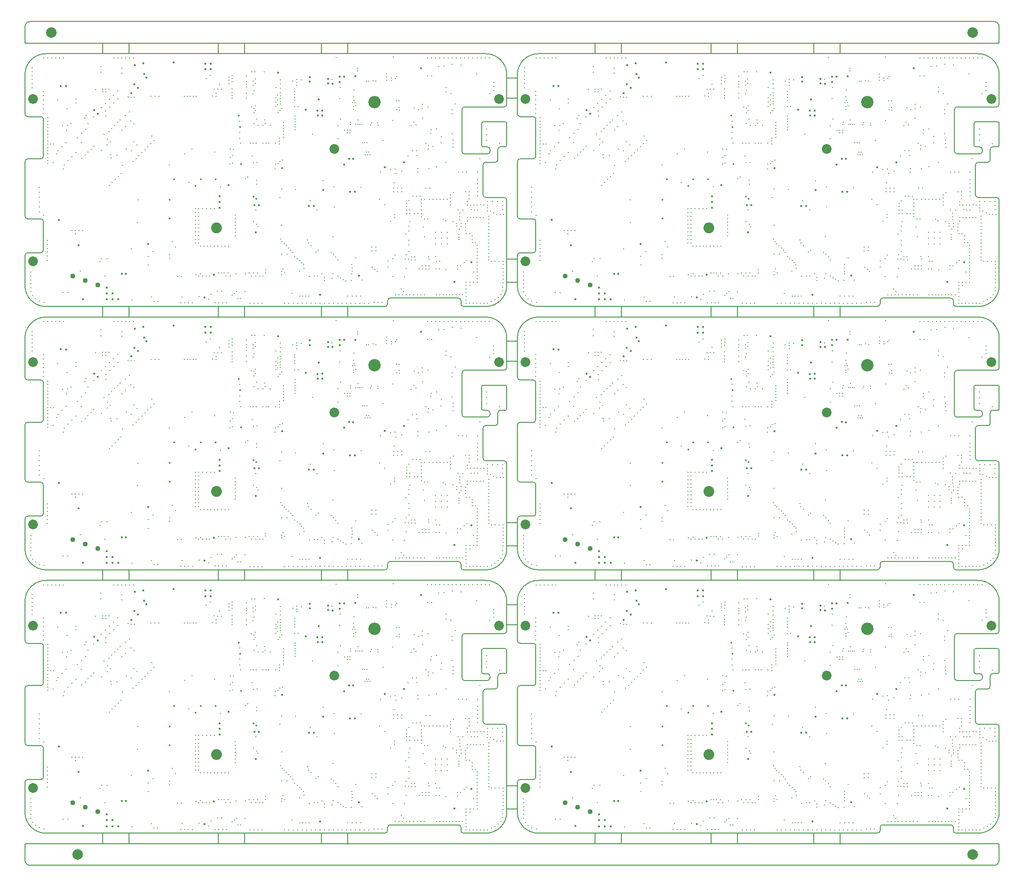
<source format=gko>
*
%FSLAX35Y35*%
%MOMM*%
%ADD10C,0.200000*%
%ADD11C,0.250000*%
%ADD12C,0.300000*%
%ADD13C,0.350000*%
%ADD14C,0.450000*%
%ADD15C,0.950000*%
%ADD16C,1.850000*%
%ADD17C,2.050000*%
%ADD18C,2.350000*%
%ADD19C,2.000000*%
%IPPOS*%
%LN6e160885h0.gko*%
%LPD*%
G75*
G54D10*
X06929984Y00769986D02*
G03X06879996Y00720000I00000013J-00050000D01*
X06820001Y00609992D02*
G03X06879996Y00660005I00005003J00054990D01*
X08269986D02*
G03X08319999Y00609992I00050012J00000000D01*
X08269986Y00720000D02*
G03X08219999Y00769986I-00050000J-00000013D01*
X09019997Y03642777D02*
G03X08969985Y03589996I00001385J-00051397D01*
X00299999Y01629980D02*
G03X00349987Y01679992I-00000012J00050000D01*
X00052654Y01629980D02*
G03X00000000Y01579992I-00001321J-00051334D01*
X08289976Y03558983D02*
G03X08339988Y03508995I00050000J00000012D01*
X08769985D02*
G03X08819998Y03558983I00000000J00050013D01*
Y03589996D02*
G03X08769985Y03640212I-00050114J00000102D01*
X08919997Y03349026D02*
G03X08969985Y03398988I00000013J00049974D01*
X09139987Y04085220D02*
G03X09109989Y04115243I-00030010J00000012D01*
X09109659Y03642752D02*
G03X09139657Y03672749I00000000J00029998D01*
X08662619Y03670692D02*
G03X08692617Y03640695I00029998J00000000D01*
X08692718Y04115243D02*
G03X08662721Y04085220I00000000J-00029997D01*
X08739988Y03349026D02*
G03X08689975Y03299979I-00000483J-00049530D01*
X08339988Y04400002D02*
G03X08289976Y04349990I00000000J-00050012D01*
X09090000Y04400002D02*
G03X09139987Y04449989I-00000012J00050000D01*
Y05009983D02*
G03X08739988Y05409982I-00399999J00000000D01*
Y00609992D02*
G03X09139987Y01009991I00000000J00399999D01*
X00399999Y05409982D02*
G03X00000000Y05009983I00000000J-00399999D01*
Y01009991D02*
G03X00399999Y00609992I00399999J-00000000D01*
X00349987Y02222892D02*
G03X00299999Y02275546I-00051334J00001321D01*
X00349987Y04165001D02*
G03X00309981Y04214989I-00044997J00004990D01*
Y03414990D02*
G03X00349987Y03465003I-00005004J00045009D01*
X00059995Y03414990D02*
G03X00000000Y03365003I-00005004J-00054991D01*
Y04265001D02*
G03X00059995Y04214989I00055005J00004992D01*
X00000000Y02325813D02*
G03X00049860Y02275952I00049860J-00000000D01*
X09139987Y02629826D02*
G03X09090000Y02679838I-00050013J00000000D01*
X08689975Y02730003D02*
G03X08739988Y02679991I00050012J00000000D01*
X06879996Y00660005D02*
G01Y00720000D01*
X08269986Y00660005D02*
Y00720000D01*
X00052654Y01629980D02*
X00299999D01*
X09019997Y03642777D02*
X09114714D01*
X08339988Y03508995D02*
X08769985D01*
X08739988Y03349026D02*
X08919997D01*
X08819998Y03558983D02*
Y03589996D01*
X08969985Y03398988D02*
Y03589996D01*
X08697493Y03640212D02*
X08769985D01*
X08662721Y03673232D02*
Y04085220D01*
X09139987Y03673232D02*
Y04085220D01*
X00349987Y03465003D02*
Y04165001D01*
X00000000Y02325813D02*
Y03365003D01*
X00049860Y02275546D02*
X00299999D01*
X00349987Y01679992D02*
Y02225584D01*
X08692718Y04115243D02*
X09105239D01*
X08339988Y04400002D02*
X09090000D01*
X00000000Y04265001D02*
Y05009983D01*
X00399999Y05409982D02*
X08739988D01*
X00059995Y04214989D02*
X00309981D01*
X00059995Y03414990D02*
X00309981D01*
X00000000Y01009991D02*
Y01579992D01*
X00399999Y00609992D02*
X06820001D01*
X09139987Y01009991D02*
Y02630003D01*
X08739988Y02679991D02*
X09090000D01*
X08689975Y02730003D02*
Y03299979D01*
X09139987Y04449989D02*
Y05009983D01*
X06929984Y00769986D02*
X08219999D01*
X08319999Y00609992D02*
X08739988D01*
X08289976Y03558983D02*
Y04349990D01*
X01131926Y04188826D03*
X01164946Y04239627D03*
X07794295Y01798712D03*
Y01908719D03*
Y02018701D03*
X07904277D03*
X08014284D03*
Y01908719D03*
X07904277D03*
Y01798712D03*
X08014284D03*
X07202119Y01171332D03*
X07232599Y01336432D03*
X07659725Y01514207D03*
X07657186Y01559927D03*
X07794346Y01557387D03*
X07811719Y01465972D03*
X07865059D03*
X07583119Y01933332D03*
X08231225Y01926957D03*
Y01879967D03*
Y01973947D03*
X08185505Y02133967D03*
Y02189847D03*
X07977937Y02237700D03*
X07934757Y02263100D03*
X06636690Y01318093D03*
X06681343Y01271154D03*
X06586677Y01360740D03*
X06205017Y01343620D03*
Y01282685D03*
X06202477Y01228000D03*
Y01404606D03*
X06272886Y01539607D03*
X05897677Y01549360D03*
X05935777Y01490940D03*
X05854497Y01602700D03*
X05811317Y01640825D03*
X05562397Y01681465D03*
X05519217Y01648420D03*
X05427777Y01761400D03*
X05378399Y01811412D03*
X05363184Y01871584D03*
X05008677Y01723300D03*
X05043145Y01681211D03*
X05078578Y01640775D03*
X05118837Y01559520D03*
X05164557Y01521420D03*
X05212817Y01480780D03*
X05245837Y01440140D03*
X05286477Y01402040D03*
X05294097Y01333460D03*
X05211165Y01285606D03*
X05393639Y01176412D03*
X05490566Y01186547D03*
X05546445D03*
X05636057Y01226805D03*
X05683605Y01163687D03*
Y01107806D03*
X05847359Y01228812D03*
X05937199Y01189112D03*
X05986577Y01158225D03*
X06036691Y01123351D03*
X06086678Y01096199D03*
X06392977Y01113700D03*
X05383885Y00810627D03*
X05327167D03*
X05270424D03*
X05213706D03*
X04931765Y01247507D03*
X04868977Y01269300D03*
Y01215300D03*
X04891837Y01322360D03*
X04869916Y01600160D03*
X04971517D03*
X04957877Y01761400D03*
X04919777Y01799500D03*
X04881677Y01837600D03*
X04856277Y01888399D03*
X04868977Y02155100D03*
X04421226Y02126347D03*
X04399077Y02174200D03*
X04335577Y02218600D03*
X04333977Y01245780D03*
X04412717D03*
X04374617Y01189900D03*
X04453357D03*
X04513377D03*
X04568546Y01250046D03*
Y01305926D03*
X04252697Y01245780D03*
X04179925Y01227186D03*
X04293337Y01189900D03*
X04002125Y01227186D03*
X03894557Y01189900D03*
X03813277D03*
X03776777Y01245780D03*
X03725977D03*
X03675177D03*
X03853916D03*
X03501364Y01189900D03*
X03442945D03*
X03373856D03*
X03294177D03*
X03332277Y01228000D03*
X03242285Y01216620D03*
X03533115Y00843647D03*
X03482137Y00746745D03*
X03652520Y00902066D03*
X03731235D03*
X03933495Y00822666D03*
X03973500Y00858226D03*
X04013505Y00893786D03*
X04038397Y00761985D03*
X04093489Y00764932D03*
X04173499Y00893786D03*
X05844337Y01936126D03*
X05542077Y02441586D03*
X02798877Y01837600D03*
X02853665Y01737320D03*
X02435657Y01650452D03*
X02340559Y01562492D03*
X02341677Y01398535D03*
X02898876Y01183600D03*
X02962377D03*
X02138477Y02205900D03*
X01093826Y02050147D03*
X01025881D03*
X00957936D03*
X00955040Y01991726D03*
X00889991Y02050147D03*
X00727735Y03223449D03*
X00742975Y03297109D03*
X00814095Y03380929D03*
X00887755Y03457129D03*
X00966495Y03533329D03*
X01079932Y03427309D03*
X01141197Y03479760D03*
X01194054Y03539475D03*
X01250569Y03596117D03*
X01304442Y03655350D03*
X01451331Y03576814D03*
X01559662Y03678211D03*
X01564868Y03790910D03*
X01618767Y03737037D03*
X01590878Y03934598D03*
X01645691Y03992942D03*
X01700454Y04051337D03*
X01759686Y04105210D03*
X01800911Y04153673D03*
X01903069Y04236071D03*
X01982495Y04300409D03*
X02009191Y04131194D03*
X02068297Y04074908D03*
X01908937Y04022685D03*
X01842237Y03957280D03*
X01502435Y03883849D03*
X01537995Y04226749D03*
X01532915Y04320729D03*
X01609115Y04394389D03*
X01682775Y04470589D03*
X01761515Y04546789D03*
X01758975Y04701729D03*
X01591665Y04740007D03*
X01534084D03*
Y04684126D03*
X01476527D03*
Y04740007D03*
X01437640Y05057506D03*
Y05171807D03*
X01835124Y05133072D03*
Y05044171D03*
X01957603Y04591391D03*
X02017700Y04579911D03*
X02074037Y04579657D03*
X02386685Y04602847D03*
X02464155D03*
X02541625D03*
X03024225D03*
X03080106D03*
X03135985D03*
X03167177Y03602900D03*
X03030956Y03507700D03*
X02739415Y03297109D03*
X03107664Y02966451D03*
X02139416Y02636480D03*
X02112035Y03413949D03*
X02164283Y03474350D03*
X02220443Y03531347D03*
X02277415Y03587482D03*
X02334006Y03644048D03*
X02390546Y03700613D03*
X02444953Y03759364D03*
X02405202Y03847908D03*
X02068855Y03739069D03*
X02130628Y03674172D03*
X02013890Y03563809D03*
X01921535Y03601909D03*
X01745234Y03482529D03*
X01625321Y03488574D03*
X01635582Y03433634D03*
X01847316Y03284968D03*
X01824863Y03134930D03*
X01768322Y03078364D03*
X01711731Y03021798D03*
X01654683Y02965741D03*
X01598600Y02908667D03*
X02051152Y03361218D03*
X01070635Y03718749D03*
X00991895Y03812729D03*
X01078255Y03894009D03*
X01154455Y03970209D03*
X01197585Y04081512D03*
X01304010Y04206734D03*
X01446555Y04391849D03*
X00433426Y04191366D03*
Y04129035D03*
Y04066704D03*
Y04004397D03*
Y03942065D03*
Y03879734D03*
Y03817403D03*
Y03755071D03*
Y03692739D03*
X00489305Y03693527D03*
X00545186D03*
X00433426Y03630433D03*
Y03568102D03*
Y03505770D03*
Y03443438D03*
Y03381107D03*
Y03320147D03*
X00537235Y03350449D03*
X00601777Y03507700D03*
X00626135Y03566349D03*
X00702335Y03642549D03*
X00778535Y03718749D03*
X03895446Y03602087D03*
X03958514Y03591952D03*
X03938194Y03475112D03*
X03895039Y03437012D03*
X03891077Y03310800D03*
X03940785Y03327360D03*
X04314165Y03469371D03*
X04331944Y03710672D03*
X04276014Y03711332D03*
X04390365Y03710900D03*
X04512285Y03710672D03*
X04570705D03*
X04626585D03*
X04748505Y03710900D03*
X04829785Y03698200D03*
Y03754080D03*
X04827245Y03807420D03*
X04902200Y03825607D03*
Y03881994D03*
Y03938383D03*
Y03994771D03*
Y04051158D03*
Y04107547D03*
X05120640Y04114531D03*
X05121885Y04063732D03*
Y04012932D03*
Y03962131D03*
Y04165332D03*
Y04223751D03*
X05119345Y04401552D03*
Y04526012D03*
Y04579351D03*
Y04635232D03*
Y04693652D03*
X05156175Y04809857D03*
Y04864467D03*
Y04919077D03*
X05082540Y04884787D03*
X04847565Y04914632D03*
Y04833352D03*
Y04752072D03*
X04758639Y04767972D03*
X04796765Y04627612D03*
X04847565Y04609831D03*
Y04556492D03*
Y04505692D03*
Y04454891D03*
X04796765Y04442192D03*
X04757394Y04406632D03*
Y04488547D03*
X04796765Y04534902D03*
X04757394Y04574906D03*
X04871695Y04369167D03*
X04837404Y04327892D03*
X04802099Y04286998D03*
X04651985Y04048492D03*
X04552925Y04086591D03*
X04544060Y04153267D03*
X04513631Y04047146D03*
X04423334D03*
X04342079Y04084712D03*
X04397934Y04171072D03*
X04340835Y04290427D03*
X04373855Y04331066D03*
X04340835Y04374247D03*
X04290034Y04397107D03*
X04373855Y04419332D03*
X04324706Y04646027D03*
X04197706Y04663832D03*
Y04563426D03*
Y04778107D03*
Y04830202D03*
Y04882272D03*
Y04980926D03*
X04301414Y05062612D03*
X04359834D03*
X04367479Y04927001D03*
Y04846712D03*
X04324706Y04816207D03*
Y04886692D03*
X04535526Y05065126D03*
X03933139Y04996572D03*
Y04936882D03*
X03930574Y04877192D03*
X03872585Y04905132D03*
Y04841607D03*
Y04968632D03*
X03930574Y04747652D03*
Y04668912D03*
Y04616156D03*
Y04563426D03*
X03624555Y04602847D03*
Y04658726D03*
X03661359Y04732412D03*
X03724834D03*
X03557194Y04613032D03*
X03247746Y04602847D03*
X03191865D03*
X03442919Y04938152D03*
X03519119Y04996572D03*
X04072585Y04128019D03*
X04072814Y03914227D03*
X04072915Y03807649D03*
X04093134Y03708792D03*
X04183177Y03031400D03*
X04223106Y03066146D03*
X04397985Y03004780D03*
X04399077Y02936200D03*
X04868977Y02840900D03*
X04835881Y02680778D03*
X04743806Y03223626D03*
X04753966Y03309987D03*
X04804766Y03325227D03*
X04834865Y03368000D03*
X04888205Y03385780D03*
X05452059Y03884052D03*
X05937199Y03795152D03*
Y04044072D03*
X05985866Y04171047D03*
X06177077Y04109452D03*
X06175985Y04063732D03*
X06278677Y04069446D03*
X06316777D03*
X06355080D03*
X06395695D03*
X06316777Y04148999D03*
X06230341Y04359007D03*
X06233160Y04402187D03*
X06271260Y04419967D03*
X06258560Y04483466D03*
X06217894D03*
X06240755Y04524107D03*
X06235700Y04591899D03*
X06240577Y04720500D03*
X05975299Y04768759D03*
X05966587Y04555400D03*
X06064606Y03957687D03*
X06116675D03*
X06115406Y03909427D03*
X06168746D03*
Y03957687D03*
X06398260Y03721466D03*
X06441414D03*
X06487135D03*
X06474435Y03538587D03*
X06522695D03*
X06543040Y03492867D03*
X06499835D03*
X06456680D03*
X06793154Y03764672D03*
X06695694Y04052403D03*
X06694297Y04093119D03*
X06570955Y04099926D03*
X06553200Y04059286D03*
X06981114Y04143132D03*
X07052284Y04348440D03*
X07106361Y04341659D03*
X07092899Y04392052D03*
X07025640Y04940667D03*
X07053555Y04973686D03*
X06954520Y04945747D03*
X06951980Y04900027D03*
X06862877Y04906885D03*
Y04961800D03*
Y05025300D03*
X06659677Y04885600D03*
X06603975Y04897486D03*
X06519977Y04885600D03*
X06481877D03*
X06310605Y05084812D03*
Y05130532D03*
X05899125Y05338812D03*
X06989496Y05342393D03*
X06725717Y02641585D03*
X05411419Y02619132D03*
X03713277Y02878999D03*
X07649565Y03604627D03*
X07652106Y03673207D03*
X07605979Y03708792D03*
X07741717Y03648950D03*
X07890459Y03724032D03*
X07899400Y03840847D03*
X07809154Y03983112D03*
X07702499Y03965332D03*
X07699959Y03901832D03*
X08105546Y03892866D03*
X08163966Y04458905D03*
X07644079Y04399672D03*
X07541108Y04364112D03*
X07539914Y04447932D03*
X07462368Y04348872D03*
X07387539Y04384432D03*
X07374839Y04110112D03*
X07420534Y04061852D03*
X07329119Y04038992D03*
X07547559Y04183772D03*
X08107578Y05213717D03*
X08273974Y05194692D03*
G54D11*
X07159930Y00836052D03*
X07230466D03*
X07301001D03*
X07371512D03*
X07442048D03*
X07512583D03*
X07583119D03*
X07809154D03*
X07870114D03*
X07933614D03*
X07994599D03*
X08055559D03*
X08116519D03*
X08177454D03*
X08240954D03*
X08301939D03*
X08370494Y00803032D03*
Y00871612D03*
Y00940192D03*
Y01008772D03*
Y01073847D03*
X08439937D03*
X08441131Y01008696D03*
X08509356Y01073847D03*
X08578799D03*
Y01138312D03*
Y01199272D03*
Y01262772D03*
Y01326272D03*
Y01389772D03*
Y01453272D03*
Y01516772D03*
Y01580272D03*
Y01643772D03*
Y01707272D03*
Y01770772D03*
X08545754Y01824112D03*
X08482254D03*
Y01886342D03*
Y01948572D03*
X08433994Y01991752D03*
X08370494D03*
X08360359Y02052712D03*
Y02116212D03*
Y02177172D03*
X08390814Y02233052D03*
Y02294012D03*
X08451774D03*
X08512759D03*
X08573694D03*
X08634679D03*
X08695639D03*
X08794674Y02324492D03*
Y02260408D03*
Y02196323D03*
Y02132240D03*
Y02068155D03*
Y02004071D03*
Y01939987D03*
Y01875877D03*
Y01811793D03*
Y01747709D03*
Y01683624D03*
Y01619540D03*
Y01555456D03*
Y01491372D03*
X08851875Y01465947D03*
X08917940D03*
X08990279Y01465972D03*
X09066479D03*
Y01405012D03*
Y01336432D03*
Y01267852D03*
Y01199272D03*
Y01130692D03*
Y01062112D03*
X09063939Y00980832D03*
Y00907172D03*
X09028379Y00830972D03*
X08977554Y00782712D03*
X08916619Y00739532D03*
X08850579Y00703972D03*
X08769299Y00673492D03*
X08702827D03*
X08636356D03*
X08569909D03*
X08503437D03*
X08436966D03*
X08370494D03*
Y00734452D03*
X08513445Y01262645D03*
X08380679Y01488832D03*
X08331200Y01445627D03*
X08266786Y01387207D03*
X08203286D03*
Y01318626D03*
X07857414Y01321192D03*
X07796479D03*
X07663154Y01321166D03*
X07602220D03*
X07541260D03*
X07540345Y01382126D03*
X07601305D03*
X07662265D03*
X07477760Y01321166D03*
X07398106Y01493887D03*
X07335317D03*
X07334606Y01554847D03*
X07395566D03*
X07271867Y01506612D03*
X07215988D03*
X07230034Y01595512D03*
X07282180Y01651367D03*
X07280859Y01780932D03*
Y01869832D03*
X07225386Y01981567D03*
X07280859Y02047632D03*
Y02136532D03*
X07301154Y02377807D03*
X07238974D03*
Y02443009D03*
X07301585D03*
X07238974Y02505670D03*
X07388860Y02377807D03*
X07449795D03*
X07517105D03*
Y02443009D03*
Y02511487D03*
Y02311792D03*
X07576820Y02276206D03*
X07635240D03*
X08119059Y02225432D03*
X08251114Y02255912D03*
Y02316872D03*
Y02380372D03*
X08211794Y02443847D03*
X08310880Y02441307D03*
X08465795Y02446387D03*
X08526780Y02443847D03*
X08587740D03*
X08770468Y02426092D03*
Y02484512D03*
X08833968Y02423552D03*
X08894927Y02390532D03*
X08953474Y02360027D03*
X09014460D03*
X09075394D03*
X08271434Y02189872D03*
Y02126372D03*
X08235874Y02075572D03*
X07179259Y00889392D03*
X07136054Y00940192D03*
X07092899Y00836052D03*
X07026834D03*
X06974840Y01176387D03*
X06884619Y01359292D03*
X06882079Y01476132D03*
X06978599Y01519312D03*
X07021779Y01585352D03*
X07007834Y02296527D03*
Y02354947D03*
X06935394Y02233052D03*
X05871566Y02499727D03*
X04377157Y02440900D03*
X03986505Y02348724D03*
Y02282430D03*
Y02216136D03*
Y02149842D03*
Y02083548D03*
Y02017254D03*
Y01950959D03*
X03859250Y01755507D03*
X03792956D03*
X03726662D03*
X03660369D03*
X03594075D03*
X03527780D03*
X03461486D03*
X03395192D03*
X03329915D03*
X03296895Y01810752D03*
X03234664D03*
Y01883345D03*
X03296895D03*
Y01955964D03*
X03234664D03*
Y02028556D03*
X03296895D03*
Y02101150D03*
X03234664D03*
Y02173769D03*
X03296895D03*
Y02246362D03*
X03234664D03*
Y02318955D03*
X03296895D03*
Y02391574D03*
X03234664D03*
Y02464167D03*
X03296895D03*
X03372840D03*
X03447009D03*
X03521177D03*
X03588994D03*
X05060899Y00858912D03*
X06193714Y01105292D03*
X01515034Y01191652D03*
X02014220Y01702166D03*
X01525295Y04468049D03*
X01598955Y04544249D03*
X01675155Y04620449D03*
X03603904Y03538205D03*
X04335577Y03336199D03*
X04408144Y03344912D03*
X05135880Y02829927D03*
X06737325Y03156952D03*
X06933997Y03213060D03*
X07020357Y03223246D03*
X07040677Y03134320D03*
X07143724Y03174960D03*
X07001459Y02959492D03*
X06824777Y02542500D03*
X07046697Y04513540D03*
X07097497Y04515064D03*
X07664374Y03228732D03*
X07807427Y03258424D03*
X07804607Y02647072D03*
X07737043D03*
X07669454D03*
X07578039D03*
X07517054D03*
X07517105Y02578009D03*
X07490460Y02708007D03*
X07424420D03*
X07360894D03*
X07279640Y02616567D03*
X07238974Y02568307D03*
X07872197Y02647072D03*
X07939761D03*
X08007325D03*
X08073314Y02667392D03*
X08073365Y02605772D03*
Y02537852D03*
X08073314Y02733432D03*
X08129194Y02771532D03*
X08359115Y02786747D03*
X08423834D03*
Y02722002D03*
Y02657232D03*
X08388274Y02601352D03*
X08389696Y02537852D03*
X08452968D03*
X08516214D03*
X08579485D03*
X08642756Y02540392D03*
X08706028Y02537852D03*
X08769299D03*
G54D12*
X07989519Y01311032D03*
X07557694Y02123832D03*
X07295998Y02221038D03*
X09061806Y02448927D03*
Y02527667D03*
X06658966Y01740267D03*
Y01669146D03*
X06577686Y01666607D03*
Y01740267D03*
X06624320Y00688707D03*
X06699250D03*
X06774180D03*
X06521323Y00673467D03*
X06437249D03*
X06353200D03*
X06269126D03*
X06185078D03*
X06101004D03*
X06016955D03*
X05932881D03*
X05848833D03*
X05764759D03*
X05680710D03*
X05596636D03*
X05512587D03*
X05428513D03*
X05344465D03*
X05260391D03*
X05176342D03*
X05092268D03*
X05008220D03*
X04924146D03*
X04497426Y00670927D03*
X04420387D03*
X04343324D03*
X04266286D03*
X03821786Y00681087D03*
X03750665D03*
X03679545D03*
X03608426D03*
X03306089Y00795742D03*
X06122594Y00808112D03*
X06204941D03*
X06287313D03*
X06369634D03*
X05826557Y01145500D03*
X03174060Y00680375D03*
X03102102D03*
X03030118D03*
X02958160D03*
X02978074Y00790332D03*
X02518766Y00709027D03*
X02445106D03*
X02401494Y00790332D03*
X02032152Y00732623D03*
X01563319Y01521852D03*
X01454810Y01520023D03*
X01423594Y01458352D03*
X01053897Y01280146D03*
X00815314Y00874127D03*
X00721360D03*
X00363779Y00691221D03*
X00273405Y00714106D03*
X00204826Y00759827D03*
X00148946Y00813167D03*
X00115519Y00889392D03*
X00115468Y00968793D03*
Y01042452D03*
Y01116113D03*
Y01189773D03*
Y01263433D03*
X00427939Y01488832D03*
X00427888Y01568232D03*
Y01641892D03*
Y01715553D03*
Y01789213D03*
Y01862873D03*
X00355397Y02342526D03*
X00271577Y02408109D03*
Y02500921D03*
X02740660Y01598026D03*
Y01529447D03*
X00271577Y02593732D03*
Y02686544D03*
Y02779355D03*
Y02872142D03*
X00347066Y04282806D03*
Y04365611D03*
Y04448415D03*
Y04531219D03*
Y04614023D03*
Y04696826D03*
X00138328Y04765432D03*
Y04844833D03*
Y04918493D03*
Y04992153D03*
Y05065813D03*
Y05139473D03*
X00356794Y05324283D03*
X00436194D03*
X00509854D03*
X00583514D03*
X00657200D03*
X00730860D03*
X00623545Y04526012D03*
X00798804Y04363451D03*
X00964539Y04473002D03*
X00966927Y04545722D03*
X00875005Y04084051D03*
X00802437Y04047399D03*
X00708635Y04041507D03*
X00789914Y03955147D03*
X01342364Y04729212D03*
X01682674Y05324283D03*
X01762074D03*
X01835760D03*
X01909420D03*
X01983079D03*
X02056714D03*
X03689299Y04831472D03*
X03595294Y04734952D03*
X04344645Y04711432D03*
X04847565Y04668252D03*
X05180305Y04406632D03*
X05243779Y04910212D03*
X05823077Y04921667D03*
X05858866Y02885806D03*
X05657799Y03002672D03*
X06376644Y02870160D03*
X06993814Y02857892D03*
X06994246Y02786747D03*
X07070446D03*
X07070039Y02857892D03*
X07146214Y02860432D03*
Y02789312D03*
X07608519Y02852812D03*
X07684719D03*
X07453554Y03160152D03*
X07456119Y03231272D03*
X07438771Y03475112D03*
X07423099Y03564012D03*
X07349388D03*
X07268185Y03464520D03*
X07986954Y03345572D03*
X08219288Y03157612D03*
X08295488D03*
X08371687D03*
X08589366D03*
Y03015347D03*
Y02939147D03*
Y02862947D03*
Y02786747D03*
Y02710547D03*
X08769706Y02606407D03*
X08867064D03*
X08964447D03*
X09061806D03*
X09005494Y03703712D03*
X08759114Y03764672D03*
Y03875162D03*
Y03985652D03*
X08628227Y03416692D03*
X08124545Y03632567D03*
X08122006Y03703687D03*
X08122767Y03774832D03*
X08106334Y04272672D03*
X08104226Y04348847D03*
X08077454Y04655069D03*
X07639990Y04987453D03*
X07717434D03*
X07988147Y04681612D03*
X08815426Y04648567D03*
X08894166Y04712067D03*
Y04785727D03*
Y04859387D03*
X08571179Y05021972D03*
X08575573Y05326823D03*
X08653831D03*
X08732088D03*
X08810346D03*
X08497316D03*
X08419033D03*
X08340776D03*
X08262518D03*
X08184261D03*
X08106003D03*
X08027746D03*
X07949489D03*
X07871231D03*
X07792974D03*
X07714717D03*
X07636459D03*
X07848117Y05165914D03*
X07948879Y05174372D03*
X07986954Y04767972D03*
G54D13*
X02748077Y02282100D03*
Y02637699D03*
X02833395Y03027640D03*
X03333216D03*
X03239237Y02898100D03*
X03612617Y03027640D03*
X04100296Y03314660D03*
X04079367Y04017097D03*
X04057244Y04232489D03*
X04335577Y02694900D03*
X04386377Y02656800D03*
G54D14*
X08149539Y01082432D03*
X08472094Y01453272D03*
X06336690Y01197088D03*
X05595417Y00835645D03*
X05475326Y02514967D03*
X05386425D03*
X04378935Y02017736D03*
X03692246Y02487027D03*
X03586277Y01215300D03*
X03402685Y00782687D03*
X01766926Y00744587D03*
X01658976D03*
X01551026D03*
Y00856347D03*
X01658976D03*
X01551026Y00965566D03*
X01835074Y01227212D03*
X01916354D03*
X02334235Y01801836D03*
X01014654Y01775852D03*
X00648894Y02255912D03*
X01104697Y00745400D03*
X01315288Y04337442D03*
X01383005Y04273485D03*
X02016557Y04662079D03*
X02077339Y04827814D03*
X02147519Y04762892D03*
X02306447Y04953087D03*
X02259305Y05023852D03*
X02242617Y05223420D03*
X02086534Y05192152D03*
X02820645Y05247372D03*
X00781025Y04792940D03*
X00683057Y04796700D03*
X03422574Y05113412D03*
X03521634D03*
Y05220092D03*
X03420034D03*
X04801819Y05047372D03*
X05402478Y04966092D03*
X05403799Y04877192D03*
X05747994Y04844147D03*
X05834380Y04841607D03*
X05968974Y04872087D03*
X05972784Y04975592D03*
X06054065D03*
X06265977Y04980900D03*
X05750560Y04933047D03*
X05573979Y04541912D03*
X05548985Y04328527D03*
X05637886Y04331066D03*
X05640425Y04237086D03*
X05551526D03*
X05325034Y04348872D03*
X04880559Y03238892D03*
X04436085Y02538436D03*
X04354805Y02537192D03*
X03692246Y02591167D03*
X03689705Y02700386D03*
X03866490Y02916286D03*
X05655234Y02822332D03*
X06166206Y02786747D03*
X06257645D03*
X06228055Y03414126D03*
X06151880Y03416667D03*
X06051474Y03307472D03*
X06824777Y03253700D03*
X07189419Y03345572D03*
X07514564Y05133300D03*
G54D15*
X00910057Y01187791D03*
X01144981Y01102295D03*
X01379906Y01016773D03*
G54D16*
X00149987Y01469985D03*
Y04549989D03*
X05869991Y03600004D03*
X08990000Y04549989D03*
G54D17*
X03633495Y02100769D03*
G54D18*
X06634277Y04491900D03*
G54D10*
X06929984Y05769987D02*
G03X06879996Y05719999I00000013J-00050000D01*
X06820001Y05609992D02*
G03X06879996Y05660005I00005003J00054990D01*
X08269986D02*
G03X08319999Y05609992I00050012J00000000D01*
X08269986Y05719999D02*
G03X08219999Y05769987I-00050000J-00000013D01*
X09019997Y08642778D02*
G03X08969985Y08589996I00001385J-00051397D01*
X00299999Y06629980D02*
G03X00349987Y06679993I-00000012J00050000D01*
X00052654Y06629980D02*
G03X00000000Y06579993I-00001321J-00051334D01*
X08289976Y08558983D02*
G03X08339988Y08508995I00050000J00000012D01*
X08769985D02*
G03X08819998Y08558983I00000000J00050013D01*
Y08589996D02*
G03X08769985Y08640212I-00050114J00000102D01*
X08919997Y08349026D02*
G03X08969985Y08398988I00000013J00049974D01*
X09139987Y09085220D02*
G03X09109989Y09115243I-00030010J00000012D01*
X09109659Y08642752D02*
G03X09139657Y08672749I00000000J00029998D01*
X08662619Y08670692D02*
G03X08692617Y08640695I00029998J00000000D01*
X08692718Y09115243D02*
G03X08662721Y09085220I00000000J-00029997D01*
X08739988Y08349026D02*
G03X08689975Y08299979I-00000483J-00049530D01*
X08339988Y09400002D02*
G03X08289976Y09349990I00000000J-00050012D01*
X09090000Y09400002D02*
G03X09139987Y09449990I-00000012J00050000D01*
Y10009983D02*
G03X08739988Y10409983I-00399999J00000000D01*
Y05609992D02*
G03X09139987Y06009991I00000000J00399999D01*
X00399999Y10409983D02*
G03X00000000Y10009983I00000000J-00399999D01*
Y06009991D02*
G03X00399999Y05609992I00399999J-00000000D01*
X00349987Y07222892D02*
G03X00299999Y07275546I-00051334J00001321D01*
X00349987Y09165002D02*
G03X00309981Y09214989I-00044997J00004990D01*
Y08414990D02*
G03X00349987Y08465003I-00005004J00045009D01*
X00059995Y08414990D02*
G03X00000000Y08365003I-00005004J-00054991D01*
Y09265001D02*
G03X00059995Y09214989I00055005J00004992D01*
X00000000Y07325813D02*
G03X00049860Y07275953I00049860J-00000000D01*
X09139987Y07629826D02*
G03X09090000Y07679838I-00050013J00000000D01*
X08689975Y07730003D02*
G03X08739988Y07679991I00050012J00000000D01*
X06879996Y05660005D02*
G01Y05719999D01*
X08269986Y05660005D02*
Y05719999D01*
X00052654Y06629980D02*
X00299999D01*
X09019997Y08642778D02*
X09114714D01*
X08339988Y08508995D02*
X08769985D01*
X08739988Y08349026D02*
X08919997D01*
X08819998Y08558983D02*
Y08589996D01*
X08969985Y08398988D02*
Y08589996D01*
X08697493Y08640212D02*
X08769985D01*
X08662721Y08673232D02*
Y09085220D01*
X09139987Y08673232D02*
Y09085220D01*
X00349987Y08465003D02*
Y09165002D01*
X00000000Y07325813D02*
Y08365003D01*
X00049860Y07275546D02*
X00299999D01*
X00349987Y06679993D02*
Y07225584D01*
X08692718Y09115243D02*
X09105239D01*
X08339988Y09400002D02*
X09090000D01*
X00000000Y09265001D02*
Y10009983D01*
X00399999Y10409983D02*
X08739988D01*
X00059995Y09214989D02*
X00309981D01*
X00059995Y08414990D02*
X00309981D01*
X00000000Y06009991D02*
Y06579993D01*
X00399999Y05609992D02*
X06820001D01*
X09139987Y06009991D02*
Y07630003D01*
X08739988Y07679991D02*
X09090000D01*
X08689975Y07730003D02*
Y08299979D01*
X09139987Y09449990D02*
Y10009983D01*
X06929984Y05769987D02*
X08219999D01*
X08319999Y05609992D02*
X08739988D01*
X08289976Y08558983D02*
Y09349990D01*
X01131926Y09188827D03*
X01164946Y09239627D03*
X07794295Y06798712D03*
Y06908719D03*
Y07018702D03*
X07904277D03*
X08014284D03*
Y06908719D03*
X07904277D03*
Y06798712D03*
X08014284D03*
X07202119Y06171332D03*
X07232599Y06336432D03*
X07659725Y06514207D03*
X07657186Y06559927D03*
X07794346Y06557387D03*
X07811719Y06465972D03*
X07865059D03*
X07583119Y06933332D03*
X08231225Y06926956D03*
Y06879966D03*
Y06973947D03*
X08185505Y07133967D03*
Y07189847D03*
X07977937Y07237700D03*
X07934757Y07263100D03*
X06636690Y06318093D03*
X06681343Y06271154D03*
X06586677Y06360740D03*
X06205017Y06343620D03*
Y06282685D03*
X06202477Y06228000D03*
Y06404606D03*
X06272886Y06539606D03*
X05897677Y06549360D03*
X05935777Y06490940D03*
X05854497Y06602700D03*
X05811317Y06640826D03*
X05562397Y06681465D03*
X05519217Y06648420D03*
X05427777Y06761400D03*
X05378399Y06811412D03*
X05363184Y06871585D03*
X05008677Y06723299D03*
X05043145Y06681212D03*
X05078578Y06640775D03*
X05118837Y06559520D03*
X05164557Y06521420D03*
X05212817Y06480780D03*
X05245837Y06440140D03*
X05286477Y06402040D03*
X05294097Y06333460D03*
X05211165Y06285606D03*
X05393639Y06176412D03*
X05490566Y06186547D03*
X05546445D03*
X05636057Y06226806D03*
X05683605Y06163686D03*
Y06107806D03*
X05847359Y06228812D03*
X05937199Y06189112D03*
X05986577Y06158226D03*
X06036691Y06123352D03*
X06086678Y06096199D03*
X06392977Y06113700D03*
X05383885Y05810627D03*
X05327167D03*
X05270424D03*
X05213706D03*
X04931765Y06247507D03*
X04868977Y06269300D03*
Y06215300D03*
X04891837Y06322361D03*
X04869916Y06600160D03*
X04971517D03*
X04957877Y06761400D03*
X04919777Y06799500D03*
X04881677Y06837599D03*
X04856277Y06888400D03*
X04868977Y07155099D03*
X04421226Y07126347D03*
X04399077Y07174200D03*
X04335577Y07218600D03*
X04333977Y06245780D03*
X04412717D03*
X04374617Y06189900D03*
X04453357D03*
X04513377D03*
X04568546Y06250047D03*
Y06305927D03*
X04252697Y06245780D03*
X04179925Y06227187D03*
X04293337Y06189900D03*
X04002125Y06227187D03*
X03894557Y06189900D03*
X03813277D03*
X03776777Y06245780D03*
X03725977D03*
X03675177D03*
X03853916D03*
X03501364Y06189900D03*
X03442945D03*
X03373856D03*
X03294177D03*
X03332277Y06228000D03*
X03242285Y06216620D03*
X03533115Y05843647D03*
X03482137Y05746746D03*
X03652520Y05902067D03*
X03731235D03*
X03933495Y05822666D03*
X03973500Y05858226D03*
X04013505Y05893786D03*
X04038397Y05761985D03*
X04093489Y05764932D03*
X04173499Y05893786D03*
X05844337Y06936126D03*
X05542077Y07441586D03*
X02798877Y06837599D03*
X02853665Y06737320D03*
X02435657Y06650452D03*
X02340559Y06562492D03*
X02341677Y06398535D03*
X02898876Y06183600D03*
X02962377D03*
X02138477Y07205900D03*
X01093826Y07050147D03*
X01025881D03*
X00957936D03*
X00955040Y06991727D03*
X00889991Y07050147D03*
X00727735Y08223449D03*
X00742975Y08297109D03*
X00814095Y08380929D03*
X00887755Y08457129D03*
X00966495Y08533329D03*
X01079932Y08427309D03*
X01141197Y08479760D03*
X01194054Y08539475D03*
X01250569Y08596118D03*
X01304442Y08655351D03*
X01451331Y08576813D03*
X01559662Y08678210D03*
X01564868Y08790910D03*
X01618767Y08737037D03*
X01590878Y08934598D03*
X01645691Y08992942D03*
X01700454Y09051337D03*
X01759686Y09105210D03*
X01800911Y09153673D03*
X01903069Y09236071D03*
X01982495Y09300409D03*
X02009191Y09131194D03*
X02068297Y09074907D03*
X01908937Y09022685D03*
X01842237Y08957280D03*
X01502435Y08883849D03*
X01537995Y09226749D03*
X01532915Y09320729D03*
X01609115Y09394389D03*
X01682775Y09470589D03*
X01761515Y09546789D03*
X01758975Y09701729D03*
X01591665Y09740007D03*
X01534084D03*
Y09684127D03*
X01476527D03*
Y09740007D03*
X01437640Y10057507D03*
Y10171807D03*
X01835124Y10133072D03*
Y10044171D03*
X01957603Y09591391D03*
X02017700Y09579911D03*
X02074037Y09579657D03*
X02386685Y09602847D03*
X02464155D03*
X02541625D03*
X03024225D03*
X03080106D03*
X03135985D03*
X03167177Y08602900D03*
X03030956Y08507700D03*
X02739415Y08297109D03*
X03107664Y07966451D03*
X02139416Y07636480D03*
X02112035Y08413949D03*
X02164283Y08474350D03*
X02220443Y08531348D03*
X02277415Y08587482D03*
X02334006Y08644048D03*
X02390546Y08700613D03*
X02444953Y08759364D03*
X02405202Y08847908D03*
X02068855Y08739069D03*
X02130628Y08674172D03*
X02013890Y08563809D03*
X01921535Y08601909D03*
X01745234Y08482529D03*
X01625321Y08488574D03*
X01635582Y08433634D03*
X01847316Y08284967D03*
X01824863Y08134930D03*
X01768322Y08078364D03*
X01711731Y08021798D03*
X01654683Y07965741D03*
X01598600Y07908667D03*
X02051152Y08361219D03*
X01070635Y08718749D03*
X00991895Y08812729D03*
X01078255Y08894009D03*
X01154455Y08970209D03*
X01197585Y09081512D03*
X01304010Y09206734D03*
X01446555Y09391849D03*
X00433426Y09191367D03*
Y09129035D03*
Y09066704D03*
Y09004397D03*
Y08942066D03*
Y08879734D03*
Y08817403D03*
Y08755071D03*
Y08692739D03*
X00489305Y08693526D03*
X00545186D03*
X00433426Y08630433D03*
Y08568102D03*
Y08505770D03*
Y08443438D03*
Y08381107D03*
Y08320147D03*
X00537235Y08350449D03*
X00601777Y08507700D03*
X00626135Y08566349D03*
X00702335Y08642549D03*
X00778535Y08718749D03*
X03895446Y08602086D03*
X03958514Y08591952D03*
X03938194Y08475112D03*
X03895039Y08437012D03*
X03891077Y08310799D03*
X03940785Y08327360D03*
X04314165Y08469372D03*
X04331944Y08710672D03*
X04276014Y08711332D03*
X04390365Y08710900D03*
X04512285Y08710672D03*
X04570705D03*
X04626585D03*
X04748505Y08710900D03*
X04829785Y08698200D03*
Y08754080D03*
X04827245Y08807420D03*
X04902200Y08825607D03*
Y08881995D03*
Y08938382D03*
Y08994771D03*
Y09051159D03*
Y09107547D03*
X05120640Y09114532D03*
X05121885Y09063731D03*
Y09012932D03*
Y08962132D03*
Y09165332D03*
Y09223752D03*
X05119345Y09401552D03*
Y09526011D03*
Y09579352D03*
Y09635231D03*
Y09693652D03*
X05156175Y09809857D03*
Y09864467D03*
Y09919077D03*
X05082540Y09884787D03*
X04847565Y09914631D03*
Y09833352D03*
Y09752072D03*
X04758639Y09767972D03*
X04796765Y09627611D03*
X04847565Y09609832D03*
Y09556491D03*
Y09505691D03*
Y09454892D03*
X04796765Y09442192D03*
X04757394Y09406632D03*
Y09488547D03*
X04796765Y09534902D03*
X04757394Y09574906D03*
X04871695Y09369166D03*
X04837404Y09327892D03*
X04802099Y09286998D03*
X04651985Y09048492D03*
X04552925Y09086592D03*
X04544060Y09153267D03*
X04513631Y09047146D03*
X04423334D03*
X04342079Y09084712D03*
X04397934Y09171072D03*
X04340835Y09290427D03*
X04373855Y09331067D03*
X04340835Y09374247D03*
X04290034Y09397107D03*
X04373855Y09419332D03*
X04324706Y09646027D03*
X04197706Y09663832D03*
Y09563426D03*
Y09778107D03*
Y09830202D03*
Y09882272D03*
Y09980926D03*
X04301414Y10062612D03*
X04359834D03*
X04367479Y09927002D03*
Y09846712D03*
X04324706Y09816207D03*
Y09886692D03*
X04535526Y10065127D03*
X03933139Y09996572D03*
Y09936882D03*
X03930574Y09877192D03*
X03872585Y09905132D03*
Y09841607D03*
Y09968632D03*
X03930574Y09747652D03*
Y09668912D03*
Y09616156D03*
Y09563426D03*
X03624555Y09602847D03*
Y09658727D03*
X03661359Y09732412D03*
X03724834D03*
X03557194Y09613032D03*
X03247746Y09602847D03*
X03191865D03*
X03442919Y09938152D03*
X03519119Y09996572D03*
X04072585Y09128019D03*
X04072814Y08914227D03*
X04072915Y08807649D03*
X04093134Y08708792D03*
X04183177Y08031399D03*
X04223106Y08066146D03*
X04397985Y08004780D03*
X04399077Y07936200D03*
X04868977Y07840899D03*
X04835881Y07680778D03*
X04743806Y08223627D03*
X04753966Y08309986D03*
X04804766Y08325226D03*
X04834865Y08368000D03*
X04888205Y08385780D03*
X05452059Y08884052D03*
X05937199Y08795152D03*
Y09044072D03*
X05985866Y09171047D03*
X06177077Y09109452D03*
X06175985Y09063731D03*
X06278677Y09069447D03*
X06316777D03*
X06355080D03*
X06395695D03*
X06316777Y09149000D03*
X06230341Y09359007D03*
X06233160Y09402187D03*
X06271260Y09419967D03*
X06258560Y09483467D03*
X06217894D03*
X06240755Y09524107D03*
X06235700Y09591899D03*
X06240577Y09720500D03*
X05975299Y09768760D03*
X05966587Y09555400D03*
X06064606Y08957687D03*
X06116675D03*
X06115406Y08909427D03*
X06168746D03*
Y08957687D03*
X06398260Y08721467D03*
X06441414D03*
X06487135D03*
X06474435Y08538587D03*
X06522695D03*
X06543040Y08492867D03*
X06499835D03*
X06456680D03*
X06793154Y08764672D03*
X06695694Y09052403D03*
X06694297Y09093120D03*
X06570955Y09099927D03*
X06553200Y09059286D03*
X06981114Y09143132D03*
X07052284Y09348440D03*
X07106361Y09341659D03*
X07092899Y09392052D03*
X07025640Y09940666D03*
X07053555Y09973687D03*
X06954520Y09945747D03*
X06951980Y09900027D03*
X06862877Y09906885D03*
Y09961800D03*
Y10025300D03*
X06659677Y09885600D03*
X06603975Y09897487D03*
X06519977Y09885600D03*
X06481877D03*
X06310605Y10084812D03*
Y10130532D03*
X05899125Y10338811D03*
X06989496Y10342393D03*
X06725717Y07641585D03*
X05411419Y07619132D03*
X03713277Y07878999D03*
X07649565Y08604627D03*
X07652106Y08673207D03*
X07605979Y08708792D03*
X07741717Y08648950D03*
X07890459Y08724032D03*
X07899400Y08840847D03*
X07809154Y08983112D03*
X07702499Y08965332D03*
X07699959Y08901832D03*
X08105546Y08892866D03*
X08163966Y09458905D03*
X07644079Y09399672D03*
X07541108Y09364112D03*
X07539914Y09447932D03*
X07462368Y09348872D03*
X07387539Y09384432D03*
X07374839Y09110112D03*
X07420534Y09061852D03*
X07329119Y09038992D03*
X07547559Y09183772D03*
X08107578Y10213717D03*
X08273974Y10194692D03*
G54D11*
X07159930Y05836052D03*
X07230466D03*
X07301001D03*
X07371512D03*
X07442048D03*
X07512583D03*
X07583119D03*
X07809154D03*
X07870114D03*
X07933614D03*
X07994599D03*
X08055559D03*
X08116519D03*
X08177454D03*
X08240954D03*
X08301939D03*
X08370494Y05803032D03*
Y05871612D03*
Y05940192D03*
Y06008772D03*
Y06073847D03*
X08439937D03*
X08441131Y06008696D03*
X08509356Y06073847D03*
X08578799D03*
Y06138312D03*
Y06199272D03*
Y06262772D03*
Y06326272D03*
Y06389772D03*
Y06453272D03*
Y06516772D03*
Y06580272D03*
Y06643772D03*
Y06707272D03*
Y06770772D03*
X08545754Y06824112D03*
X08482254D03*
Y06886342D03*
Y06948572D03*
X08433994Y06991752D03*
X08370494D03*
X08360359Y07052712D03*
Y07116212D03*
Y07177172D03*
X08390814Y07233052D03*
Y07294012D03*
X08451774D03*
X08512759D03*
X08573694D03*
X08634679D03*
X08695639D03*
X08794674Y07324492D03*
Y07260408D03*
Y07196324D03*
Y07132240D03*
Y07068155D03*
Y07004071D03*
Y06939987D03*
Y06875877D03*
Y06811793D03*
Y06747709D03*
Y06683625D03*
Y06619540D03*
Y06555456D03*
Y06491372D03*
X08851875Y06465947D03*
X08917940D03*
X08990279Y06465972D03*
X09066479D03*
Y06405012D03*
Y06336432D03*
Y06267852D03*
Y06199272D03*
Y06130692D03*
Y06062112D03*
X09063939Y05980832D03*
Y05907172D03*
X09028379Y05830972D03*
X08977554Y05782712D03*
X08916619Y05739532D03*
X08850579Y05703972D03*
X08769299Y05673492D03*
X08702827D03*
X08636356D03*
X08569909D03*
X08503437D03*
X08436966D03*
X08370494D03*
Y05734452D03*
X08513445Y06262645D03*
X08380679Y06488832D03*
X08331200Y06445627D03*
X08266786Y06387206D03*
X08203286D03*
Y06318627D03*
X07857414Y06321192D03*
X07796479D03*
X07663154Y06321167D03*
X07602220D03*
X07541260D03*
X07540345Y06382127D03*
X07601305D03*
X07662265D03*
X07477760Y06321167D03*
X07398106Y06493887D03*
X07335317D03*
X07334606Y06554847D03*
X07395566D03*
X07271867Y06506612D03*
X07215988D03*
X07230034Y06595512D03*
X07282180Y06651367D03*
X07280859Y06780932D03*
Y06869832D03*
X07225386Y06981567D03*
X07280859Y07047632D03*
Y07136532D03*
X07301154Y07377807D03*
X07238974D03*
Y07443008D03*
X07301585D03*
X07238974Y07505670D03*
X07388860Y07377807D03*
X07449795D03*
X07517105D03*
Y07443008D03*
Y07511487D03*
Y07311792D03*
X07576820Y07276206D03*
X07635240D03*
X08119059Y07225432D03*
X08251114Y07255912D03*
Y07316872D03*
Y07380372D03*
X08211794Y07443846D03*
X08310880Y07441306D03*
X08465795Y07446387D03*
X08526780Y07443846D03*
X08587740D03*
X08770468Y07426092D03*
Y07484512D03*
X08833968Y07423552D03*
X08894927Y07390532D03*
X08953474Y07360026D03*
X09014460D03*
X09075394D03*
X08271434Y07189872D03*
Y07126372D03*
X08235874Y07075572D03*
X07179259Y05889392D03*
X07136054Y05940192D03*
X07092899Y05836052D03*
X07026834D03*
X06974840Y06176387D03*
X06884619Y06359292D03*
X06882079Y06476132D03*
X06978599Y06519312D03*
X07021779Y06585352D03*
X07007834Y07296527D03*
Y07354947D03*
X06935394Y07233052D03*
X05871566Y07499727D03*
X04377157Y07440900D03*
X03986505Y07348724D03*
Y07282429D03*
Y07216136D03*
Y07149841D03*
Y07083548D03*
Y07017254D03*
Y06950959D03*
X03859250Y06755507D03*
X03792956D03*
X03726662D03*
X03660369D03*
X03594075D03*
X03527780D03*
X03461486D03*
X03395192D03*
X03329915D03*
X03296895Y06810751D03*
X03234664D03*
Y06883345D03*
X03296895D03*
Y06955964D03*
X03234664D03*
Y07028556D03*
X03296895D03*
Y07101150D03*
X03234664D03*
Y07173769D03*
X03296895D03*
Y07246361D03*
X03234664D03*
Y07318955D03*
X03296895D03*
Y07391574D03*
X03234664D03*
Y07464166D03*
X03296895D03*
X03372840D03*
X03447009D03*
X03521177D03*
X03588994D03*
X05060899Y05858912D03*
X06193714Y06105292D03*
X01515034Y06191652D03*
X02014220Y06702167D03*
X01525295Y09468049D03*
X01598955Y09544249D03*
X01675155Y09620449D03*
X03603904Y08538206D03*
X04335577Y08336199D03*
X04408144Y08344911D03*
X05135880Y07829926D03*
X06737325Y08156952D03*
X06933997Y08213060D03*
X07020357Y08223246D03*
X07040677Y08134320D03*
X07143724Y08174960D03*
X07001459Y07959492D03*
X06824777Y07542500D03*
X07046697Y09513540D03*
X07097497Y09515064D03*
X07664374Y08228732D03*
X07807427Y08258425D03*
X07804607Y07647072D03*
X07737043D03*
X07669454D03*
X07578039D03*
X07517054D03*
X07517105Y07578009D03*
X07490460Y07708006D03*
X07424420D03*
X07360894D03*
X07279640Y07616566D03*
X07238974Y07568307D03*
X07872197Y07647072D03*
X07939761D03*
X08007325D03*
X08073314Y07667392D03*
X08073365Y07605772D03*
Y07537852D03*
X08073314Y07733432D03*
X08129194Y07771532D03*
X08359115Y07786747D03*
X08423834D03*
Y07722002D03*
Y07657232D03*
X08388274Y07601352D03*
X08389696Y07537852D03*
X08452968D03*
X08516214D03*
X08579485D03*
X08642756Y07540392D03*
X08706028Y07537852D03*
X08769299D03*
G54D12*
X07989519Y06311032D03*
X07557694Y07123832D03*
X07295998Y07221038D03*
X09061806Y07448927D03*
Y07527667D03*
X06658966Y06740267D03*
Y06669146D03*
X06577686Y06666606D03*
Y06740267D03*
X06624320Y05688707D03*
X06699250D03*
X06774180D03*
X06521323Y05673467D03*
X06437249D03*
X06353200D03*
X06269126D03*
X06185078D03*
X06101004D03*
X06016955D03*
X05932881D03*
X05848833D03*
X05764759D03*
X05680710D03*
X05596636D03*
X05512587D03*
X05428513D03*
X05344465D03*
X05260391D03*
X05176342D03*
X05092268D03*
X05008220D03*
X04924146D03*
X04497426Y05670926D03*
X04420387D03*
X04343324D03*
X04266286D03*
X03821786Y05681086D03*
X03750665D03*
X03679545D03*
X03608426D03*
X03306089Y05795742D03*
X06122594Y05808112D03*
X06204941D03*
X06287313D03*
X06369634D03*
X05826557Y06145500D03*
X03174060Y05680375D03*
X03102102D03*
X03030118D03*
X02958160D03*
X02978074Y05790332D03*
X02518766Y05709026D03*
X02445106D03*
X02401494Y05790332D03*
X02032152Y05732623D03*
X01563319Y06521852D03*
X01454810Y06520023D03*
X01423594Y06458352D03*
X01053897Y06280146D03*
X00815314Y05874127D03*
X00721360D03*
X00363779Y05691221D03*
X00273405Y05714106D03*
X00204826Y05759827D03*
X00148946Y05813167D03*
X00115519Y05889392D03*
X00115468Y05968792D03*
Y06042453D03*
Y06116113D03*
Y06189773D03*
Y06263433D03*
X00427939Y06488832D03*
X00427888Y06568233D03*
Y06641893D03*
Y06715553D03*
Y06789212D03*
Y06862873D03*
X00355397Y07342526D03*
X00271577Y07408109D03*
Y07500920D03*
X02740660Y06598027D03*
Y06529447D03*
X00271577Y07593732D03*
Y07686544D03*
Y07779355D03*
Y07872141D03*
X00347066Y09282807D03*
Y09365611D03*
Y09448415D03*
Y09531219D03*
Y09614022D03*
Y09696826D03*
X00138328Y09765432D03*
Y09844833D03*
Y09918493D03*
Y09992152D03*
Y10065813D03*
Y10139473D03*
X00356794Y10324283D03*
X00436194D03*
X00509854D03*
X00583514D03*
X00657200D03*
X00730860D03*
X00623545Y09526011D03*
X00798804Y09363452D03*
X00964539Y09473002D03*
X00966927Y09545722D03*
X00875005Y09084052D03*
X00802437Y09047399D03*
X00708635Y09041507D03*
X00789914Y08955147D03*
X01342364Y09729212D03*
X01682674Y10324283D03*
X01762074D03*
X01835760D03*
X01909420D03*
X01983079D03*
X02056714D03*
X03689299Y09831472D03*
X03595294Y09734952D03*
X04344645Y09711432D03*
X04847565Y09668252D03*
X05180305Y09406632D03*
X05243779Y09910212D03*
X05823077Y09921668D03*
X05858866Y07885807D03*
X05657799Y08002672D03*
X06376644Y07870160D03*
X06993814Y07857892D03*
X06994246Y07786747D03*
X07070446D03*
X07070039Y07857892D03*
X07146214Y07860432D03*
Y07789312D03*
X07608519Y07852812D03*
X07684719D03*
X07453554Y08160152D03*
X07456119Y08231272D03*
X07438771Y08475112D03*
X07423099Y08564012D03*
X07349388D03*
X07268185Y08464520D03*
X07986954Y08345572D03*
X08219288Y08157612D03*
X08295488D03*
X08371687D03*
X08589366D03*
Y08015347D03*
Y07939147D03*
Y07862947D03*
Y07786747D03*
Y07710546D03*
X08769706Y07606407D03*
X08867064D03*
X08964447D03*
X09061806D03*
X09005494Y08703712D03*
X08759114Y08764672D03*
Y08875162D03*
Y08985652D03*
X08628227Y08416692D03*
X08124545Y08632566D03*
X08122006Y08703687D03*
X08122767Y08774832D03*
X08106334Y09272672D03*
X08104226Y09348847D03*
X08077454Y09655069D03*
X07639990Y09987454D03*
X07717434D03*
X07988147Y09681612D03*
X08815426Y09648567D03*
X08894166Y09712067D03*
Y09785727D03*
Y09859387D03*
X08571179Y10021972D03*
X08575573Y10326823D03*
X08653831D03*
X08732088D03*
X08810346D03*
X08497316D03*
X08419033D03*
X08340776D03*
X08262518D03*
X08184261D03*
X08106003D03*
X08027746D03*
X07949489D03*
X07871231D03*
X07792974D03*
X07714717D03*
X07636459D03*
X07848117Y10165914D03*
X07948879Y10174372D03*
X07986954Y09767972D03*
G54D13*
X02748077Y07282100D03*
Y07637699D03*
X02833395Y08027640D03*
X03333216D03*
X03239237Y07898100D03*
X03612617Y08027640D03*
X04100296Y08314660D03*
X04079367Y09017097D03*
X04057244Y09232489D03*
X04335577Y07694900D03*
X04386377Y07656800D03*
G54D14*
X08149539Y06082432D03*
X08472094Y06453272D03*
X06336690Y06197087D03*
X05595417Y05835646D03*
X05475326Y07514967D03*
X05386425D03*
X04378935Y07017736D03*
X03692246Y07487027D03*
X03586277Y06215300D03*
X03402685Y05782687D03*
X01766926Y05744586D03*
X01658976D03*
X01551026D03*
Y05856346D03*
X01658976D03*
X01551026Y05965567D03*
X01835074Y06227212D03*
X01916354D03*
X02334235Y06801836D03*
X01014654Y06775852D03*
X00648894Y07255912D03*
X01104697Y05745400D03*
X01315288Y09337442D03*
X01383005Y09273485D03*
X02016557Y09662080D03*
X02077339Y09827815D03*
X02147519Y09762892D03*
X02306447Y09953087D03*
X02259305Y10023852D03*
X02242617Y10223420D03*
X02086534Y10192152D03*
X02820645Y10247372D03*
X00781025Y09792940D03*
X00683057Y09796700D03*
X03422574Y10113412D03*
X03521634D03*
Y10220092D03*
X03420034D03*
X04801819Y10047372D03*
X05402478Y09966092D03*
X05403799Y09877192D03*
X05747994Y09844147D03*
X05834380Y09841607D03*
X05968974Y09872087D03*
X05972784Y09975591D03*
X06054065D03*
X06265977Y09980900D03*
X05750560Y09933046D03*
X05573979Y09541912D03*
X05548985Y09328527D03*
X05637886Y09331067D03*
X05640425Y09237087D03*
X05551526D03*
X05325034Y09348872D03*
X04880559Y08238892D03*
X04436085Y07538436D03*
X04354805Y07537191D03*
X03692246Y07591167D03*
X03689705Y07700386D03*
X03866490Y07916287D03*
X05655234Y07822332D03*
X06166206Y07786747D03*
X06257645D03*
X06228055Y08414126D03*
X06151880Y08416667D03*
X06051474Y08307472D03*
X06824777Y08253700D03*
X07189419Y08345572D03*
X07514564Y10133300D03*
G54D15*
X00910057Y06187791D03*
X01144981Y06102295D03*
X01379906Y06016773D03*
G54D16*
X00149987Y06469985D03*
Y09549989D03*
X05869991Y08600004D03*
X08990000Y09549989D03*
G54D17*
X03633495Y07100769D03*
G54D18*
X06634277Y09491900D03*
G54D10*
X06929984Y10769986D02*
G03X06879996Y10720000I00000013J-00050000D01*
X06820001Y10609992D02*
G03X06879996Y10660005I00005003J00054990D01*
X08269986D02*
G03X08319999Y10609992I00050012J00000000D01*
X08269986Y10720000D02*
G03X08219999Y10769986I-00050000J-00000013D01*
X09019997Y13642778D02*
G03X08969985Y13589996I00001385J-00051397D01*
X00299999Y11629980D02*
G03X00349987Y11679992I-00000012J00050000D01*
X00052654Y11629980D02*
G03X00000000Y11579992I-00001321J-00051334D01*
X08289976Y13558983D02*
G03X08339988Y13508996I00050000J00000012D01*
X08769985D02*
G03X08819998Y13558983I00000000J00050013D01*
Y13589996D02*
G03X08769985Y13640212I-00050114J00000102D01*
X08919997Y13349027D02*
G03X08969985Y13398988I00000013J00049974D01*
X09139987Y14085220D02*
G03X09109989Y14115243I-00030010J00000012D01*
X09109659Y13642752D02*
G03X09139657Y13672750I00000000J00029998D01*
X08662619Y13670692D02*
G03X08692617Y13640694I00029998J00000000D01*
X08692718Y14115243D02*
G03X08662721Y14085220I00000000J-00029997D01*
X08739988Y13349027D02*
G03X08689975Y13299979I-00000483J-00049530D01*
X08339988Y14400002D02*
G03X08289976Y14349990I00000000J-00050012D01*
X09090000Y14400002D02*
G03X09139987Y14449990I-00000012J00050000D01*
Y15009983D02*
G03X08739988Y15409983I-00399999J00000000D01*
Y10609992D02*
G03X09139987Y11009991I00000000J00399999D01*
X00399999Y15409983D02*
G03X00000000Y15009983I00000000J-00399999D01*
Y11009991D02*
G03X00399999Y10609992I00399999J-00000000D01*
X00349987Y12222892D02*
G03X00299999Y12275546I-00051334J00001321D01*
X00349987Y14165002D02*
G03X00309981Y14214988I-00044997J00004990D01*
Y13414990D02*
G03X00349987Y13465003I-00005004J00045009D01*
X00059995Y13414990D02*
G03X00000000Y13365003I-00005004J-00054991D01*
Y14265001D02*
G03X00059995Y14214988I00055005J00004992D01*
X00000000Y12325813D02*
G03X00049860Y12275953I00049860J-00000000D01*
X09139987Y12629826D02*
G03X09090000Y12679838I-00050013J00000000D01*
X08689975Y12730003D02*
G03X08739988Y12679990I00050012J00000000D01*
X06879996Y10660005D02*
G01Y10720000D01*
X08269986Y10660005D02*
Y10720000D01*
X00052654Y11629980D02*
X00299999D01*
X09019997Y13642778D02*
X09114714D01*
X08339988Y13508996D02*
X08769985D01*
X08739988Y13349027D02*
X08919997D01*
X08819998Y13558983D02*
Y13589996D01*
X08969985Y13398988D02*
Y13589996D01*
X08697493Y13640212D02*
X08769985D01*
X08662721Y13673232D02*
Y14085220D01*
X09139987Y13673232D02*
Y14085220D01*
X00349987Y13465003D02*
Y14165002D01*
X00000000Y12325813D02*
Y13365003D01*
X00049860Y12275546D02*
X00299999D01*
X00349987Y11679992D02*
Y12225585D01*
X08692718Y14115243D02*
X09105239D01*
X08339988Y14400002D02*
X09090000D01*
X00000000Y14265001D02*
Y15009983D01*
X00399999Y15409983D02*
X08739988D01*
X00059995Y14214988D02*
X00309981D01*
X00059995Y13414990D02*
X00309981D01*
X00000000Y11009991D02*
Y11579992D01*
X00399999Y10609992D02*
X06820001D01*
X09139987Y11009991D02*
Y12630003D01*
X08739988Y12679990D02*
X09090000D01*
X08689975Y12730003D02*
Y13299979D01*
X09139987Y14449990D02*
Y15009983D01*
X06929984Y10769986D02*
X08219999D01*
X08319999Y10609992D02*
X08739988D01*
X08289976Y13558983D02*
Y14349990D01*
X01131926Y14188826D03*
X01164946Y14239627D03*
X07794295Y11798712D03*
Y11908720D03*
Y12018701D03*
X07904277D03*
X08014284D03*
Y11908720D03*
X07904277D03*
Y11798712D03*
X08014284D03*
X07202119Y11171332D03*
X07232599Y11336432D03*
X07659725Y11514206D03*
X07657186Y11559926D03*
X07794346Y11557387D03*
X07811719Y11465972D03*
X07865059D03*
X07583119Y11933332D03*
X08231225Y11926957D03*
Y11879966D03*
Y11973947D03*
X08185505Y12133967D03*
Y12189846D03*
X07977937Y12237700D03*
X07934757Y12263100D03*
X06636690Y11318093D03*
X06681343Y11271154D03*
X06586677Y11360740D03*
X06205017Y11343620D03*
Y11282686D03*
X06202477Y11227999D03*
Y11404606D03*
X06272886Y11539607D03*
X05897677Y11549360D03*
X05935777Y11490940D03*
X05854497Y11602700D03*
X05811317Y11640826D03*
X05562397Y11681465D03*
X05519217Y11648420D03*
X05427777Y11761399D03*
X05378399Y11811412D03*
X05363184Y11871584D03*
X05008677Y11723299D03*
X05043145Y11681212D03*
X05078578Y11640775D03*
X05118837Y11559520D03*
X05164557Y11521420D03*
X05212817Y11480780D03*
X05245837Y11440140D03*
X05286477Y11402040D03*
X05294097Y11333460D03*
X05211165Y11285606D03*
X05393639Y11176412D03*
X05490566Y11186547D03*
X05546445D03*
X05636057Y11226805D03*
X05683605Y11163686D03*
Y11107806D03*
X05847359Y11228812D03*
X05937199Y11189112D03*
X05986577Y11158226D03*
X06036691Y11123351D03*
X06086678Y11096199D03*
X06392977Y11113699D03*
X05383885Y10810626D03*
X05327167D03*
X05270424D03*
X05213706D03*
X04931765Y11247507D03*
X04868977Y11269300D03*
Y11215299D03*
X04891837Y11322361D03*
X04869916Y11600160D03*
X04971517D03*
X04957877Y11761399D03*
X04919777Y11799500D03*
X04881677Y11837599D03*
X04856277Y11888400D03*
X04868977Y12155099D03*
X04421226Y12126347D03*
X04399077Y12174200D03*
X04335577Y12218600D03*
X04333977Y11245780D03*
X04412717D03*
X04374617Y11189900D03*
X04453357D03*
X04513377D03*
X04568546Y11250047D03*
Y11305927D03*
X04252697Y11245780D03*
X04179925Y11227187D03*
X04293337Y11189900D03*
X04002125Y11227187D03*
X03894557Y11189900D03*
X03813277D03*
X03776777Y11245780D03*
X03725977D03*
X03675177D03*
X03853916D03*
X03501364Y11189900D03*
X03442945D03*
X03373856D03*
X03294177D03*
X03332277Y11227999D03*
X03242285Y11216620D03*
X03533115Y10843647D03*
X03482137Y10746745D03*
X03652520Y10902067D03*
X03731235D03*
X03933495Y10822666D03*
X03973500Y10858226D03*
X04013505Y10893786D03*
X04038397Y10761985D03*
X04093489Y10764932D03*
X04173499Y10893786D03*
X05844337Y11936126D03*
X05542077Y12441586D03*
X02798877Y11837599D03*
X02853665Y11737320D03*
X02435657Y11650452D03*
X02340559Y11562492D03*
X02341677Y11398535D03*
X02898876Y11183600D03*
X02962377D03*
X02138477Y12205900D03*
X01093826Y12050147D03*
X01025881D03*
X00957936D03*
X00955040Y11991727D03*
X00889991Y12050147D03*
X00727735Y13223449D03*
X00742975Y13297109D03*
X00814095Y13380929D03*
X00887755Y13457129D03*
X00966495Y13533329D03*
X01079932Y13427309D03*
X01141197Y13479760D03*
X01194054Y13539476D03*
X01250569Y13596118D03*
X01304442Y13655351D03*
X01451331Y13576814D03*
X01559662Y13678211D03*
X01564868Y13790910D03*
X01618767Y13737037D03*
X01590878Y13934598D03*
X01645691Y13992942D03*
X01700454Y14051337D03*
X01759686Y14105210D03*
X01800911Y14153673D03*
X01903069Y14236071D03*
X01982495Y14300409D03*
X02009191Y14131194D03*
X02068297Y14074908D03*
X01908937Y14022685D03*
X01842237Y13957280D03*
X01502435Y13883849D03*
X01537995Y14226749D03*
X01532915Y14320729D03*
X01609115Y14394389D03*
X01682775Y14470589D03*
X01761515Y14546789D03*
X01758975Y14701729D03*
X01591665Y14740007D03*
X01534084D03*
Y14684127D03*
X01476527D03*
Y14740007D03*
X01437640Y15057507D03*
Y15171807D03*
X01835124Y15133072D03*
Y15044171D03*
X01957603Y14591391D03*
X02017700Y14579911D03*
X02074037Y14579656D03*
X02386685Y14602846D03*
X02464155D03*
X02541625D03*
X03024225D03*
X03080106D03*
X03135985D03*
X03167177Y13602900D03*
X03030956Y13507700D03*
X02739415Y13297109D03*
X03107664Y12966452D03*
X02139416Y12636480D03*
X02112035Y13413949D03*
X02164283Y13474350D03*
X02220443Y13531347D03*
X02277415Y13587481D03*
X02334006Y13644048D03*
X02390546Y13700613D03*
X02444953Y13759363D03*
X02405202Y13847908D03*
X02068855Y13739069D03*
X02130628Y13674172D03*
X02013890Y13563809D03*
X01921535Y13601909D03*
X01745234Y13482529D03*
X01625321Y13488574D03*
X01635582Y13433634D03*
X01847316Y13284967D03*
X01824863Y13134930D03*
X01768322Y13078364D03*
X01711731Y13021798D03*
X01654683Y12965741D03*
X01598600Y12908667D03*
X02051152Y13361218D03*
X01070635Y13718749D03*
X00991895Y13812729D03*
X01078255Y13894009D03*
X01154455Y13970209D03*
X01197585Y14081512D03*
X01304010Y14206733D03*
X01446555Y14391849D03*
X00433426Y14191366D03*
Y14129035D03*
Y14066704D03*
Y14004397D03*
Y13942065D03*
Y13879734D03*
Y13817402D03*
Y13755071D03*
Y13692739D03*
X00489305Y13693527D03*
X00545186D03*
X00433426Y13630433D03*
Y13568102D03*
Y13505770D03*
Y13443438D03*
Y13381106D03*
Y13320146D03*
X00537235Y13350449D03*
X00601777Y13507700D03*
X00626135Y13566349D03*
X00702335Y13642549D03*
X00778535Y13718749D03*
X03895446Y13602086D03*
X03958514Y13591952D03*
X03938194Y13475112D03*
X03895039Y13437012D03*
X03891077Y13310799D03*
X03940785Y13327360D03*
X04314165Y13469372D03*
X04331944Y13710671D03*
X04276014Y13711332D03*
X04390365Y13710900D03*
X04512285Y13710671D03*
X04570705D03*
X04626585D03*
X04748505Y13710900D03*
X04829785Y13698200D03*
Y13754080D03*
X04827245Y13807420D03*
X04902200Y13825606D03*
Y13881994D03*
Y13938383D03*
Y13994770D03*
Y14051159D03*
Y14107546D03*
X05120640Y14114532D03*
X05121885Y14063732D03*
Y14012932D03*
Y13962131D03*
Y14165332D03*
Y14223751D03*
X05119345Y14401552D03*
Y14526012D03*
Y14579351D03*
Y14635232D03*
Y14693651D03*
X05156175Y14809857D03*
Y14864466D03*
Y14919077D03*
X05082540Y14884786D03*
X04847565Y14914631D03*
Y14833351D03*
Y14752072D03*
X04758639Y14767972D03*
X04796765Y14627612D03*
X04847565Y14609831D03*
Y14556491D03*
Y14505692D03*
Y14454892D03*
X04796765Y14442191D03*
X04757394Y14406631D03*
Y14488546D03*
X04796765Y14534902D03*
X04757394Y14574907D03*
X04871695Y14369167D03*
X04837404Y14327891D03*
X04802099Y14286998D03*
X04651985Y14048491D03*
X04552925Y14086592D03*
X04544060Y14153267D03*
X04513631Y14047146D03*
X04423334D03*
X04342079Y14084712D03*
X04397934Y14171072D03*
X04340835Y14290426D03*
X04373855Y14331067D03*
X04340835Y14374246D03*
X04290034Y14397107D03*
X04373855Y14419331D03*
X04324706Y14646027D03*
X04197706Y14663832D03*
Y14563426D03*
Y14778106D03*
Y14830202D03*
Y14882272D03*
Y14980926D03*
X04301414Y15062612D03*
X04359834D03*
X04367479Y14927002D03*
Y14846712D03*
X04324706Y14816206D03*
Y14886691D03*
X04535526Y15065127D03*
X03933139Y14996572D03*
Y14936882D03*
X03930574Y14877192D03*
X03872585Y14905132D03*
Y14841607D03*
Y14968632D03*
X03930574Y14747652D03*
Y14668912D03*
Y14616156D03*
Y14563426D03*
X03624555Y14602846D03*
Y14658727D03*
X03661359Y14732412D03*
X03724834D03*
X03557194Y14613032D03*
X03247746Y14602846D03*
X03191865D03*
X03442919Y14938152D03*
X03519119Y14996572D03*
X04072585Y14128019D03*
X04072814Y13914227D03*
X04072915Y13807649D03*
X04093134Y13708792D03*
X04183177Y13031399D03*
X04223106Y13066147D03*
X04397985Y13004780D03*
X04399077Y12936200D03*
X04868977Y12840900D03*
X04835881Y12680778D03*
X04743806Y13223627D03*
X04753966Y13309987D03*
X04804766Y13325227D03*
X04834865Y13368000D03*
X04888205Y13385780D03*
X05452059Y13884052D03*
X05937199Y13795152D03*
Y14044072D03*
X05985866Y14171047D03*
X06177077Y14109451D03*
X06175985Y14063732D03*
X06278677Y14069446D03*
X06316777D03*
X06355080D03*
X06395695D03*
X06316777Y14149000D03*
X06230341Y14359006D03*
X06233160Y14402187D03*
X06271260Y14419966D03*
X06258560Y14483467D03*
X06217894D03*
X06240755Y14524107D03*
X06235700Y14591899D03*
X06240577Y14720500D03*
X05975299Y14768759D03*
X05966587Y14555399D03*
X06064606Y13957687D03*
X06116675D03*
X06115406Y13909427D03*
X06168746D03*
Y13957687D03*
X06398260Y13721467D03*
X06441414D03*
X06487135D03*
X06474435Y13538587D03*
X06522695D03*
X06543040Y13492867D03*
X06499835D03*
X06456680D03*
X06793154Y13764672D03*
X06695694Y14052403D03*
X06694297Y14093119D03*
X06570955Y14099927D03*
X06553200Y14059287D03*
X06981114Y14143132D03*
X07052284Y14348440D03*
X07106361Y14341659D03*
X07092899Y14392052D03*
X07025640Y14940667D03*
X07053555Y14973687D03*
X06954520Y14945746D03*
X06951980Y14900026D03*
X06862877Y14906884D03*
Y14961800D03*
Y15025300D03*
X06659677Y14885600D03*
X06603975Y14897487D03*
X06519977Y14885600D03*
X06481877D03*
X06310605Y15084812D03*
Y15130531D03*
X05899125Y15338811D03*
X06989496Y15342393D03*
X06725717Y12641586D03*
X05411419Y12619132D03*
X03713277Y12879000D03*
X07649565Y13604627D03*
X07652106Y13673207D03*
X07605979Y13708792D03*
X07741717Y13648950D03*
X07890459Y13724032D03*
X07899400Y13840847D03*
X07809154Y13983112D03*
X07702499Y13965332D03*
X07699959Y13901832D03*
X08105546Y13892866D03*
X08163966Y14458905D03*
X07644079Y14399672D03*
X07541108Y14364112D03*
X07539914Y14447932D03*
X07462368Y14348872D03*
X07387539Y14384432D03*
X07374839Y14110112D03*
X07420534Y14061852D03*
X07329119Y14038992D03*
X07547559Y14183772D03*
X08107578Y15213716D03*
X08273974Y15194692D03*
G54D11*
X07159930Y10836052D03*
X07230466D03*
X07301001D03*
X07371512D03*
X07442048D03*
X07512583D03*
X07583119D03*
X07809154D03*
X07870114D03*
X07933614D03*
X07994599D03*
X08055559D03*
X08116519D03*
X08177454D03*
X08240954D03*
X08301939D03*
X08370494Y10803032D03*
Y10871612D03*
Y10940192D03*
Y11008772D03*
Y11073847D03*
X08439937D03*
X08441131Y11008696D03*
X08509356Y11073847D03*
X08578799D03*
Y11138312D03*
Y11199272D03*
Y11262772D03*
Y11326272D03*
Y11389772D03*
Y11453272D03*
Y11516772D03*
Y11580272D03*
Y11643772D03*
Y11707272D03*
Y11770772D03*
X08545754Y11824112D03*
X08482254D03*
Y11886342D03*
Y11948572D03*
X08433994Y11991752D03*
X08370494D03*
X08360359Y12052712D03*
Y12116212D03*
Y12177172D03*
X08390814Y12233052D03*
Y12294012D03*
X08451774D03*
X08512759D03*
X08573694D03*
X08634679D03*
X08695639D03*
X08794674Y12324492D03*
Y12260408D03*
Y12196324D03*
Y12132240D03*
Y12068155D03*
Y12004071D03*
Y11939987D03*
Y11875877D03*
Y11811793D03*
Y11747709D03*
Y11683625D03*
Y11619541D03*
Y11555456D03*
Y11491372D03*
X08851875Y11465946D03*
X08917940D03*
X08990279Y11465972D03*
X09066479D03*
Y11405012D03*
Y11336432D03*
Y11267852D03*
Y11199272D03*
Y11130692D03*
Y11062112D03*
X09063939Y10980832D03*
Y10907172D03*
X09028379Y10830972D03*
X08977554Y10782712D03*
X08916619Y10739532D03*
X08850579Y10703972D03*
X08769299Y10673492D03*
X08702827D03*
X08636356D03*
X08569909D03*
X08503437D03*
X08436966D03*
X08370494D03*
Y10734452D03*
X08513445Y11262645D03*
X08380679Y11488832D03*
X08331200Y11445626D03*
X08266786Y11387207D03*
X08203286D03*
Y11318627D03*
X07857414Y11321192D03*
X07796479D03*
X07663154Y11321167D03*
X07602220D03*
X07541260D03*
X07540345Y11382127D03*
X07601305D03*
X07662265D03*
X07477760Y11321167D03*
X07398106Y11493887D03*
X07335317D03*
X07334606Y11554847D03*
X07395566D03*
X07271867Y11506612D03*
X07215988D03*
X07230034Y11595512D03*
X07282180Y11651366D03*
X07280859Y11780932D03*
Y11869832D03*
X07225386Y11981567D03*
X07280859Y12047632D03*
Y12136532D03*
X07301154Y12377806D03*
X07238974D03*
Y12443009D03*
X07301585D03*
X07238974Y12505670D03*
X07388860Y12377806D03*
X07449795D03*
X07517105D03*
Y12443009D03*
Y12511487D03*
Y12311792D03*
X07576820Y12276206D03*
X07635240D03*
X08119059Y12225432D03*
X08251114Y12255912D03*
Y12316872D03*
Y12380372D03*
X08211794Y12443847D03*
X08310880Y12441306D03*
X08465795Y12446386D03*
X08526780Y12443847D03*
X08587740D03*
X08770468Y12426092D03*
Y12484512D03*
X08833968Y12423552D03*
X08894927Y12390532D03*
X08953474Y12360027D03*
X09014460D03*
X09075394D03*
X08271434Y12189872D03*
Y12126372D03*
X08235874Y12075572D03*
X07179259Y10889392D03*
X07136054Y10940192D03*
X07092899Y10836052D03*
X07026834D03*
X06974840Y11176387D03*
X06884619Y11359292D03*
X06882079Y11476132D03*
X06978599Y11519312D03*
X07021779Y11585352D03*
X07007834Y12296526D03*
Y12354947D03*
X06935394Y12233052D03*
X05871566Y12499726D03*
X04377157Y12440900D03*
X03986505Y12348723D03*
Y12282430D03*
Y12216135D03*
Y12149842D03*
Y12083547D03*
Y12017254D03*
Y11950959D03*
X03859250Y11755507D03*
X03792956D03*
X03726662D03*
X03660369D03*
X03594075D03*
X03527780D03*
X03461486D03*
X03395192D03*
X03329915D03*
X03296895Y11810752D03*
X03234664D03*
Y11883345D03*
X03296895D03*
Y11955963D03*
X03234664D03*
Y12028557D03*
X03296895D03*
Y12101150D03*
X03234664D03*
Y12173768D03*
X03296895D03*
Y12246362D03*
X03234664D03*
Y12318955D03*
X03296895D03*
Y12391573D03*
X03234664D03*
Y12464167D03*
X03296895D03*
X03372840D03*
X03447009D03*
X03521177D03*
X03588994D03*
X05060899Y10858912D03*
X06193714Y11105292D03*
X01515034Y11191652D03*
X02014220Y11702166D03*
X01525295Y14468049D03*
X01598955Y14544249D03*
X01675155Y14620449D03*
X03603904Y13538205D03*
X04335577Y13336199D03*
X04408144Y13344912D03*
X05135880Y12829927D03*
X06737325Y13156952D03*
X06933997Y13213060D03*
X07020357Y13223245D03*
X07040677Y13134320D03*
X07143724Y13174960D03*
X07001459Y12959492D03*
X06824777Y12542500D03*
X07046697Y14513540D03*
X07097497Y14515064D03*
X07664374Y13228732D03*
X07807427Y13258424D03*
X07804607Y12647072D03*
X07737043D03*
X07669454D03*
X07578039D03*
X07517054D03*
X07517105Y12578009D03*
X07490460Y12708007D03*
X07424420D03*
X07360894D03*
X07279640Y12616566D03*
X07238974Y12568306D03*
X07872197Y12647072D03*
X07939761D03*
X08007325D03*
X08073314Y12667392D03*
X08073365Y12605772D03*
Y12537852D03*
X08073314Y12733432D03*
X08129194Y12771532D03*
X08359115Y12786747D03*
X08423834D03*
Y12722002D03*
Y12657232D03*
X08388274Y12601352D03*
X08389696Y12537852D03*
X08452968D03*
X08516214D03*
X08579485D03*
X08642756Y12540392D03*
X08706028Y12537852D03*
X08769299D03*
G54D12*
X07989519Y11311032D03*
X07557694Y12123832D03*
X07295998Y12221038D03*
X09061806Y12448927D03*
Y12527667D03*
X06658966Y11740267D03*
Y11669147D03*
X06577686Y11666607D03*
Y11740267D03*
X06624320Y10688706D03*
X06699250D03*
X06774180D03*
X06521323Y10673467D03*
X06437249D03*
X06353200D03*
X06269126D03*
X06185078D03*
X06101004D03*
X06016955D03*
X05932881D03*
X05848833D03*
X05764759D03*
X05680710D03*
X05596636D03*
X05512587D03*
X05428513D03*
X05344465D03*
X05260391D03*
X05176342D03*
X05092268D03*
X05008220D03*
X04924146D03*
X04497426Y10670926D03*
X04420387D03*
X04343324D03*
X04266286D03*
X03821786Y10681087D03*
X03750665D03*
X03679545D03*
X03608426D03*
X03306089Y10795742D03*
X06122594Y10808112D03*
X06204941D03*
X06287313D03*
X06369634D03*
X05826557Y11145500D03*
X03174060Y10680376D03*
X03102102D03*
X03030118D03*
X02958160D03*
X02978074Y10790332D03*
X02518766Y10709026D03*
X02445106D03*
X02401494Y10790332D03*
X02032152Y10732623D03*
X01563319Y11521852D03*
X01454810Y11520023D03*
X01423594Y11458352D03*
X01053897Y11280145D03*
X00815314Y10874127D03*
X00721360D03*
X00363779Y10691221D03*
X00273405Y10714107D03*
X00204826Y10759827D03*
X00148946Y10813167D03*
X00115519Y10889392D03*
X00115468Y10968793D03*
Y11042453D03*
Y11116113D03*
Y11189773D03*
Y11263432D03*
X00427939Y11488832D03*
X00427888Y11568233D03*
Y11641893D03*
Y11715553D03*
Y11789213D03*
Y11862872D03*
X00355397Y12342526D03*
X00271577Y12408109D03*
Y12500920D03*
X02740660Y11598027D03*
Y11529446D03*
X00271577Y12593732D03*
Y12686544D03*
Y12779355D03*
Y12872142D03*
X00347066Y14282806D03*
Y14365611D03*
Y14448415D03*
Y14531219D03*
Y14614023D03*
Y14696827D03*
X00138328Y14765432D03*
Y14844833D03*
Y14918493D03*
Y14992153D03*
Y15065812D03*
Y15139473D03*
X00356794Y15324283D03*
X00436194D03*
X00509854D03*
X00583514D03*
X00657200D03*
X00730860D03*
X00623545Y14526012D03*
X00798804Y14363452D03*
X00964539Y14473002D03*
X00966927Y14545722D03*
X00875005Y14084051D03*
X00802437Y14047400D03*
X00708635Y14041507D03*
X00789914Y13955147D03*
X01342364Y14729212D03*
X01682674Y15324283D03*
X01762074D03*
X01835760D03*
X01909420D03*
X01983079D03*
X02056714D03*
X03689299Y14831472D03*
X03595294Y14734952D03*
X04344645Y14711431D03*
X04847565Y14668252D03*
X05180305Y14406631D03*
X05243779Y14910212D03*
X05823077Y14921667D03*
X05858866Y12885806D03*
X05657799Y13002672D03*
X06376644Y12870160D03*
X06993814Y12857892D03*
X06994246Y12786747D03*
X07070446D03*
X07070039Y12857892D03*
X07146214Y12860432D03*
Y12789312D03*
X07608519Y12852812D03*
X07684719D03*
X07453554Y13160152D03*
X07456119Y13231272D03*
X07438771Y13475112D03*
X07423099Y13564012D03*
X07349388D03*
X07268185Y13464520D03*
X07986954Y13345572D03*
X08219288Y13157612D03*
X08295488D03*
X08371687D03*
X08589366D03*
Y13015346D03*
Y12939146D03*
Y12862947D03*
Y12786747D03*
Y12710547D03*
X08769706Y12606407D03*
X08867064D03*
X08964447D03*
X09061806D03*
X09005494Y13703712D03*
X08759114Y13764672D03*
Y13875162D03*
Y13985652D03*
X08628227Y13416692D03*
X08124545Y13632567D03*
X08122006Y13703686D03*
X08122767Y13774832D03*
X08106334Y14272672D03*
X08104226Y14348847D03*
X08077454Y14655069D03*
X07639990Y14987453D03*
X07717434D03*
X07988147Y14681612D03*
X08815426Y14648566D03*
X08894166Y14712067D03*
Y14785726D03*
Y14859387D03*
X08571179Y15021972D03*
X08575573Y15326823D03*
X08653831D03*
X08732088D03*
X08810346D03*
X08497316D03*
X08419033D03*
X08340776D03*
X08262518D03*
X08184261D03*
X08106003D03*
X08027746D03*
X07949489D03*
X07871231D03*
X07792974D03*
X07714717D03*
X07636459D03*
X07848117Y15165914D03*
X07948879Y15174372D03*
X07986954Y14767972D03*
G54D13*
X02748077Y12282099D03*
Y12637700D03*
X02833395Y13027640D03*
X03333216D03*
X03239237Y12898100D03*
X03612617Y13027640D03*
X04100296Y13314660D03*
X04079367Y14017097D03*
X04057244Y14232489D03*
X04335577Y12694900D03*
X04386377Y12656800D03*
G54D14*
X08149539Y11082432D03*
X08472094Y11453272D03*
X06336690Y11197088D03*
X05595417Y10835645D03*
X05475326Y12514966D03*
X05386425D03*
X04378935Y12017736D03*
X03692246Y12487026D03*
X03586277Y11215299D03*
X03402685Y10782687D03*
X01766926Y10744587D03*
X01658976D03*
X01551026D03*
Y10856347D03*
X01658976D03*
X01551026Y10965566D03*
X01835074Y11227212D03*
X01916354D03*
X02334235Y11801836D03*
X01014654Y11775852D03*
X00648894Y12255912D03*
X01104697Y10745400D03*
X01315288Y14337442D03*
X01383005Y14273485D03*
X02016557Y14662079D03*
X02077339Y14827815D03*
X02147519Y14762892D03*
X02306447Y14953087D03*
X02259305Y15023852D03*
X02242617Y15223420D03*
X02086534Y15192152D03*
X02820645Y15247372D03*
X00781025Y14792940D03*
X00683057Y14796700D03*
X03422574Y15113412D03*
X03521634D03*
Y15220092D03*
X03420034D03*
X04801819Y15047372D03*
X05402478Y14966092D03*
X05403799Y14877192D03*
X05747994Y14844147D03*
X05834380Y14841607D03*
X05968974Y14872086D03*
X05972784Y14975591D03*
X06054065D03*
X06265977Y14980900D03*
X05750560Y14933046D03*
X05573979Y14541912D03*
X05548985Y14328527D03*
X05637886Y14331067D03*
X05640425Y14237086D03*
X05551526D03*
X05325034Y14348872D03*
X04880559Y13238892D03*
X04436085Y12538436D03*
X04354805Y12537191D03*
X03692246Y12591167D03*
X03689705Y12700387D03*
X03866490Y12916287D03*
X05655234Y12822332D03*
X06166206Y12786747D03*
X06257645D03*
X06228055Y13414127D03*
X06151880Y13416667D03*
X06051474Y13307472D03*
X06824777Y13253700D03*
X07189419Y13345572D03*
X07514564Y15133300D03*
G54D15*
X00910057Y11187791D03*
X01144981Y11102295D03*
X01379906Y11016773D03*
G54D16*
X00149987Y11469985D03*
Y14549989D03*
X05869991Y13600004D03*
X08990000Y14549989D03*
G54D17*
X03633495Y12100769D03*
G54D18*
X06634277Y14491900D03*
G54D10*
X16269983Y00769986D02*
G03X16219996Y00720000I00000013J-00050000D01*
X16160002Y00609992D02*
G03X16219996Y00660005I00005003J00054990D01*
X17609986D02*
G03X17659998Y00609992I00050012J00000000D01*
X17609986Y00720000D02*
G03X17559999Y00769986I-00050000J-00000013D01*
X18359997Y03642777D02*
G03X18309985Y03589996I00001385J-00051397D01*
X09639999Y01629980D02*
G03X09689987Y01679992I-00000012J00050000D01*
X09392654Y01629980D02*
G03X09340000Y01579992I-00001321J-00051334D01*
X17629976Y03558983D02*
G03X17679988Y03508995I00050000J00000012D01*
X18109985D02*
G03X18159998Y03558983I00000000J00050013D01*
Y03589996D02*
G03X18109985Y03640212I-00050114J00000102D01*
X18259997Y03349026D02*
G03X18309985Y03398988I00000013J00049974D01*
X18479987Y04085220D02*
G03X18449989Y04115243I-00030010J00000012D01*
X18449659Y03642752D02*
G03X18479657Y03672749I00000000J00029998D01*
X18002619Y03670692D02*
G03X18032616Y03640695I00029998J00000000D01*
X18032718Y04115243D02*
G03X18002721Y04085220I00000000J-00029997D01*
X18079988Y03349026D02*
G03X18029975Y03299979I-00000483J-00049530D01*
X17679988Y04400002D02*
G03X17629976Y04349990I00000000J-00050012D01*
X18430000Y04400002D02*
G03X18479987Y04449989I-00000012J00050000D01*
Y05009983D02*
G03X18079988Y05409982I-00399999J00000000D01*
Y00609992D02*
G03X18479987Y01009991I00000000J00399999D01*
X09739999Y05409982D02*
G03X09340000Y05009983I00000000J-00399999D01*
Y01009991D02*
G03X09739999Y00609992I00399999J-00000000D01*
X09689987Y02222892D02*
G03X09639999Y02275546I-00051334J00001321D01*
X09689987Y04165001D02*
G03X09649981Y04214989I-00044997J00004990D01*
Y03414990D02*
G03X09689987Y03465003I-00005004J00045009D01*
X09399995Y03414990D02*
G03X09340000Y03365003I-00005004J-00054991D01*
Y04265001D02*
G03X09399995Y04214989I00055005J00004992D01*
X09340000Y02325813D02*
G03X09389860Y02275952I00049860J-00000000D01*
X18479987Y02629826D02*
G03X18430000Y02679838I-00050013J00000000D01*
X18029975Y02730003D02*
G03X18079988Y02679991I00050012J00000000D01*
X16219996Y00660005D02*
G01Y00720000D01*
X17609986Y00660005D02*
Y00720000D01*
X09392654Y01629980D02*
X09639999D01*
X18359997Y03642777D02*
X18454714D01*
X17679988Y03508995D02*
X18109985D01*
X18079988Y03349026D02*
X18259997D01*
X18159998Y03558983D02*
Y03589996D01*
X18309985Y03398988D02*
Y03589996D01*
X18037493Y03640212D02*
X18109985D01*
X18002721Y03673232D02*
Y04085220D01*
X18479987Y03673232D02*
Y04085220D01*
X09689987Y03465003D02*
Y04165001D01*
X09340000Y02325813D02*
Y03365003D01*
X09389860Y02275546D02*
X09639999D01*
X09689987Y01679992D02*
Y02225584D01*
X18032718Y04115243D02*
X18445240D01*
X17679988Y04400002D02*
X18430000D01*
X09340000Y04265001D02*
Y05009983D01*
X09739999Y05409982D02*
X18079988D01*
X09399995Y04214989D02*
X09649981D01*
X09399995Y03414990D02*
X09649981D01*
X09340000Y01009991D02*
Y01579992D01*
X09739999Y00609992D02*
X16160002D01*
X18479987Y01009991D02*
Y02630003D01*
X18079988Y02679991D02*
X18430000D01*
X18029975Y02730003D02*
Y03299979D01*
X18479987Y04449989D02*
Y05009983D01*
X16269983Y00769986D02*
X17559999D01*
X17659998Y00609992D02*
X18079988D01*
X17629976Y03558983D02*
Y04349990D01*
X10471925Y04188826D03*
X10504945Y04239627D03*
X17134295Y01798712D03*
Y01908719D03*
Y02018701D03*
X17244277D03*
X17354284D03*
Y01908719D03*
X17244277D03*
Y01798712D03*
X17354284D03*
X16542119Y01171332D03*
X16572599Y01336432D03*
X16999726Y01514207D03*
X16997185Y01559927D03*
X17134345Y01557387D03*
X17151719Y01465972D03*
X17205059D03*
X16923119Y01933332D03*
X17571225Y01926957D03*
Y01879967D03*
Y01973947D03*
X17525506Y02133967D03*
Y02189847D03*
X17317937Y02237700D03*
X17274757Y02263100D03*
X15976690Y01318093D03*
X16021343Y01271154D03*
X15926677Y01360740D03*
X15545017Y01343620D03*
Y01282685D03*
X15542477Y01228000D03*
Y01404606D03*
X15612885Y01539607D03*
X15237677Y01549360D03*
X15275777Y01490940D03*
X15194497Y01602700D03*
X15151317Y01640825D03*
X14902397Y01681465D03*
X14859217Y01648420D03*
X14767777Y01761400D03*
X14718399Y01811412D03*
X14703185Y01871584D03*
X14348677Y01723300D03*
X14383145Y01681211D03*
X14418578Y01640775D03*
X14458836Y01559520D03*
X14504556Y01521420D03*
X14552817Y01480780D03*
X14585837Y01440140D03*
X14626476Y01402040D03*
X14634096Y01333460D03*
X14551165Y01285606D03*
X14733639Y01176412D03*
X14830566Y01186547D03*
X14886446D03*
X14976057Y01226805D03*
X15023606Y01163687D03*
Y01107806D03*
X15187359Y01228812D03*
X15277199Y01189112D03*
X15326577Y01158225D03*
X15376691Y01123351D03*
X15426678Y01096199D03*
X15732977Y01113700D03*
X14723886Y00810627D03*
X14667167D03*
X14610424D03*
X14553705D03*
X14271766Y01247507D03*
X14208977Y01269300D03*
Y01215300D03*
X14231837Y01322360D03*
X14209917Y01600160D03*
X14311516D03*
X14297877Y01761400D03*
X14259777Y01799500D03*
X14221677Y01837600D03*
X14196277Y01888399D03*
X14208977Y02155100D03*
X13761225Y02126347D03*
X13739077Y02174200D03*
X13675577Y02218600D03*
X13673976Y01245780D03*
X13752717D03*
X13714617Y01189900D03*
X13793356D03*
X13853377D03*
X13908546Y01250046D03*
Y01305926D03*
X13592697Y01245780D03*
X13519926Y01227186D03*
X13633336Y01189900D03*
X13342126Y01227186D03*
X13234557Y01189900D03*
X13153276D03*
X13116777Y01245780D03*
X13065977D03*
X13015177D03*
X13193916D03*
X12841365Y01189900D03*
X12782945D03*
X12713856D03*
X12634177D03*
X12672277Y01228000D03*
X12582285Y01216620D03*
X12873115Y00843647D03*
X12822137Y00746745D03*
X12992520Y00902066D03*
X13071235D03*
X13273495Y00822666D03*
X13313500Y00858226D03*
X13353505Y00893786D03*
X13378397Y00761985D03*
X13433489Y00764932D03*
X13513499Y00893786D03*
X15184337Y01936126D03*
X14882077Y02441586D03*
X12138877Y01837600D03*
X12193665Y01737320D03*
X11775657Y01650452D03*
X11680559Y01562492D03*
X11681677Y01398535D03*
X12238877Y01183600D03*
X12302376D03*
X11478477Y02205900D03*
X10433825Y02050147D03*
X10365881D03*
X10297936D03*
X10295040Y01991726D03*
X10229990Y02050147D03*
X10067735Y03223449D03*
X10082975Y03297109D03*
X10154095Y03380929D03*
X10227755Y03457129D03*
X10306495Y03533329D03*
X10419932Y03427309D03*
X10481197Y03479760D03*
X10534054Y03539475D03*
X10590569Y03596117D03*
X10644442Y03655350D03*
X10791331Y03576814D03*
X10899662Y03678211D03*
X10904869Y03790910D03*
X10958767Y03737037D03*
X10930878Y03934598D03*
X10985691Y03992942D03*
X11040454Y04051337D03*
X11099687Y04105210D03*
X11140911Y04153673D03*
X11243070Y04236071D03*
X11322495Y04300409D03*
X11349191Y04131194D03*
X11408297Y04074908D03*
X11248937Y04022685D03*
X11182237Y03957280D03*
X10842435Y03883849D03*
X10877995Y04226749D03*
X10872915Y04320729D03*
X10949115Y04394389D03*
X11022775Y04470589D03*
X11101515Y04546789D03*
X11098975Y04701729D03*
X10931665Y04740007D03*
X10874084D03*
Y04684126D03*
X10816527D03*
Y04740007D03*
X10777640Y05057506D03*
Y05171807D03*
X11175125Y05133072D03*
Y05044171D03*
X11297603Y04591391D03*
X11357700Y04579911D03*
X11414037Y04579657D03*
X11726686Y04602847D03*
X11804156D03*
X11881626D03*
X12364226D03*
X12420106D03*
X12475986D03*
X12507177Y03602900D03*
X12370956Y03507700D03*
X12079415Y03297109D03*
X12447664Y02966451D03*
X11479417Y02636480D03*
X11452035Y03413949D03*
X11504283Y03474350D03*
X11560443Y03531347D03*
X11617415Y03587482D03*
X11674006Y03644048D03*
X11730546Y03700613D03*
X11784953Y03759364D03*
X11745202Y03847908D03*
X11408855Y03739069D03*
X11470628Y03674172D03*
X11353890Y03563809D03*
X11261535Y03601909D03*
X11085234Y03482529D03*
X10965321Y03488574D03*
X10975582Y03433634D03*
X11187316Y03284968D03*
X11164863Y03134930D03*
X11108323Y03078364D03*
X11051731Y03021798D03*
X10994683Y02965741D03*
X10938600Y02908667D03*
X11391152Y03361218D03*
X10410635Y03718749D03*
X10331895Y03812729D03*
X10418255Y03894009D03*
X10494455Y03970209D03*
X10537584Y04081512D03*
X10644010Y04206734D03*
X10786555Y04391849D03*
X09773426Y04191366D03*
Y04129035D03*
Y04066704D03*
Y04004397D03*
Y03942065D03*
Y03879734D03*
Y03817403D03*
Y03755071D03*
Y03692739D03*
X09829306Y03693527D03*
X09885185D03*
X09773426Y03630433D03*
Y03568102D03*
Y03505770D03*
Y03443438D03*
Y03381107D03*
Y03320147D03*
X09877235Y03350449D03*
X09941777Y03507700D03*
X09966135Y03566349D03*
X10042335Y03642549D03*
X10118535Y03718749D03*
X13235445Y03602087D03*
X13298514Y03591952D03*
X13278194Y03475112D03*
X13235039Y03437012D03*
X13231077Y03310800D03*
X13280784Y03327360D03*
X13654164Y03469371D03*
X13671944Y03710672D03*
X13616014Y03711332D03*
X13730364Y03710900D03*
X13852285Y03710672D03*
X13910705D03*
X13966584D03*
X14088505Y03710900D03*
X14169785Y03698200D03*
Y03754080D03*
X14167244Y03807420D03*
X14242200Y03825607D03*
Y03881994D03*
Y03938383D03*
Y03994771D03*
Y04051158D03*
Y04107547D03*
X14460640Y04114531D03*
X14461885Y04063732D03*
Y04012932D03*
Y03962131D03*
Y04165332D03*
Y04223751D03*
X14459345Y04401552D03*
Y04526012D03*
Y04579351D03*
Y04635232D03*
Y04693652D03*
X14496175Y04809857D03*
Y04864467D03*
Y04919077D03*
X14422540Y04884787D03*
X14187565Y04914632D03*
Y04833352D03*
Y04752072D03*
X14098639Y04767972D03*
X14136764Y04627612D03*
X14187565Y04609831D03*
Y04556492D03*
Y04505692D03*
Y04454891D03*
X14136764Y04442192D03*
X14097394Y04406632D03*
Y04488547D03*
X14136764Y04534902D03*
X14097394Y04574906D03*
X14211694Y04369167D03*
X14177404Y04327892D03*
X14142099Y04286998D03*
X13991985Y04048492D03*
X13892925Y04086591D03*
X13884060Y04153267D03*
X13853631Y04047146D03*
X13763334D03*
X13682079Y04084712D03*
X13737934Y04171072D03*
X13680834Y04290427D03*
X13713855Y04331066D03*
X13680834Y04374247D03*
X13630035Y04397107D03*
X13713855Y04419332D03*
X13664706Y04646027D03*
X13537706Y04663832D03*
Y04563426D03*
Y04778107D03*
Y04830202D03*
Y04882272D03*
Y04980926D03*
X13641414Y05062612D03*
X13699834D03*
X13707479Y04927001D03*
Y04846712D03*
X13664706Y04816207D03*
Y04886692D03*
X13875526Y05065126D03*
X13273139Y04996572D03*
Y04936882D03*
X13270574Y04877192D03*
X13212586Y04905132D03*
Y04841607D03*
Y04968632D03*
X13270574Y04747652D03*
Y04668912D03*
Y04616156D03*
Y04563426D03*
X12964554Y04602847D03*
Y04658726D03*
X13001359Y04732412D03*
X13064834D03*
X12897194Y04613032D03*
X12587745Y04602847D03*
X12531865D03*
X12782919Y04938152D03*
X12859119Y04996572D03*
X13412585Y04128019D03*
X13412814Y03914227D03*
X13412915Y03807649D03*
X13433134Y03708792D03*
X13523177Y03031400D03*
X13563106Y03066146D03*
X13737984Y03004780D03*
X13739077Y02936200D03*
X14208977Y02840900D03*
X14175881Y02680778D03*
X14083806Y03223626D03*
X14093965Y03309987D03*
X14144766Y03325227D03*
X14174865Y03368000D03*
X14228204Y03385780D03*
X14792059Y03884052D03*
X15277199Y03795152D03*
Y04044072D03*
X15325866Y04171047D03*
X15517077Y04109452D03*
X15515984Y04063732D03*
X15618677Y04069446D03*
X15656777D03*
X15695080D03*
X15735695D03*
X15656777Y04148999D03*
X15570340Y04359007D03*
X15573160Y04402187D03*
X15611260Y04419967D03*
X15598560Y04483466D03*
X15557895D03*
X15580754Y04524107D03*
X15575700Y04591899D03*
X15580577Y04720500D03*
X15315299Y04768759D03*
X15306587Y04555400D03*
X15404606Y03957687D03*
X15456676D03*
X15455406Y03909427D03*
X15508746D03*
Y03957687D03*
X15738260Y03721466D03*
X15781414D03*
X15827135D03*
X15814435Y03538587D03*
X15862694D03*
X15883040Y03492867D03*
X15839835D03*
X15796680D03*
X16133154Y03764672D03*
X16035694Y04052403D03*
X16034297Y04093119D03*
X15910955Y04099926D03*
X15893200Y04059286D03*
X16321114Y04143132D03*
X16392285Y04348440D03*
X16446361Y04341659D03*
X16432899Y04392052D03*
X16365640Y04940667D03*
X16393554Y04973686D03*
X16294520Y04945747D03*
X16291980Y04900027D03*
X16202877Y04906885D03*
Y04961800D03*
Y05025300D03*
X15999677Y04885600D03*
X15943974Y04897486D03*
X15859977Y04885600D03*
X15821877D03*
X15650604Y05084812D03*
Y05130532D03*
X15239125Y05338812D03*
X16329496Y05342393D03*
X16065717Y02641585D03*
X14751419Y02619132D03*
X13053277Y02878999D03*
X16989566Y03604627D03*
X16992106Y03673207D03*
X16945979Y03708792D03*
X17081717Y03648950D03*
X17230459Y03724032D03*
X17239400Y03840847D03*
X17149154Y03983112D03*
X17042499Y03965332D03*
X17039959Y03901832D03*
X17445546Y03892866D03*
X17503966Y04458905D03*
X16984079Y04399672D03*
X16881108Y04364112D03*
X16879914Y04447932D03*
X16802368Y04348872D03*
X16727539Y04384432D03*
X16714839Y04110112D03*
X16760534Y04061852D03*
X16669119Y04038992D03*
X16887559Y04183772D03*
X17447578Y05213717D03*
X17613974Y05194692D03*
G54D11*
X16499930Y00836052D03*
X16570466D03*
X16641001D03*
X16711512D03*
X16782048D03*
X16852583D03*
X16923119D03*
X17149154D03*
X17210114D03*
X17273614D03*
X17334599D03*
X17395559D03*
X17456519D03*
X17517454D03*
X17580954D03*
X17641939D03*
X17710494Y00803032D03*
Y00871612D03*
Y00940192D03*
Y01008772D03*
Y01073847D03*
X17779937D03*
X17781131Y01008696D03*
X17849356Y01073847D03*
X17918799D03*
Y01138312D03*
Y01199272D03*
Y01262772D03*
Y01326272D03*
Y01389772D03*
Y01453272D03*
Y01516772D03*
Y01580272D03*
Y01643772D03*
Y01707272D03*
Y01770772D03*
X17885754Y01824112D03*
X17822254D03*
Y01886342D03*
Y01948572D03*
X17773994Y01991752D03*
X17710494D03*
X17700359Y02052712D03*
Y02116212D03*
Y02177172D03*
X17730814Y02233052D03*
Y02294012D03*
X17791774D03*
X17852759D03*
X17913694D03*
X17974679D03*
X18035639D03*
X18134674Y02324492D03*
Y02260408D03*
Y02196323D03*
Y02132240D03*
Y02068155D03*
Y02004071D03*
Y01939987D03*
Y01875877D03*
Y01811793D03*
Y01747709D03*
Y01683624D03*
Y01619540D03*
Y01555456D03*
Y01491372D03*
X18191875Y01465947D03*
X18257940D03*
X18330279Y01465972D03*
X18406479D03*
Y01405012D03*
Y01336432D03*
Y01267852D03*
Y01199272D03*
Y01130692D03*
Y01062112D03*
X18403939Y00980832D03*
Y00907172D03*
X18368379Y00830972D03*
X18317554Y00782712D03*
X18256619Y00739532D03*
X18190579Y00703972D03*
X18109299Y00673492D03*
X18042827D03*
X17976356D03*
X17909909D03*
X17843437D03*
X17776966D03*
X17710494D03*
Y00734452D03*
X17853445Y01262645D03*
X17720679Y01488832D03*
X17671200Y01445627D03*
X17606785Y01387207D03*
X17543286D03*
Y01318626D03*
X17197414Y01321192D03*
X17136479D03*
X17003155Y01321166D03*
X16942220D03*
X16881260D03*
X16880346Y01382126D03*
X16941306D03*
X17002266D03*
X16817760Y01321166D03*
X16738106Y01493887D03*
X16675317D03*
X16674605Y01554847D03*
X16735565D03*
X16611868Y01506612D03*
X16555988D03*
X16570034Y01595512D03*
X16622180Y01651367D03*
X16620859Y01780932D03*
Y01869832D03*
X16565386Y01981567D03*
X16620859Y02047632D03*
Y02136532D03*
X16641154Y02377807D03*
X16578974D03*
Y02443009D03*
X16641586D03*
X16578974Y02505670D03*
X16728860Y02377807D03*
X16789795D03*
X16857105D03*
Y02443009D03*
Y02511487D03*
Y02311792D03*
X16916820Y02276206D03*
X16975240D03*
X17459059Y02225432D03*
X17591114Y02255912D03*
Y02316872D03*
Y02380372D03*
X17551794Y02443847D03*
X17650880Y02441307D03*
X17805795Y02446387D03*
X17866780Y02443847D03*
X17927740D03*
X18110468Y02426092D03*
Y02484512D03*
X18173967Y02423552D03*
X18234927Y02390532D03*
X18293475Y02360027D03*
X18354460D03*
X18415395D03*
X17611434Y02189872D03*
Y02126372D03*
X17575874Y02075572D03*
X16519259Y00889392D03*
X16476054Y00940192D03*
X16432899Y00836052D03*
X16366834D03*
X16314840Y01176387D03*
X16224619Y01359292D03*
X16222079Y01476132D03*
X16318599Y01519312D03*
X16361779Y01585352D03*
X16347834Y02296527D03*
Y02354947D03*
X16275394Y02233052D03*
X15211566Y02499727D03*
X13717156Y02440900D03*
X13326504Y02348724D03*
Y02282430D03*
Y02216136D03*
Y02149842D03*
Y02083548D03*
Y02017254D03*
Y01950959D03*
X13199251Y01755507D03*
X13132956D03*
X13066662D03*
X13000368D03*
X12934075D03*
X12867780D03*
X12801486D03*
X12735193D03*
X12669914D03*
X12636895Y01810752D03*
X12574665D03*
Y01883345D03*
X12636895D03*
Y01955964D03*
X12574665D03*
Y02028556D03*
X12636895D03*
Y02101150D03*
X12574665D03*
Y02173769D03*
X12636895D03*
Y02246362D03*
X12574665D03*
Y02318955D03*
X12636895D03*
Y02391574D03*
X12574665D03*
Y02464167D03*
X12636895D03*
X12712840D03*
X12787008D03*
X12861177D03*
X12928994D03*
X14400899Y00858912D03*
X15533714Y01105292D03*
X10855034Y01191652D03*
X11354220Y01702166D03*
X10865295Y04468049D03*
X10938955Y04544249D03*
X11015155Y04620449D03*
X12943904Y03538205D03*
X13675577Y03336199D03*
X13748145Y03344912D03*
X14475880Y02829927D03*
X16077325Y03156952D03*
X16273997Y03213060D03*
X16360357Y03223246D03*
X16380677Y03134320D03*
X16483725Y03174960D03*
X16341459Y02959492D03*
X16164777Y02542500D03*
X16386697Y04513540D03*
X16437496Y04515064D03*
X17004374Y03228732D03*
X17147427Y03258424D03*
X17144607Y02647072D03*
X17077043D03*
X17009454D03*
X16918039D03*
X16857054D03*
X16857105Y02578009D03*
X16830460Y02708007D03*
X16764420D03*
X16700894D03*
X16619640Y02616567D03*
X16578974Y02568307D03*
X17212197Y02647072D03*
X17279760D03*
X17347325D03*
X17413314Y02667392D03*
X17413364Y02605772D03*
Y02537852D03*
X17413314Y02733432D03*
X17469194Y02771532D03*
X17699115Y02786747D03*
X17763834D03*
Y02722002D03*
Y02657232D03*
X17728274Y02601352D03*
X17729696Y02537852D03*
X17792968D03*
X17856214D03*
X17919485D03*
X17982756Y02540392D03*
X18046028Y02537852D03*
X18109299D03*
G54D12*
X17329519Y01311032D03*
X16897694Y02123832D03*
X16635998Y02221038D03*
X18401806Y02448927D03*
Y02527667D03*
X15998966Y01740267D03*
Y01669146D03*
X15917685Y01666607D03*
Y01740267D03*
X15964320Y00688707D03*
X16039250D03*
X16114180D03*
X15861323Y00673467D03*
X15777249D03*
X15693200D03*
X15609126D03*
X15525078D03*
X15441004D03*
X15356955D03*
X15272881D03*
X15188832D03*
X15104758D03*
X15020710D03*
X14936636D03*
X14852587D03*
X14768513D03*
X14684465D03*
X14600391D03*
X14516342D03*
X14432268D03*
X14348219D03*
X14264145D03*
X13837425Y00670927D03*
X13760387D03*
X13683324D03*
X13606285D03*
X13161786Y00681087D03*
X13090666D03*
X13019545D03*
X12948425D03*
X12646089Y00795742D03*
X15462594Y00808112D03*
X15544940D03*
X15627313D03*
X15709634D03*
X15166557Y01145500D03*
X12514060Y00680375D03*
X12442102D03*
X12370118D03*
X12298160D03*
X12318074Y00790332D03*
X11858766Y00709027D03*
X11785105D03*
X11741494Y00790332D03*
X11372152Y00732623D03*
X10903319Y01521852D03*
X10794810Y01520023D03*
X10763594Y01458352D03*
X10393897Y01280146D03*
X10155315Y00874127D03*
X10061360D03*
X09703779Y00691221D03*
X09613406Y00714106D03*
X09544825Y00759827D03*
X09488946Y00813167D03*
X09455519Y00889392D03*
X09455468Y00968793D03*
Y01042452D03*
Y01116113D03*
Y01189773D03*
Y01263433D03*
X09767939Y01488832D03*
X09767888Y01568232D03*
Y01641892D03*
Y01715553D03*
Y01789213D03*
Y01862873D03*
X09695397Y02342526D03*
X09611577Y02408109D03*
Y02500921D03*
X12080660Y01598026D03*
Y01529447D03*
X09611577Y02593732D03*
Y02686544D03*
Y02779355D03*
Y02872142D03*
X09687066Y04282806D03*
Y04365611D03*
Y04448415D03*
Y04531219D03*
Y04614023D03*
Y04696826D03*
X09478328Y04765432D03*
Y04844833D03*
Y04918493D03*
Y04992153D03*
Y05065813D03*
Y05139473D03*
X09696794Y05324283D03*
X09776194D03*
X09849854D03*
X09923514D03*
X09997200D03*
X10070859D03*
X09963544Y04526012D03*
X10138805Y04363451D03*
X10304539Y04473002D03*
X10306927Y04545722D03*
X10215005Y04084051D03*
X10142437Y04047399D03*
X10048635Y04041507D03*
X10129915Y03955147D03*
X10682365Y04729212D03*
X11022674Y05324283D03*
X11102074D03*
X11175759D03*
X11249420D03*
X11323080D03*
X11396714D03*
X13029299Y04831472D03*
X12935294Y04734952D03*
X13684644Y04711432D03*
X14187565Y04668252D03*
X14520305Y04406632D03*
X14583779Y04910212D03*
X15163077Y04921667D03*
X15198866Y02885806D03*
X14997799Y03002672D03*
X15716645Y02870160D03*
X16333814Y02857892D03*
X16334246Y02786747D03*
X16410445D03*
X16410039Y02857892D03*
X16486214Y02860432D03*
Y02789312D03*
X16948519Y02852812D03*
X17024719D03*
X16793554Y03160152D03*
X16796119Y03231272D03*
X16778771Y03475112D03*
X16763099Y03564012D03*
X16689388D03*
X16608185Y03464520D03*
X17326954Y03345572D03*
X17559288Y03157612D03*
X17635488D03*
X17711688D03*
X17929365D03*
Y03015347D03*
Y02939147D03*
Y02862947D03*
Y02786747D03*
Y02710547D03*
X18109706Y02606407D03*
X18207064D03*
X18304447D03*
X18401806D03*
X18345494Y03703712D03*
X18099114Y03764672D03*
Y03875162D03*
Y03985652D03*
X17968228Y03416692D03*
X17464546Y03632567D03*
X17462006Y03703687D03*
X17462768Y03774832D03*
X17446334Y04272672D03*
X17444226Y04348847D03*
X17417454Y04655069D03*
X16979990Y04987453D03*
X17057434D03*
X17328147Y04681612D03*
X18155426Y04648567D03*
X18234165Y04712067D03*
Y04785727D03*
Y04859387D03*
X17911179Y05021972D03*
X17915573Y05326823D03*
X17993831D03*
X18072088D03*
X18150346D03*
X17837316D03*
X17759033D03*
X17680776D03*
X17602518D03*
X17524261D03*
X17446003D03*
X17367746D03*
X17289489D03*
X17211231D03*
X17132974D03*
X17054717D03*
X16976459D03*
X17188117Y05165914D03*
X17288879Y05174372D03*
X17326954Y04767972D03*
G54D13*
X12088077Y02282100D03*
Y02637699D03*
X12173395Y03027640D03*
X12673216D03*
X12579236Y02898100D03*
X12952617Y03027640D03*
X13440297Y03314660D03*
X13419367Y04017097D03*
X13397243Y04232489D03*
X13675577Y02694900D03*
X13726377Y02656800D03*
G54D14*
X17489539Y01082432D03*
X17812094Y01453272D03*
X15676690Y01197088D03*
X14935417Y00835645D03*
X14815325Y02514967D03*
X14726426D03*
X13718935Y02017736D03*
X13032246Y02487027D03*
X12926277Y01215300D03*
X12742685Y00782687D03*
X11106925Y00744587D03*
X10998976D03*
X10891026D03*
Y00856347D03*
X10998976D03*
X10891026Y00965566D03*
X11175074Y01227212D03*
X11256354D03*
X11674234Y01801836D03*
X10354654Y01775852D03*
X09988894Y02255912D03*
X10444697Y00745400D03*
X10655288Y04337442D03*
X10723005Y04273485D03*
X11356557Y04662079D03*
X11417339Y04827814D03*
X11487519Y04762892D03*
X11646447Y04953087D03*
X11599305Y05023852D03*
X11582617Y05223420D03*
X11426534Y05192152D03*
X12160645Y05247372D03*
X10121025Y04792940D03*
X10023057Y04796700D03*
X12762574Y05113412D03*
X12861634D03*
Y05220092D03*
X12760034D03*
X14141819Y05047372D03*
X14742478Y04966092D03*
X14743799Y04877192D03*
X15087995Y04844147D03*
X15174380Y04841607D03*
X15308975Y04872087D03*
X15312784Y04975592D03*
X15394064D03*
X15605977Y04980900D03*
X15090560Y04933047D03*
X14913979Y04541912D03*
X14888986Y04328527D03*
X14977886Y04331066D03*
X14980425Y04237086D03*
X14891526D03*
X14665034Y04348872D03*
X14220559Y03238892D03*
X13776084Y02538436D03*
X13694805Y02537192D03*
X13032246Y02591167D03*
X13029706Y02700386D03*
X13206489Y02916286D03*
X14995234Y02822332D03*
X15506205Y02786747D03*
X15597645D03*
X15568055Y03414126D03*
X15491880Y03416667D03*
X15391474Y03307472D03*
X16164777Y03253700D03*
X16529419Y03345572D03*
X16854564Y05133300D03*
G54D15*
X10250057Y01187791D03*
X10484981Y01102295D03*
X10719906Y01016773D03*
G54D16*
X09489987Y01469985D03*
Y04549989D03*
X15209991Y03600004D03*
X18330000Y04549989D03*
G54D17*
X12973495Y02100769D03*
G54D18*
X15974277Y04491900D03*
G54D10*
X16269983Y05769987D02*
G03X16219996Y05719999I00000013J-00050000D01*
X16160002Y05609992D02*
G03X16219996Y05660005I00005003J00054990D01*
X17609986D02*
G03X17659998Y05609992I00050012J00000000D01*
X17609986Y05719999D02*
G03X17559999Y05769987I-00050000J-00000013D01*
X18359997Y08642778D02*
G03X18309985Y08589996I00001385J-00051397D01*
X09639999Y06629980D02*
G03X09689987Y06679993I-00000012J00050000D01*
X09392654Y06629980D02*
G03X09340000Y06579993I-00001321J-00051334D01*
X17629976Y08558983D02*
G03X17679988Y08508995I00050000J00000012D01*
X18109985D02*
G03X18159998Y08558983I00000000J00050013D01*
Y08589996D02*
G03X18109985Y08640212I-00050114J00000102D01*
X18259997Y08349026D02*
G03X18309985Y08398988I00000013J00049974D01*
X18479987Y09085220D02*
G03X18449989Y09115243I-00030010J00000012D01*
X18449659Y08642752D02*
G03X18479657Y08672749I00000000J00029998D01*
X18002619Y08670692D02*
G03X18032616Y08640695I00029998J00000000D01*
X18032718Y09115243D02*
G03X18002721Y09085220I00000000J-00029997D01*
X18079988Y08349026D02*
G03X18029975Y08299979I-00000483J-00049530D01*
X17679988Y09400002D02*
G03X17629976Y09349990I00000000J-00050012D01*
X18430000Y09400002D02*
G03X18479987Y09449990I-00000012J00050000D01*
Y10009983D02*
G03X18079988Y10409983I-00399999J00000000D01*
Y05609992D02*
G03X18479987Y06009991I00000000J00399999D01*
X09739999Y10409983D02*
G03X09340000Y10009983I00000000J-00399999D01*
Y06009991D02*
G03X09739999Y05609992I00399999J-00000000D01*
X09689987Y07222892D02*
G03X09639999Y07275546I-00051334J00001321D01*
X09689987Y09165002D02*
G03X09649981Y09214989I-00044997J00004990D01*
Y08414990D02*
G03X09689987Y08465003I-00005004J00045009D01*
X09399995Y08414990D02*
G03X09340000Y08365003I-00005004J-00054991D01*
Y09265001D02*
G03X09399995Y09214989I00055005J00004992D01*
X09340000Y07325813D02*
G03X09389860Y07275953I00049860J-00000000D01*
X18479987Y07629826D02*
G03X18430000Y07679838I-00050013J00000000D01*
X18029975Y07730003D02*
G03X18079988Y07679991I00050012J00000000D01*
X16219996Y05660005D02*
G01Y05719999D01*
X17609986Y05660005D02*
Y05719999D01*
X09392654Y06629980D02*
X09639999D01*
X18359997Y08642778D02*
X18454714D01*
X17679988Y08508995D02*
X18109985D01*
X18079988Y08349026D02*
X18259997D01*
X18159998Y08558983D02*
Y08589996D01*
X18309985Y08398988D02*
Y08589996D01*
X18037493Y08640212D02*
X18109985D01*
X18002721Y08673232D02*
Y09085220D01*
X18479987Y08673232D02*
Y09085220D01*
X09689987Y08465003D02*
Y09165002D01*
X09340000Y07325813D02*
Y08365003D01*
X09389860Y07275546D02*
X09639999D01*
X09689987Y06679993D02*
Y07225584D01*
X18032718Y09115243D02*
X18445240D01*
X17679988Y09400002D02*
X18430000D01*
X09340000Y09265001D02*
Y10009983D01*
X09739999Y10409983D02*
X18079988D01*
X09399995Y09214989D02*
X09649981D01*
X09399995Y08414990D02*
X09649981D01*
X09340000Y06009991D02*
Y06579993D01*
X09739999Y05609992D02*
X16160002D01*
X18479987Y06009991D02*
Y07630003D01*
X18079988Y07679991D02*
X18430000D01*
X18029975Y07730003D02*
Y08299979D01*
X18479987Y09449990D02*
Y10009983D01*
X16269983Y05769987D02*
X17559999D01*
X17659998Y05609992D02*
X18079988D01*
X17629976Y08558983D02*
Y09349990D01*
X10471925Y09188827D03*
X10504945Y09239627D03*
X17134295Y06798712D03*
Y06908719D03*
Y07018702D03*
X17244277D03*
X17354284D03*
Y06908719D03*
X17244277D03*
Y06798712D03*
X17354284D03*
X16542119Y06171332D03*
X16572599Y06336432D03*
X16999726Y06514207D03*
X16997185Y06559927D03*
X17134345Y06557387D03*
X17151719Y06465972D03*
X17205059D03*
X16923119Y06933332D03*
X17571225Y06926956D03*
Y06879966D03*
Y06973947D03*
X17525506Y07133967D03*
Y07189847D03*
X17317937Y07237700D03*
X17274757Y07263100D03*
X15976690Y06318093D03*
X16021343Y06271154D03*
X15926677Y06360740D03*
X15545017Y06343620D03*
Y06282685D03*
X15542477Y06228000D03*
Y06404606D03*
X15612885Y06539606D03*
X15237677Y06549360D03*
X15275777Y06490940D03*
X15194497Y06602700D03*
X15151317Y06640826D03*
X14902397Y06681465D03*
X14859217Y06648420D03*
X14767777Y06761400D03*
X14718399Y06811412D03*
X14703185Y06871585D03*
X14348677Y06723299D03*
X14383145Y06681212D03*
X14418578Y06640775D03*
X14458836Y06559520D03*
X14504556Y06521420D03*
X14552817Y06480780D03*
X14585837Y06440140D03*
X14626476Y06402040D03*
X14634096Y06333460D03*
X14551165Y06285606D03*
X14733639Y06176412D03*
X14830566Y06186547D03*
X14886446D03*
X14976057Y06226806D03*
X15023606Y06163686D03*
Y06107806D03*
X15187359Y06228812D03*
X15277199Y06189112D03*
X15326577Y06158226D03*
X15376691Y06123352D03*
X15426678Y06096199D03*
X15732977Y06113700D03*
X14723886Y05810627D03*
X14667167D03*
X14610424D03*
X14553705D03*
X14271766Y06247507D03*
X14208977Y06269300D03*
Y06215300D03*
X14231837Y06322361D03*
X14209917Y06600160D03*
X14311516D03*
X14297877Y06761400D03*
X14259777Y06799500D03*
X14221677Y06837599D03*
X14196277Y06888400D03*
X14208977Y07155099D03*
X13761225Y07126347D03*
X13739077Y07174200D03*
X13675577Y07218600D03*
X13673976Y06245780D03*
X13752717D03*
X13714617Y06189900D03*
X13793356D03*
X13853377D03*
X13908546Y06250047D03*
Y06305927D03*
X13592697Y06245780D03*
X13519926Y06227187D03*
X13633336Y06189900D03*
X13342126Y06227187D03*
X13234557Y06189900D03*
X13153276D03*
X13116777Y06245780D03*
X13065977D03*
X13015177D03*
X13193916D03*
X12841365Y06189900D03*
X12782945D03*
X12713856D03*
X12634177D03*
X12672277Y06228000D03*
X12582285Y06216620D03*
X12873115Y05843647D03*
X12822137Y05746746D03*
X12992520Y05902067D03*
X13071235D03*
X13273495Y05822666D03*
X13313500Y05858226D03*
X13353505Y05893786D03*
X13378397Y05761985D03*
X13433489Y05764932D03*
X13513499Y05893786D03*
X15184337Y06936126D03*
X14882077Y07441586D03*
X12138877Y06837599D03*
X12193665Y06737320D03*
X11775657Y06650452D03*
X11680559Y06562492D03*
X11681677Y06398535D03*
X12238877Y06183600D03*
X12302376D03*
X11478477Y07205900D03*
X10433825Y07050147D03*
X10365881D03*
X10297936D03*
X10295040Y06991727D03*
X10229990Y07050147D03*
X10067735Y08223449D03*
X10082975Y08297109D03*
X10154095Y08380929D03*
X10227755Y08457129D03*
X10306495Y08533329D03*
X10419932Y08427309D03*
X10481197Y08479760D03*
X10534054Y08539475D03*
X10590569Y08596118D03*
X10644442Y08655351D03*
X10791331Y08576813D03*
X10899662Y08678210D03*
X10904869Y08790910D03*
X10958767Y08737037D03*
X10930878Y08934598D03*
X10985691Y08992942D03*
X11040454Y09051337D03*
X11099687Y09105210D03*
X11140911Y09153673D03*
X11243070Y09236071D03*
X11322495Y09300409D03*
X11349191Y09131194D03*
X11408297Y09074907D03*
X11248937Y09022685D03*
X11182237Y08957280D03*
X10842435Y08883849D03*
X10877995Y09226749D03*
X10872915Y09320729D03*
X10949115Y09394389D03*
X11022775Y09470589D03*
X11101515Y09546789D03*
X11098975Y09701729D03*
X10931665Y09740007D03*
X10874084D03*
Y09684127D03*
X10816527D03*
Y09740007D03*
X10777640Y10057507D03*
Y10171807D03*
X11175125Y10133072D03*
Y10044171D03*
X11297603Y09591391D03*
X11357700Y09579911D03*
X11414037Y09579657D03*
X11726686Y09602847D03*
X11804156D03*
X11881626D03*
X12364226D03*
X12420106D03*
X12475986D03*
X12507177Y08602900D03*
X12370956Y08507700D03*
X12079415Y08297109D03*
X12447664Y07966451D03*
X11479417Y07636480D03*
X11452035Y08413949D03*
X11504283Y08474350D03*
X11560443Y08531348D03*
X11617415Y08587482D03*
X11674006Y08644048D03*
X11730546Y08700613D03*
X11784953Y08759364D03*
X11745202Y08847908D03*
X11408855Y08739069D03*
X11470628Y08674172D03*
X11353890Y08563809D03*
X11261535Y08601909D03*
X11085234Y08482529D03*
X10965321Y08488574D03*
X10975582Y08433634D03*
X11187316Y08284967D03*
X11164863Y08134930D03*
X11108323Y08078364D03*
X11051731Y08021798D03*
X10994683Y07965741D03*
X10938600Y07908667D03*
X11391152Y08361219D03*
X10410635Y08718749D03*
X10331895Y08812729D03*
X10418255Y08894009D03*
X10494455Y08970209D03*
X10537584Y09081512D03*
X10644010Y09206734D03*
X10786555Y09391849D03*
X09773426Y09191367D03*
Y09129035D03*
Y09066704D03*
Y09004397D03*
Y08942066D03*
Y08879734D03*
Y08817403D03*
Y08755071D03*
Y08692739D03*
X09829306Y08693526D03*
X09885185D03*
X09773426Y08630433D03*
Y08568102D03*
Y08505770D03*
Y08443438D03*
Y08381107D03*
Y08320147D03*
X09877235Y08350449D03*
X09941777Y08507700D03*
X09966135Y08566349D03*
X10042335Y08642549D03*
X10118535Y08718749D03*
X13235445Y08602086D03*
X13298514Y08591952D03*
X13278194Y08475112D03*
X13235039Y08437012D03*
X13231077Y08310799D03*
X13280784Y08327360D03*
X13654164Y08469372D03*
X13671944Y08710672D03*
X13616014Y08711332D03*
X13730364Y08710900D03*
X13852285Y08710672D03*
X13910705D03*
X13966584D03*
X14088505Y08710900D03*
X14169785Y08698200D03*
Y08754080D03*
X14167244Y08807420D03*
X14242200Y08825607D03*
Y08881995D03*
Y08938382D03*
Y08994771D03*
Y09051159D03*
Y09107547D03*
X14460640Y09114532D03*
X14461885Y09063731D03*
Y09012932D03*
Y08962132D03*
Y09165332D03*
Y09223752D03*
X14459345Y09401552D03*
Y09526011D03*
Y09579352D03*
Y09635231D03*
Y09693652D03*
X14496175Y09809857D03*
Y09864467D03*
Y09919077D03*
X14422540Y09884787D03*
X14187565Y09914631D03*
Y09833352D03*
Y09752072D03*
X14098639Y09767972D03*
X14136764Y09627611D03*
X14187565Y09609832D03*
Y09556491D03*
Y09505691D03*
Y09454892D03*
X14136764Y09442192D03*
X14097394Y09406632D03*
Y09488547D03*
X14136764Y09534902D03*
X14097394Y09574906D03*
X14211694Y09369166D03*
X14177404Y09327892D03*
X14142099Y09286998D03*
X13991985Y09048492D03*
X13892925Y09086592D03*
X13884060Y09153267D03*
X13853631Y09047146D03*
X13763334D03*
X13682079Y09084712D03*
X13737934Y09171072D03*
X13680834Y09290427D03*
X13713855Y09331067D03*
X13680834Y09374247D03*
X13630035Y09397107D03*
X13713855Y09419332D03*
X13664706Y09646027D03*
X13537706Y09663832D03*
Y09563426D03*
Y09778107D03*
Y09830202D03*
Y09882272D03*
Y09980926D03*
X13641414Y10062612D03*
X13699834D03*
X13707479Y09927002D03*
Y09846712D03*
X13664706Y09816207D03*
Y09886692D03*
X13875526Y10065127D03*
X13273139Y09996572D03*
Y09936882D03*
X13270574Y09877192D03*
X13212586Y09905132D03*
Y09841607D03*
Y09968632D03*
X13270574Y09747652D03*
Y09668912D03*
Y09616156D03*
Y09563426D03*
X12964554Y09602847D03*
Y09658727D03*
X13001359Y09732412D03*
X13064834D03*
X12897194Y09613032D03*
X12587745Y09602847D03*
X12531865D03*
X12782919Y09938152D03*
X12859119Y09996572D03*
X13412585Y09128019D03*
X13412814Y08914227D03*
X13412915Y08807649D03*
X13433134Y08708792D03*
X13523177Y08031399D03*
X13563106Y08066146D03*
X13737984Y08004780D03*
X13739077Y07936200D03*
X14208977Y07840899D03*
X14175881Y07680778D03*
X14083806Y08223627D03*
X14093965Y08309986D03*
X14144766Y08325226D03*
X14174865Y08368000D03*
X14228204Y08385780D03*
X14792059Y08884052D03*
X15277199Y08795152D03*
Y09044072D03*
X15325866Y09171047D03*
X15517077Y09109452D03*
X15515984Y09063731D03*
X15618677Y09069447D03*
X15656777D03*
X15695080D03*
X15735695D03*
X15656777Y09149000D03*
X15570340Y09359007D03*
X15573160Y09402187D03*
X15611260Y09419967D03*
X15598560Y09483467D03*
X15557895D03*
X15580754Y09524107D03*
X15575700Y09591899D03*
X15580577Y09720500D03*
X15315299Y09768760D03*
X15306587Y09555400D03*
X15404606Y08957687D03*
X15456676D03*
X15455406Y08909427D03*
X15508746D03*
Y08957687D03*
X15738260Y08721467D03*
X15781414D03*
X15827135D03*
X15814435Y08538587D03*
X15862694D03*
X15883040Y08492867D03*
X15839835D03*
X15796680D03*
X16133154Y08764672D03*
X16035694Y09052403D03*
X16034297Y09093120D03*
X15910955Y09099927D03*
X15893200Y09059286D03*
X16321114Y09143132D03*
X16392285Y09348440D03*
X16446361Y09341659D03*
X16432899Y09392052D03*
X16365640Y09940666D03*
X16393554Y09973687D03*
X16294520Y09945747D03*
X16291980Y09900027D03*
X16202877Y09906885D03*
Y09961800D03*
Y10025300D03*
X15999677Y09885600D03*
X15943974Y09897487D03*
X15859977Y09885600D03*
X15821877D03*
X15650604Y10084812D03*
Y10130532D03*
X15239125Y10338811D03*
X16329496Y10342393D03*
X16065717Y07641585D03*
X14751419Y07619132D03*
X13053277Y07878999D03*
X16989566Y08604627D03*
X16992106Y08673207D03*
X16945979Y08708792D03*
X17081717Y08648950D03*
X17230459Y08724032D03*
X17239400Y08840847D03*
X17149154Y08983112D03*
X17042499Y08965332D03*
X17039959Y08901832D03*
X17445546Y08892866D03*
X17503966Y09458905D03*
X16984079Y09399672D03*
X16881108Y09364112D03*
X16879914Y09447932D03*
X16802368Y09348872D03*
X16727539Y09384432D03*
X16714839Y09110112D03*
X16760534Y09061852D03*
X16669119Y09038992D03*
X16887559Y09183772D03*
X17447578Y10213717D03*
X17613974Y10194692D03*
G54D11*
X16499930Y05836052D03*
X16570466D03*
X16641001D03*
X16711512D03*
X16782048D03*
X16852583D03*
X16923119D03*
X17149154D03*
X17210114D03*
X17273614D03*
X17334599D03*
X17395559D03*
X17456519D03*
X17517454D03*
X17580954D03*
X17641939D03*
X17710494Y05803032D03*
Y05871612D03*
Y05940192D03*
Y06008772D03*
Y06073847D03*
X17779937D03*
X17781131Y06008696D03*
X17849356Y06073847D03*
X17918799D03*
Y06138312D03*
Y06199272D03*
Y06262772D03*
Y06326272D03*
Y06389772D03*
Y06453272D03*
Y06516772D03*
Y06580272D03*
Y06643772D03*
Y06707272D03*
Y06770772D03*
X17885754Y06824112D03*
X17822254D03*
Y06886342D03*
Y06948572D03*
X17773994Y06991752D03*
X17710494D03*
X17700359Y07052712D03*
Y07116212D03*
Y07177172D03*
X17730814Y07233052D03*
Y07294012D03*
X17791774D03*
X17852759D03*
X17913694D03*
X17974679D03*
X18035639D03*
X18134674Y07324492D03*
Y07260408D03*
Y07196324D03*
Y07132240D03*
Y07068155D03*
Y07004071D03*
Y06939987D03*
Y06875877D03*
Y06811793D03*
Y06747709D03*
Y06683625D03*
Y06619540D03*
Y06555456D03*
Y06491372D03*
X18191875Y06465947D03*
X18257940D03*
X18330279Y06465972D03*
X18406479D03*
Y06405012D03*
Y06336432D03*
Y06267852D03*
Y06199272D03*
Y06130692D03*
Y06062112D03*
X18403939Y05980832D03*
Y05907172D03*
X18368379Y05830972D03*
X18317554Y05782712D03*
X18256619Y05739532D03*
X18190579Y05703972D03*
X18109299Y05673492D03*
X18042827D03*
X17976356D03*
X17909909D03*
X17843437D03*
X17776966D03*
X17710494D03*
Y05734452D03*
X17853445Y06262645D03*
X17720679Y06488832D03*
X17671200Y06445627D03*
X17606785Y06387206D03*
X17543286D03*
Y06318627D03*
X17197414Y06321192D03*
X17136479D03*
X17003155Y06321167D03*
X16942220D03*
X16881260D03*
X16880346Y06382127D03*
X16941306D03*
X17002266D03*
X16817760Y06321167D03*
X16738106Y06493887D03*
X16675317D03*
X16674605Y06554847D03*
X16735565D03*
X16611868Y06506612D03*
X16555988D03*
X16570034Y06595512D03*
X16622180Y06651367D03*
X16620859Y06780932D03*
Y06869832D03*
X16565386Y06981567D03*
X16620859Y07047632D03*
Y07136532D03*
X16641154Y07377807D03*
X16578974D03*
Y07443008D03*
X16641586D03*
X16578974Y07505670D03*
X16728860Y07377807D03*
X16789795D03*
X16857105D03*
Y07443008D03*
Y07511487D03*
Y07311792D03*
X16916820Y07276206D03*
X16975240D03*
X17459059Y07225432D03*
X17591114Y07255912D03*
Y07316872D03*
Y07380372D03*
X17551794Y07443846D03*
X17650880Y07441306D03*
X17805795Y07446387D03*
X17866780Y07443846D03*
X17927740D03*
X18110468Y07426092D03*
Y07484512D03*
X18173967Y07423552D03*
X18234927Y07390532D03*
X18293475Y07360026D03*
X18354460D03*
X18415395D03*
X17611434Y07189872D03*
Y07126372D03*
X17575874Y07075572D03*
X16519259Y05889392D03*
X16476054Y05940192D03*
X16432899Y05836052D03*
X16366834D03*
X16314840Y06176387D03*
X16224619Y06359292D03*
X16222079Y06476132D03*
X16318599Y06519312D03*
X16361779Y06585352D03*
X16347834Y07296527D03*
Y07354947D03*
X16275394Y07233052D03*
X15211566Y07499727D03*
X13717156Y07440900D03*
X13326504Y07348724D03*
Y07282429D03*
Y07216136D03*
Y07149841D03*
Y07083548D03*
Y07017254D03*
Y06950959D03*
X13199251Y06755507D03*
X13132956D03*
X13066662D03*
X13000368D03*
X12934075D03*
X12867780D03*
X12801486D03*
X12735193D03*
X12669914D03*
X12636895Y06810751D03*
X12574665D03*
Y06883345D03*
X12636895D03*
Y06955964D03*
X12574665D03*
Y07028556D03*
X12636895D03*
Y07101150D03*
X12574665D03*
Y07173769D03*
X12636895D03*
Y07246361D03*
X12574665D03*
Y07318955D03*
X12636895D03*
Y07391574D03*
X12574665D03*
Y07464166D03*
X12636895D03*
X12712840D03*
X12787008D03*
X12861177D03*
X12928994D03*
X14400899Y05858912D03*
X15533714Y06105292D03*
X10855034Y06191652D03*
X11354220Y06702167D03*
X10865295Y09468049D03*
X10938955Y09544249D03*
X11015155Y09620449D03*
X12943904Y08538206D03*
X13675577Y08336199D03*
X13748145Y08344911D03*
X14475880Y07829926D03*
X16077325Y08156952D03*
X16273997Y08213060D03*
X16360357Y08223246D03*
X16380677Y08134320D03*
X16483725Y08174960D03*
X16341459Y07959492D03*
X16164777Y07542500D03*
X16386697Y09513540D03*
X16437496Y09515064D03*
X17004374Y08228732D03*
X17147427Y08258425D03*
X17144607Y07647072D03*
X17077043D03*
X17009454D03*
X16918039D03*
X16857054D03*
X16857105Y07578009D03*
X16830460Y07708006D03*
X16764420D03*
X16700894D03*
X16619640Y07616566D03*
X16578974Y07568307D03*
X17212197Y07647072D03*
X17279760D03*
X17347325D03*
X17413314Y07667392D03*
X17413364Y07605772D03*
Y07537852D03*
X17413314Y07733432D03*
X17469194Y07771532D03*
X17699115Y07786747D03*
X17763834D03*
Y07722002D03*
Y07657232D03*
X17728274Y07601352D03*
X17729696Y07537852D03*
X17792968D03*
X17856214D03*
X17919485D03*
X17982756Y07540392D03*
X18046028Y07537852D03*
X18109299D03*
G54D12*
X17329519Y06311032D03*
X16897694Y07123832D03*
X16635998Y07221038D03*
X18401806Y07448927D03*
Y07527667D03*
X15998966Y06740267D03*
Y06669146D03*
X15917685Y06666606D03*
Y06740267D03*
X15964320Y05688707D03*
X16039250D03*
X16114180D03*
X15861323Y05673467D03*
X15777249D03*
X15693200D03*
X15609126D03*
X15525078D03*
X15441004D03*
X15356955D03*
X15272881D03*
X15188832D03*
X15104758D03*
X15020710D03*
X14936636D03*
X14852587D03*
X14768513D03*
X14684465D03*
X14600391D03*
X14516342D03*
X14432268D03*
X14348219D03*
X14264145D03*
X13837425Y05670926D03*
X13760387D03*
X13683324D03*
X13606285D03*
X13161786Y05681086D03*
X13090666D03*
X13019545D03*
X12948425D03*
X12646089Y05795742D03*
X15462594Y05808112D03*
X15544940D03*
X15627313D03*
X15709634D03*
X15166557Y06145500D03*
X12514060Y05680375D03*
X12442102D03*
X12370118D03*
X12298160D03*
X12318074Y05790332D03*
X11858766Y05709026D03*
X11785105D03*
X11741494Y05790332D03*
X11372152Y05732623D03*
X10903319Y06521852D03*
X10794810Y06520023D03*
X10763594Y06458352D03*
X10393897Y06280146D03*
X10155315Y05874127D03*
X10061360D03*
X09703779Y05691221D03*
X09613406Y05714106D03*
X09544825Y05759827D03*
X09488946Y05813167D03*
X09455519Y05889392D03*
X09455468Y05968792D03*
Y06042453D03*
Y06116113D03*
Y06189773D03*
Y06263433D03*
X09767939Y06488832D03*
X09767888Y06568233D03*
Y06641893D03*
Y06715553D03*
Y06789212D03*
Y06862873D03*
X09695397Y07342526D03*
X09611577Y07408109D03*
Y07500920D03*
X12080660Y06598027D03*
Y06529447D03*
X09611577Y07593732D03*
Y07686544D03*
Y07779355D03*
Y07872141D03*
X09687066Y09282807D03*
Y09365611D03*
Y09448415D03*
Y09531219D03*
Y09614022D03*
Y09696826D03*
X09478328Y09765432D03*
Y09844833D03*
Y09918493D03*
Y09992152D03*
Y10065813D03*
Y10139473D03*
X09696794Y10324283D03*
X09776194D03*
X09849854D03*
X09923514D03*
X09997200D03*
X10070859D03*
X09963544Y09526011D03*
X10138805Y09363452D03*
X10304539Y09473002D03*
X10306927Y09545722D03*
X10215005Y09084052D03*
X10142437Y09047399D03*
X10048635Y09041507D03*
X10129915Y08955147D03*
X10682365Y09729212D03*
X11022674Y10324283D03*
X11102074D03*
X11175759D03*
X11249420D03*
X11323080D03*
X11396714D03*
X13029299Y09831472D03*
X12935294Y09734952D03*
X13684644Y09711432D03*
X14187565Y09668252D03*
X14520305Y09406632D03*
X14583779Y09910212D03*
X15163077Y09921668D03*
X15198866Y07885807D03*
X14997799Y08002672D03*
X15716645Y07870160D03*
X16333814Y07857892D03*
X16334246Y07786747D03*
X16410445D03*
X16410039Y07857892D03*
X16486214Y07860432D03*
Y07789312D03*
X16948519Y07852812D03*
X17024719D03*
X16793554Y08160152D03*
X16796119Y08231272D03*
X16778771Y08475112D03*
X16763099Y08564012D03*
X16689388D03*
X16608185Y08464520D03*
X17326954Y08345572D03*
X17559288Y08157612D03*
X17635488D03*
X17711688D03*
X17929365D03*
Y08015347D03*
Y07939147D03*
Y07862947D03*
Y07786747D03*
Y07710546D03*
X18109706Y07606407D03*
X18207064D03*
X18304447D03*
X18401806D03*
X18345494Y08703712D03*
X18099114Y08764672D03*
Y08875162D03*
Y08985652D03*
X17968228Y08416692D03*
X17464546Y08632566D03*
X17462006Y08703687D03*
X17462768Y08774832D03*
X17446334Y09272672D03*
X17444226Y09348847D03*
X17417454Y09655069D03*
X16979990Y09987454D03*
X17057434D03*
X17328147Y09681612D03*
X18155426Y09648567D03*
X18234165Y09712067D03*
Y09785727D03*
Y09859387D03*
X17911179Y10021972D03*
X17915573Y10326823D03*
X17993831D03*
X18072088D03*
X18150346D03*
X17837316D03*
X17759033D03*
X17680776D03*
X17602518D03*
X17524261D03*
X17446003D03*
X17367746D03*
X17289489D03*
X17211231D03*
X17132974D03*
X17054717D03*
X16976459D03*
X17188117Y10165914D03*
X17288879Y10174372D03*
X17326954Y09767972D03*
G54D13*
X12088077Y07282100D03*
Y07637699D03*
X12173395Y08027640D03*
X12673216D03*
X12579236Y07898100D03*
X12952617Y08027640D03*
X13440297Y08314660D03*
X13419367Y09017097D03*
X13397243Y09232489D03*
X13675577Y07694900D03*
X13726377Y07656800D03*
G54D14*
X17489539Y06082432D03*
X17812094Y06453272D03*
X15676690Y06197087D03*
X14935417Y05835646D03*
X14815325Y07514967D03*
X14726426D03*
X13718935Y07017736D03*
X13032246Y07487027D03*
X12926277Y06215300D03*
X12742685Y05782687D03*
X11106925Y05744586D03*
X10998976D03*
X10891026D03*
Y05856346D03*
X10998976D03*
X10891026Y05965567D03*
X11175074Y06227212D03*
X11256354D03*
X11674234Y06801836D03*
X10354654Y06775852D03*
X09988894Y07255912D03*
X10444697Y05745400D03*
X10655288Y09337442D03*
X10723005Y09273485D03*
X11356557Y09662080D03*
X11417339Y09827815D03*
X11487519Y09762892D03*
X11646447Y09953087D03*
X11599305Y10023852D03*
X11582617Y10223420D03*
X11426534Y10192152D03*
X12160645Y10247372D03*
X10121025Y09792940D03*
X10023057Y09796700D03*
X12762574Y10113412D03*
X12861634D03*
Y10220092D03*
X12760034D03*
X14141819Y10047372D03*
X14742478Y09966092D03*
X14743799Y09877192D03*
X15087995Y09844147D03*
X15174380Y09841607D03*
X15308975Y09872087D03*
X15312784Y09975591D03*
X15394064D03*
X15605977Y09980900D03*
X15090560Y09933046D03*
X14913979Y09541912D03*
X14888986Y09328527D03*
X14977886Y09331067D03*
X14980425Y09237087D03*
X14891526D03*
X14665034Y09348872D03*
X14220559Y08238892D03*
X13776084Y07538436D03*
X13694805Y07537191D03*
X13032246Y07591167D03*
X13029706Y07700386D03*
X13206489Y07916287D03*
X14995234Y07822332D03*
X15506205Y07786747D03*
X15597645D03*
X15568055Y08414126D03*
X15491880Y08416667D03*
X15391474Y08307472D03*
X16164777Y08253700D03*
X16529419Y08345572D03*
X16854564Y10133300D03*
G54D15*
X10250057Y06187791D03*
X10484981Y06102295D03*
X10719906Y06016773D03*
G54D16*
X09489987Y06469985D03*
Y09549989D03*
X15209991Y08600004D03*
X18330000Y09549989D03*
G54D17*
X12973495Y07100769D03*
G54D18*
X15974277Y09491900D03*
G54D10*
X16269983Y10769986D02*
G03X16219996Y10720000I00000013J-00050000D01*
X16160002Y10609992D02*
G03X16219996Y10660005I00005003J00054990D01*
X17609986D02*
G03X17659998Y10609992I00050012J00000000D01*
X17609986Y10720000D02*
G03X17559999Y10769986I-00050000J-00000013D01*
X18359997Y13642778D02*
G03X18309985Y13589996I00001385J-00051397D01*
X09639999Y11629980D02*
G03X09689987Y11679992I-00000012J00050000D01*
X09392654Y11629980D02*
G03X09340000Y11579992I-00001321J-00051334D01*
X17629976Y13558983D02*
G03X17679988Y13508996I00050000J00000012D01*
X18109985D02*
G03X18159998Y13558983I00000000J00050013D01*
Y13589996D02*
G03X18109985Y13640212I-00050114J00000102D01*
X18259997Y13349027D02*
G03X18309985Y13398988I00000013J00049974D01*
X18479987Y14085220D02*
G03X18449989Y14115243I-00030010J00000012D01*
X18449659Y13642752D02*
G03X18479657Y13672750I00000000J00029998D01*
X18002619Y13670692D02*
G03X18032616Y13640694I00029998J00000000D01*
X18032718Y14115243D02*
G03X18002721Y14085220I00000000J-00029997D01*
X18079988Y13349027D02*
G03X18029975Y13299979I-00000483J-00049530D01*
X17679988Y14400002D02*
G03X17629976Y14349990I00000000J-00050012D01*
X18430000Y14400002D02*
G03X18479987Y14449990I-00000012J00050000D01*
Y15009983D02*
G03X18079988Y15409983I-00399999J00000000D01*
Y10609992D02*
G03X18479987Y11009991I00000000J00399999D01*
X09739999Y15409983D02*
G03X09340000Y15009983I00000000J-00399999D01*
Y11009991D02*
G03X09739999Y10609992I00399999J-00000000D01*
X09689987Y12222892D02*
G03X09639999Y12275546I-00051334J00001321D01*
X09689987Y14165002D02*
G03X09649981Y14214988I-00044997J00004990D01*
Y13414990D02*
G03X09689987Y13465003I-00005004J00045009D01*
X09399995Y13414990D02*
G03X09340000Y13365003I-00005004J-00054991D01*
Y14265001D02*
G03X09399995Y14214988I00055005J00004992D01*
X09340000Y12325813D02*
G03X09389860Y12275953I00049860J-00000000D01*
X18479987Y12629826D02*
G03X18430000Y12679838I-00050013J00000000D01*
X18029975Y12730003D02*
G03X18079988Y12679990I00050012J00000000D01*
X16219996Y10660005D02*
G01Y10720000D01*
X17609986Y10660005D02*
Y10720000D01*
X09392654Y11629980D02*
X09639999D01*
X18359997Y13642778D02*
X18454714D01*
X17679988Y13508996D02*
X18109985D01*
X18079988Y13349027D02*
X18259997D01*
X18159998Y13558983D02*
Y13589996D01*
X18309985Y13398988D02*
Y13589996D01*
X18037493Y13640212D02*
X18109985D01*
X18002721Y13673232D02*
Y14085220D01*
X18479987Y13673232D02*
Y14085220D01*
X09689987Y13465003D02*
Y14165002D01*
X09340000Y12325813D02*
Y13365003D01*
X09389860Y12275546D02*
X09639999D01*
X09689987Y11679992D02*
Y12225585D01*
X18032718Y14115243D02*
X18445240D01*
X17679988Y14400002D02*
X18430000D01*
X09340000Y14265001D02*
Y15009983D01*
X09739999Y15409983D02*
X18079988D01*
X09399995Y14214988D02*
X09649981D01*
X09399995Y13414990D02*
X09649981D01*
X09340000Y11009991D02*
Y11579992D01*
X09739999Y10609992D02*
X16160002D01*
X18479987Y11009991D02*
Y12630003D01*
X18079988Y12679990D02*
X18430000D01*
X18029975Y12730003D02*
Y13299979D01*
X18479987Y14449990D02*
Y15009983D01*
X16269983Y10769986D02*
X17559999D01*
X17659998Y10609992D02*
X18079988D01*
X17629976Y13558983D02*
Y14349990D01*
X10471925Y14188826D03*
X10504945Y14239627D03*
X17134295Y11798712D03*
Y11908720D03*
Y12018701D03*
X17244277D03*
X17354284D03*
Y11908720D03*
X17244277D03*
Y11798712D03*
X17354284D03*
X16542119Y11171332D03*
X16572599Y11336432D03*
X16999726Y11514206D03*
X16997185Y11559926D03*
X17134345Y11557387D03*
X17151719Y11465972D03*
X17205059D03*
X16923119Y11933332D03*
X17571225Y11926957D03*
Y11879966D03*
Y11973947D03*
X17525506Y12133967D03*
Y12189846D03*
X17317937Y12237700D03*
X17274757Y12263100D03*
X15976690Y11318093D03*
X16021343Y11271154D03*
X15926677Y11360740D03*
X15545017Y11343620D03*
Y11282686D03*
X15542477Y11227999D03*
Y11404606D03*
X15612885Y11539607D03*
X15237677Y11549360D03*
X15275777Y11490940D03*
X15194497Y11602700D03*
X15151317Y11640826D03*
X14902397Y11681465D03*
X14859217Y11648420D03*
X14767777Y11761399D03*
X14718399Y11811412D03*
X14703185Y11871584D03*
X14348677Y11723299D03*
X14383145Y11681212D03*
X14418578Y11640775D03*
X14458836Y11559520D03*
X14504556Y11521420D03*
X14552817Y11480780D03*
X14585837Y11440140D03*
X14626476Y11402040D03*
X14634096Y11333460D03*
X14551165Y11285606D03*
X14733639Y11176412D03*
X14830566Y11186547D03*
X14886446D03*
X14976057Y11226805D03*
X15023606Y11163686D03*
Y11107806D03*
X15187359Y11228812D03*
X15277199Y11189112D03*
X15326577Y11158226D03*
X15376691Y11123351D03*
X15426678Y11096199D03*
X15732977Y11113699D03*
X14723886Y10810626D03*
X14667167D03*
X14610424D03*
X14553705D03*
X14271766Y11247507D03*
X14208977Y11269300D03*
Y11215299D03*
X14231837Y11322361D03*
X14209917Y11600160D03*
X14311516D03*
X14297877Y11761399D03*
X14259777Y11799500D03*
X14221677Y11837599D03*
X14196277Y11888400D03*
X14208977Y12155099D03*
X13761225Y12126347D03*
X13739077Y12174200D03*
X13675577Y12218600D03*
X13673976Y11245780D03*
X13752717D03*
X13714617Y11189900D03*
X13793356D03*
X13853377D03*
X13908546Y11250047D03*
Y11305927D03*
X13592697Y11245780D03*
X13519926Y11227187D03*
X13633336Y11189900D03*
X13342126Y11227187D03*
X13234557Y11189900D03*
X13153276D03*
X13116777Y11245780D03*
X13065977D03*
X13015177D03*
X13193916D03*
X12841365Y11189900D03*
X12782945D03*
X12713856D03*
X12634177D03*
X12672277Y11227999D03*
X12582285Y11216620D03*
X12873115Y10843647D03*
X12822137Y10746745D03*
X12992520Y10902067D03*
X13071235D03*
X13273495Y10822666D03*
X13313500Y10858226D03*
X13353505Y10893786D03*
X13378397Y10761985D03*
X13433489Y10764932D03*
X13513499Y10893786D03*
X15184337Y11936126D03*
X14882077Y12441586D03*
X12138877Y11837599D03*
X12193665Y11737320D03*
X11775657Y11650452D03*
X11680559Y11562492D03*
X11681677Y11398535D03*
X12238877Y11183600D03*
X12302376D03*
X11478477Y12205900D03*
X10433825Y12050147D03*
X10365881D03*
X10297936D03*
X10295040Y11991727D03*
X10229990Y12050147D03*
X10067735Y13223449D03*
X10082975Y13297109D03*
X10154095Y13380929D03*
X10227755Y13457129D03*
X10306495Y13533329D03*
X10419932Y13427309D03*
X10481197Y13479760D03*
X10534054Y13539476D03*
X10590569Y13596118D03*
X10644442Y13655351D03*
X10791331Y13576814D03*
X10899662Y13678211D03*
X10904869Y13790910D03*
X10958767Y13737037D03*
X10930878Y13934598D03*
X10985691Y13992942D03*
X11040454Y14051337D03*
X11099687Y14105210D03*
X11140911Y14153673D03*
X11243070Y14236071D03*
X11322495Y14300409D03*
X11349191Y14131194D03*
X11408297Y14074908D03*
X11248937Y14022685D03*
X11182237Y13957280D03*
X10842435Y13883849D03*
X10877995Y14226749D03*
X10872915Y14320729D03*
X10949115Y14394389D03*
X11022775Y14470589D03*
X11101515Y14546789D03*
X11098975Y14701729D03*
X10931665Y14740007D03*
X10874084D03*
Y14684127D03*
X10816527D03*
Y14740007D03*
X10777640Y15057507D03*
Y15171807D03*
X11175125Y15133072D03*
Y15044171D03*
X11297603Y14591391D03*
X11357700Y14579911D03*
X11414037Y14579656D03*
X11726686Y14602846D03*
X11804156D03*
X11881626D03*
X12364226D03*
X12420106D03*
X12475986D03*
X12507177Y13602900D03*
X12370956Y13507700D03*
X12079415Y13297109D03*
X12447664Y12966452D03*
X11479417Y12636480D03*
X11452035Y13413949D03*
X11504283Y13474350D03*
X11560443Y13531347D03*
X11617415Y13587481D03*
X11674006Y13644048D03*
X11730546Y13700613D03*
X11784953Y13759363D03*
X11745202Y13847908D03*
X11408855Y13739069D03*
X11470628Y13674172D03*
X11353890Y13563809D03*
X11261535Y13601909D03*
X11085234Y13482529D03*
X10965321Y13488574D03*
X10975582Y13433634D03*
X11187316Y13284967D03*
X11164863Y13134930D03*
X11108323Y13078364D03*
X11051731Y13021798D03*
X10994683Y12965741D03*
X10938600Y12908667D03*
X11391152Y13361218D03*
X10410635Y13718749D03*
X10331895Y13812729D03*
X10418255Y13894009D03*
X10494455Y13970209D03*
X10537584Y14081512D03*
X10644010Y14206733D03*
X10786555Y14391849D03*
X09773426Y14191366D03*
Y14129035D03*
Y14066704D03*
Y14004397D03*
Y13942065D03*
Y13879734D03*
Y13817402D03*
Y13755071D03*
Y13692739D03*
X09829306Y13693527D03*
X09885185D03*
X09773426Y13630433D03*
Y13568102D03*
Y13505770D03*
Y13443438D03*
Y13381106D03*
Y13320146D03*
X09877235Y13350449D03*
X09941777Y13507700D03*
X09966135Y13566349D03*
X10042335Y13642549D03*
X10118535Y13718749D03*
X13235445Y13602086D03*
X13298514Y13591952D03*
X13278194Y13475112D03*
X13235039Y13437012D03*
X13231077Y13310799D03*
X13280784Y13327360D03*
X13654164Y13469372D03*
X13671944Y13710671D03*
X13616014Y13711332D03*
X13730364Y13710900D03*
X13852285Y13710671D03*
X13910705D03*
X13966584D03*
X14088505Y13710900D03*
X14169785Y13698200D03*
Y13754080D03*
X14167244Y13807420D03*
X14242200Y13825606D03*
Y13881994D03*
Y13938383D03*
Y13994770D03*
Y14051159D03*
Y14107546D03*
X14460640Y14114532D03*
X14461885Y14063732D03*
Y14012932D03*
Y13962131D03*
Y14165332D03*
Y14223751D03*
X14459345Y14401552D03*
Y14526012D03*
Y14579351D03*
Y14635232D03*
Y14693651D03*
X14496175Y14809857D03*
Y14864466D03*
Y14919077D03*
X14422540Y14884786D03*
X14187565Y14914631D03*
Y14833351D03*
Y14752072D03*
X14098639Y14767972D03*
X14136764Y14627612D03*
X14187565Y14609831D03*
Y14556491D03*
Y14505692D03*
Y14454892D03*
X14136764Y14442191D03*
X14097394Y14406631D03*
Y14488546D03*
X14136764Y14534902D03*
X14097394Y14574907D03*
X14211694Y14369167D03*
X14177404Y14327891D03*
X14142099Y14286998D03*
X13991985Y14048491D03*
X13892925Y14086592D03*
X13884060Y14153267D03*
X13853631Y14047146D03*
X13763334D03*
X13682079Y14084712D03*
X13737934Y14171072D03*
X13680834Y14290426D03*
X13713855Y14331067D03*
X13680834Y14374246D03*
X13630035Y14397107D03*
X13713855Y14419331D03*
X13664706Y14646027D03*
X13537706Y14663832D03*
Y14563426D03*
Y14778106D03*
Y14830202D03*
Y14882272D03*
Y14980926D03*
X13641414Y15062612D03*
X13699834D03*
X13707479Y14927002D03*
Y14846712D03*
X13664706Y14816206D03*
Y14886691D03*
X13875526Y15065127D03*
X13273139Y14996572D03*
Y14936882D03*
X13270574Y14877192D03*
X13212586Y14905132D03*
Y14841607D03*
Y14968632D03*
X13270574Y14747652D03*
Y14668912D03*
Y14616156D03*
Y14563426D03*
X12964554Y14602846D03*
Y14658727D03*
X13001359Y14732412D03*
X13064834D03*
X12897194Y14613032D03*
X12587745Y14602846D03*
X12531865D03*
X12782919Y14938152D03*
X12859119Y14996572D03*
X13412585Y14128019D03*
X13412814Y13914227D03*
X13412915Y13807649D03*
X13433134Y13708792D03*
X13523177Y13031399D03*
X13563106Y13066147D03*
X13737984Y13004780D03*
X13739077Y12936200D03*
X14208977Y12840900D03*
X14175881Y12680778D03*
X14083806Y13223627D03*
X14093965Y13309987D03*
X14144766Y13325227D03*
X14174865Y13368000D03*
X14228204Y13385780D03*
X14792059Y13884052D03*
X15277199Y13795152D03*
Y14044072D03*
X15325866Y14171047D03*
X15517077Y14109451D03*
X15515984Y14063732D03*
X15618677Y14069446D03*
X15656777D03*
X15695080D03*
X15735695D03*
X15656777Y14149000D03*
X15570340Y14359006D03*
X15573160Y14402187D03*
X15611260Y14419966D03*
X15598560Y14483467D03*
X15557895D03*
X15580754Y14524107D03*
X15575700Y14591899D03*
X15580577Y14720500D03*
X15315299Y14768759D03*
X15306587Y14555399D03*
X15404606Y13957687D03*
X15456676D03*
X15455406Y13909427D03*
X15508746D03*
Y13957687D03*
X15738260Y13721467D03*
X15781414D03*
X15827135D03*
X15814435Y13538587D03*
X15862694D03*
X15883040Y13492867D03*
X15839835D03*
X15796680D03*
X16133154Y13764672D03*
X16035694Y14052403D03*
X16034297Y14093119D03*
X15910955Y14099927D03*
X15893200Y14059287D03*
X16321114Y14143132D03*
X16392285Y14348440D03*
X16446361Y14341659D03*
X16432899Y14392052D03*
X16365640Y14940667D03*
X16393554Y14973687D03*
X16294520Y14945746D03*
X16291980Y14900026D03*
X16202877Y14906884D03*
Y14961800D03*
Y15025300D03*
X15999677Y14885600D03*
X15943974Y14897487D03*
X15859977Y14885600D03*
X15821877D03*
X15650604Y15084812D03*
Y15130531D03*
X15239125Y15338811D03*
X16329496Y15342393D03*
X16065717Y12641586D03*
X14751419Y12619132D03*
X13053277Y12879000D03*
X16989566Y13604627D03*
X16992106Y13673207D03*
X16945979Y13708792D03*
X17081717Y13648950D03*
X17230459Y13724032D03*
X17239400Y13840847D03*
X17149154Y13983112D03*
X17042499Y13965332D03*
X17039959Y13901832D03*
X17445546Y13892866D03*
X17503966Y14458905D03*
X16984079Y14399672D03*
X16881108Y14364112D03*
X16879914Y14447932D03*
X16802368Y14348872D03*
X16727539Y14384432D03*
X16714839Y14110112D03*
X16760534Y14061852D03*
X16669119Y14038992D03*
X16887559Y14183772D03*
X17447578Y15213716D03*
X17613974Y15194692D03*
G54D11*
X16499930Y10836052D03*
X16570466D03*
X16641001D03*
X16711512D03*
X16782048D03*
X16852583D03*
X16923119D03*
X17149154D03*
X17210114D03*
X17273614D03*
X17334599D03*
X17395559D03*
X17456519D03*
X17517454D03*
X17580954D03*
X17641939D03*
X17710494Y10803032D03*
Y10871612D03*
Y10940192D03*
Y11008772D03*
Y11073847D03*
X17779937D03*
X17781131Y11008696D03*
X17849356Y11073847D03*
X17918799D03*
Y11138312D03*
Y11199272D03*
Y11262772D03*
Y11326272D03*
Y11389772D03*
Y11453272D03*
Y11516772D03*
Y11580272D03*
Y11643772D03*
Y11707272D03*
Y11770772D03*
X17885754Y11824112D03*
X17822254D03*
Y11886342D03*
Y11948572D03*
X17773994Y11991752D03*
X17710494D03*
X17700359Y12052712D03*
Y12116212D03*
Y12177172D03*
X17730814Y12233052D03*
Y12294012D03*
X17791774D03*
X17852759D03*
X17913694D03*
X17974679D03*
X18035639D03*
X18134674Y12324492D03*
Y12260408D03*
Y12196324D03*
Y12132240D03*
Y12068155D03*
Y12004071D03*
Y11939987D03*
Y11875877D03*
Y11811793D03*
Y11747709D03*
Y11683625D03*
Y11619541D03*
Y11555456D03*
Y11491372D03*
X18191875Y11465946D03*
X18257940D03*
X18330279Y11465972D03*
X18406479D03*
Y11405012D03*
Y11336432D03*
Y11267852D03*
Y11199272D03*
Y11130692D03*
Y11062112D03*
X18403939Y10980832D03*
Y10907172D03*
X18368379Y10830972D03*
X18317554Y10782712D03*
X18256619Y10739532D03*
X18190579Y10703972D03*
X18109299Y10673492D03*
X18042827D03*
X17976356D03*
X17909909D03*
X17843437D03*
X17776966D03*
X17710494D03*
Y10734452D03*
X17853445Y11262645D03*
X17720679Y11488832D03*
X17671200Y11445626D03*
X17606785Y11387207D03*
X17543286D03*
Y11318627D03*
X17197414Y11321192D03*
X17136479D03*
X17003155Y11321167D03*
X16942220D03*
X16881260D03*
X16880346Y11382127D03*
X16941306D03*
X17002266D03*
X16817760Y11321167D03*
X16738106Y11493887D03*
X16675317D03*
X16674605Y11554847D03*
X16735565D03*
X16611868Y11506612D03*
X16555988D03*
X16570034Y11595512D03*
X16622180Y11651366D03*
X16620859Y11780932D03*
Y11869832D03*
X16565386Y11981567D03*
X16620859Y12047632D03*
Y12136532D03*
X16641154Y12377806D03*
X16578974D03*
Y12443009D03*
X16641586D03*
X16578974Y12505670D03*
X16728860Y12377806D03*
X16789795D03*
X16857105D03*
Y12443009D03*
Y12511487D03*
Y12311792D03*
X16916820Y12276206D03*
X16975240D03*
X17459059Y12225432D03*
X17591114Y12255912D03*
Y12316872D03*
Y12380372D03*
X17551794Y12443847D03*
X17650880Y12441306D03*
X17805795Y12446386D03*
X17866780Y12443847D03*
X17927740D03*
X18110468Y12426092D03*
Y12484512D03*
X18173967Y12423552D03*
X18234927Y12390532D03*
X18293475Y12360027D03*
X18354460D03*
X18415395D03*
X17611434Y12189872D03*
Y12126372D03*
X17575874Y12075572D03*
X16519259Y10889392D03*
X16476054Y10940192D03*
X16432899Y10836052D03*
X16366834D03*
X16314840Y11176387D03*
X16224619Y11359292D03*
X16222079Y11476132D03*
X16318599Y11519312D03*
X16361779Y11585352D03*
X16347834Y12296526D03*
Y12354947D03*
X16275394Y12233052D03*
X15211566Y12499726D03*
X13717156Y12440900D03*
X13326504Y12348723D03*
Y12282430D03*
Y12216135D03*
Y12149842D03*
Y12083547D03*
Y12017254D03*
Y11950959D03*
X13199251Y11755507D03*
X13132956D03*
X13066662D03*
X13000368D03*
X12934075D03*
X12867780D03*
X12801486D03*
X12735193D03*
X12669914D03*
X12636895Y11810752D03*
X12574665D03*
Y11883345D03*
X12636895D03*
Y11955963D03*
X12574665D03*
Y12028557D03*
X12636895D03*
Y12101150D03*
X12574665D03*
Y12173768D03*
X12636895D03*
Y12246362D03*
X12574665D03*
Y12318955D03*
X12636895D03*
Y12391573D03*
X12574665D03*
Y12464167D03*
X12636895D03*
X12712840D03*
X12787008D03*
X12861177D03*
X12928994D03*
X14400899Y10858912D03*
X15533714Y11105292D03*
X10855034Y11191652D03*
X11354220Y11702166D03*
X10865295Y14468049D03*
X10938955Y14544249D03*
X11015155Y14620449D03*
X12943904Y13538205D03*
X13675577Y13336199D03*
X13748145Y13344912D03*
X14475880Y12829927D03*
X16077325Y13156952D03*
X16273997Y13213060D03*
X16360357Y13223245D03*
X16380677Y13134320D03*
X16483725Y13174960D03*
X16341459Y12959492D03*
X16164777Y12542500D03*
X16386697Y14513540D03*
X16437496Y14515064D03*
X17004374Y13228732D03*
X17147427Y13258424D03*
X17144607Y12647072D03*
X17077043D03*
X17009454D03*
X16918039D03*
X16857054D03*
X16857105Y12578009D03*
X16830460Y12708007D03*
X16764420D03*
X16700894D03*
X16619640Y12616566D03*
X16578974Y12568306D03*
X17212197Y12647072D03*
X17279760D03*
X17347325D03*
X17413314Y12667392D03*
X17413364Y12605772D03*
Y12537852D03*
X17413314Y12733432D03*
X17469194Y12771532D03*
X17699115Y12786747D03*
X17763834D03*
Y12722002D03*
Y12657232D03*
X17728274Y12601352D03*
X17729696Y12537852D03*
X17792968D03*
X17856214D03*
X17919485D03*
X17982756Y12540392D03*
X18046028Y12537852D03*
X18109299D03*
G54D12*
X17329519Y11311032D03*
X16897694Y12123832D03*
X16635998Y12221038D03*
X18401806Y12448927D03*
Y12527667D03*
X15998966Y11740267D03*
Y11669147D03*
X15917685Y11666607D03*
Y11740267D03*
X15964320Y10688706D03*
X16039250D03*
X16114180D03*
X15861323Y10673467D03*
X15777249D03*
X15693200D03*
X15609126D03*
X15525078D03*
X15441004D03*
X15356955D03*
X15272881D03*
X15188832D03*
X15104758D03*
X15020710D03*
X14936636D03*
X14852587D03*
X14768513D03*
X14684465D03*
X14600391D03*
X14516342D03*
X14432268D03*
X14348219D03*
X14264145D03*
X13837425Y10670926D03*
X13760387D03*
X13683324D03*
X13606285D03*
X13161786Y10681087D03*
X13090666D03*
X13019545D03*
X12948425D03*
X12646089Y10795742D03*
X15462594Y10808112D03*
X15544940D03*
X15627313D03*
X15709634D03*
X15166557Y11145500D03*
X12514060Y10680376D03*
X12442102D03*
X12370118D03*
X12298160D03*
X12318074Y10790332D03*
X11858766Y10709026D03*
X11785105D03*
X11741494Y10790332D03*
X11372152Y10732623D03*
X10903319Y11521852D03*
X10794810Y11520023D03*
X10763594Y11458352D03*
X10393897Y11280145D03*
X10155315Y10874127D03*
X10061360D03*
X09703779Y10691221D03*
X09613406Y10714107D03*
X09544825Y10759827D03*
X09488946Y10813167D03*
X09455519Y10889392D03*
X09455468Y10968793D03*
Y11042453D03*
Y11116113D03*
Y11189773D03*
Y11263432D03*
X09767939Y11488832D03*
X09767888Y11568233D03*
Y11641893D03*
Y11715553D03*
Y11789213D03*
Y11862872D03*
X09695397Y12342526D03*
X09611577Y12408109D03*
Y12500920D03*
X12080660Y11598027D03*
Y11529446D03*
X09611577Y12593732D03*
Y12686544D03*
Y12779355D03*
Y12872142D03*
X09687066Y14282806D03*
Y14365611D03*
Y14448415D03*
Y14531219D03*
Y14614023D03*
Y14696827D03*
X09478328Y14765432D03*
Y14844833D03*
Y14918493D03*
Y14992153D03*
Y15065812D03*
Y15139473D03*
X09696794Y15324283D03*
X09776194D03*
X09849854D03*
X09923514D03*
X09997200D03*
X10070859D03*
X09963544Y14526012D03*
X10138805Y14363452D03*
X10304539Y14473002D03*
X10306927Y14545722D03*
X10215005Y14084051D03*
X10142437Y14047400D03*
X10048635Y14041507D03*
X10129915Y13955147D03*
X10682365Y14729212D03*
X11022674Y15324283D03*
X11102074D03*
X11175759D03*
X11249420D03*
X11323080D03*
X11396714D03*
X13029299Y14831472D03*
X12935294Y14734952D03*
X13684644Y14711431D03*
X14187565Y14668252D03*
X14520305Y14406631D03*
X14583779Y14910212D03*
X15163077Y14921667D03*
X15198866Y12885806D03*
X14997799Y13002672D03*
X15716645Y12870160D03*
X16333814Y12857892D03*
X16334246Y12786747D03*
X16410445D03*
X16410039Y12857892D03*
X16486214Y12860432D03*
Y12789312D03*
X16948519Y12852812D03*
X17024719D03*
X16793554Y13160152D03*
X16796119Y13231272D03*
X16778771Y13475112D03*
X16763099Y13564012D03*
X16689388D03*
X16608185Y13464520D03*
X17326954Y13345572D03*
X17559288Y13157612D03*
X17635488D03*
X17711688D03*
X17929365D03*
Y13015346D03*
Y12939146D03*
Y12862947D03*
Y12786747D03*
Y12710547D03*
X18109706Y12606407D03*
X18207064D03*
X18304447D03*
X18401806D03*
X18345494Y13703712D03*
X18099114Y13764672D03*
Y13875162D03*
Y13985652D03*
X17968228Y13416692D03*
X17464546Y13632567D03*
X17462006Y13703686D03*
X17462768Y13774832D03*
X17446334Y14272672D03*
X17444226Y14348847D03*
X17417454Y14655069D03*
X16979990Y14987453D03*
X17057434D03*
X17328147Y14681612D03*
X18155426Y14648566D03*
X18234165Y14712067D03*
Y14785726D03*
Y14859387D03*
X17911179Y15021972D03*
X17915573Y15326823D03*
X17993831D03*
X18072088D03*
X18150346D03*
X17837316D03*
X17759033D03*
X17680776D03*
X17602518D03*
X17524261D03*
X17446003D03*
X17367746D03*
X17289489D03*
X17211231D03*
X17132974D03*
X17054717D03*
X16976459D03*
X17188117Y15165914D03*
X17288879Y15174372D03*
X17326954Y14767972D03*
G54D13*
X12088077Y12282099D03*
Y12637700D03*
X12173395Y13027640D03*
X12673216D03*
X12579236Y12898100D03*
X12952617Y13027640D03*
X13440297Y13314660D03*
X13419367Y14017097D03*
X13397243Y14232489D03*
X13675577Y12694900D03*
X13726377Y12656800D03*
G54D14*
X17489539Y11082432D03*
X17812094Y11453272D03*
X15676690Y11197088D03*
X14935417Y10835645D03*
X14815325Y12514966D03*
X14726426D03*
X13718935Y12017736D03*
X13032246Y12487026D03*
X12926277Y11215299D03*
X12742685Y10782687D03*
X11106925Y10744587D03*
X10998976D03*
X10891026D03*
Y10856347D03*
X10998976D03*
X10891026Y10965566D03*
X11175074Y11227212D03*
X11256354D03*
X11674234Y11801836D03*
X10354654Y11775852D03*
X09988894Y12255912D03*
X10444697Y10745400D03*
X10655288Y14337442D03*
X10723005Y14273485D03*
X11356557Y14662079D03*
X11417339Y14827815D03*
X11487519Y14762892D03*
X11646447Y14953087D03*
X11599305Y15023852D03*
X11582617Y15223420D03*
X11426534Y15192152D03*
X12160645Y15247372D03*
X10121025Y14792940D03*
X10023057Y14796700D03*
X12762574Y15113412D03*
X12861634D03*
Y15220092D03*
X12760034D03*
X14141819Y15047372D03*
X14742478Y14966092D03*
X14743799Y14877192D03*
X15087995Y14844147D03*
X15174380Y14841607D03*
X15308975Y14872086D03*
X15312784Y14975591D03*
X15394064D03*
X15605977Y14980900D03*
X15090560Y14933046D03*
X14913979Y14541912D03*
X14888986Y14328527D03*
X14977886Y14331067D03*
X14980425Y14237086D03*
X14891526D03*
X14665034Y14348872D03*
X14220559Y13238892D03*
X13776084Y12538436D03*
X13694805Y12537191D03*
X13032246Y12591167D03*
X13029706Y12700387D03*
X13206489Y12916287D03*
X14995234Y12822332D03*
X15506205Y12786747D03*
X15597645D03*
X15568055Y13414127D03*
X15491880Y13416667D03*
X15391474Y13307472D03*
X16164777Y13253700D03*
X16529419Y13345572D03*
X16854564Y15133300D03*
G54D15*
X10250057Y11187791D03*
X10484981Y11102295D03*
X10719906Y11016773D03*
G54D16*
X09489987Y11469985D03*
Y14549989D03*
X15209991Y13600004D03*
X18330000Y14549989D03*
G54D17*
X12973495Y12100769D03*
G54D18*
X15974277Y14491900D03*
G54D10*
X09339952Y01070012D02*
X09139959D01*
X09339952Y01506993D02*
X09139959D01*
Y04570005D02*
X09339952D01*
X09139959Y04949989D02*
X09339952D01*
X01970787Y00410000D02*
Y00610000D01*
X01470787Y00410000D02*
Y00610000D01*
X06119585Y00405535D02*
Y00610000D01*
X05619585Y00410000D02*
Y00610000D01*
X04170787Y00410000D02*
Y00610000D01*
X03670787Y00410000D02*
Y00610000D01*
X06879997Y00659980D02*
Y00720000D01*
X08269986Y00659980D02*
Y00720000D01*
X00052654Y01629980D02*
X00300000D01*
X09019997Y03642778D02*
X09114739D01*
X08339989Y03508996D02*
X08770011D01*
X08739988Y03349027D02*
X08919998D01*
X08819998Y03558983D02*
Y03589997D01*
X08970010Y03398989D02*
Y03589997D01*
X08697493Y03640213D02*
X08770011D01*
X08662721Y03673233D02*
Y04085221D01*
X09139987Y03673233D02*
Y04085221D01*
X00350012Y03464978D02*
Y04164977D01*
X00000000Y02325813D02*
Y03364978D01*
X00049860Y02275547D02*
X00300000D01*
X00350012Y01679993D02*
Y02225585D01*
X08692718Y04115218D02*
X09105265D01*
X08339989Y04399977D02*
X09090000D01*
X00000000Y04264976D02*
Y05009983D01*
X00399999Y05409983D02*
X08739988D01*
X00059995Y04214989D02*
X00310007D01*
X00059995Y03414990D02*
X00310007D01*
X00000000Y00100000D02*
Y00410000D01*
X00399999Y00609992D02*
X06820001D01*
X09139987Y01009991D02*
Y02629978D01*
X08739988Y02679991D02*
X09090000D01*
X08690001Y02729978D02*
Y03299980D01*
X09139987Y04449990D02*
Y05009983D01*
X06930009Y00769987D02*
X08219999D01*
X08319999Y00609992D02*
X08739988D01*
X08290001Y03558983D02*
Y04349990D01*
X06930009Y00769987D02*
G03X06879997Y00720000I00000000J-00050012D01*
X06820001Y00609992D02*
G03X06879997Y00659980I00005004J00054991D01*
X08269986D02*
G03X08319999Y00609992I00050000J00000012D01*
X08269986Y00720000D02*
G03X08219999Y00769987I-00050000J-00000013D01*
X09019997Y03642778D02*
G03X08970010Y03589997I00001397J-00051384D01*
X00300000Y01629980D02*
G03X00350012Y01679993I00000000J00050012D01*
X00052654Y01629980D02*
G03X00000000Y01579993I-00001321J-00051334D01*
X08290001Y03558983D02*
G03X08339989Y03508996I00050000J00000012D01*
X08770011D02*
G03X08819998Y03558983I-00000013J00050000D01*
X08819998Y03589997D02*
G03X08770011Y03640213I-00050114J00000102D01*
X08919998Y03349027D02*
G03X08970010Y03398989I00000025J00049987D01*
X09139987Y04085221D02*
G03X09109989Y04115218I-00029997J00000000D01*
X09109659Y03642753D02*
G03X09139657Y03672750I00000001J00029998D01*
X08662619Y03670693D02*
G03X08692617Y03640695I00029998J-00000001D01*
X08692718Y04115218D02*
G03X08662721Y04085221I00000000J-00029997D01*
X08739988Y03349027D02*
G03X08690001Y03299980I-00000469J-00049518D01*
X08339989Y04399977D02*
G03X08290001Y04349990I00000012J-00050000D01*
X09090000Y04399977D02*
G03X09139987Y04449990I-00000013J00050000D01*
Y05009983D02*
G03X08739988Y05409983I-00400000J00000001D01*
Y00609992D02*
G03X09139987Y01009991I00000000J00399999D01*
X00399999Y05409983D02*
G03X00000000Y05009983I00000000J-00399999D01*
Y01009991D02*
G03X00399999Y00609992I00399999J00000000D01*
X00350012Y02222893D02*
G03X00300000Y02275547I-00051334J00001320D01*
X00350012Y04164977D02*
G03X00310007Y04214989I-00045008J00005004D01*
Y03414990D02*
G03X00350012Y03464978I-00005005J00045007D01*
X00059995Y03414990D02*
G03X00000000Y03364978I-00005003J-00054990D01*
Y04264976D02*
G03X00059995Y04214989I00054991J00005004D01*
X00000000Y02325813D02*
G03X00049860Y02275953I00049860J00000000D01*
X09139987Y02629826D02*
G03X09090000Y02679839I-00050013J00000000D01*
X08690001Y02729978D02*
G03X08739988Y02679991I00050000J00000012D01*
X01970787Y05410000D02*
G01Y05610000D01*
X01470787Y05410000D02*
Y05610000D01*
X06119585Y05410000D02*
Y05610000D01*
X05619585Y05410000D02*
Y05610000D01*
X04170787Y05410000D02*
Y05610000D01*
X03670787Y05410000D02*
Y05610000D01*
X11310787Y00410000D02*
Y00610000D01*
X10810787Y00410000D02*
Y00610000D01*
X15459585Y00405535D02*
Y00610000D01*
X14959585Y00410000D02*
Y00610000D01*
X13510787Y00410000D02*
Y00610000D01*
X13010787Y00410000D02*
Y00610000D01*
X16219997Y00659980D02*
Y00720000D01*
X17609986Y00659980D02*
Y00720000D01*
X09392654Y01629980D02*
X09640000D01*
X18359997Y03642778D02*
X18454739D01*
X17679989Y03508996D02*
X18110011D01*
X18079988Y03349027D02*
X18259998D01*
X18159998Y03558983D02*
Y03589997D01*
X18310010Y03398989D02*
Y03589997D01*
X18037493Y03640213D02*
X18110011D01*
X18002721Y03673233D02*
Y04085221D01*
X18479987Y03673233D02*
Y04085221D01*
X09690012Y03464978D02*
Y04164977D01*
X09340000Y02325813D02*
Y03364978D01*
X09389860Y02275547D02*
X09640000D01*
X09690012Y01679993D02*
Y02225585D01*
X18032718Y04115218D02*
X18445265D01*
X17679989Y04399977D02*
X18430000D01*
X09340000Y04264976D02*
Y05009983D01*
X09739999Y05409983D02*
X18079988D01*
X09399995Y04214989D02*
X09650007D01*
X09399995Y03414990D02*
X09650007D01*
X09340000Y01009991D02*
Y01579993D01*
X09739999Y00609992D02*
X16160001D01*
X18479987Y00100000D02*
Y00410000D01*
X18079988Y02679991D02*
X18430000D01*
X18030001Y02729978D02*
Y03299980D01*
X18479987Y04449990D02*
Y05009983D01*
X16270009Y00769987D02*
X17559999D01*
X17659999Y00609992D02*
X18079988D01*
X17630001Y03558983D02*
Y04349990D01*
X16270009Y00769987D02*
G03X16219997Y00720000I00000000J-00050012D01*
X16160001Y00609992D02*
G03X16219997Y00659980I00005004J00054991D01*
X17609986D02*
G03X17659999Y00609992I00050000J00000012D01*
X17609986Y00720000D02*
G03X17559999Y00769987I-00050000J-00000013D01*
X18359997Y03642778D02*
G03X18310010Y03589997I00001397J-00051384D01*
X09640000Y01629980D02*
G03X09690012Y01679993I00000000J00050012D01*
X09392654Y01629980D02*
G03X09340000Y01579993I-00001321J-00051334D01*
X17630001Y03558983D02*
G03X17679989Y03508996I00050000J00000012D01*
X18110011D02*
G03X18159998Y03558983I-00000013J00050000D01*
X18159998Y03589997D02*
G03X18110011Y03640213I-00050114J00000102D01*
X18259998Y03349027D02*
G03X18310010Y03398989I00000025J00049987D01*
X18479987Y04085221D02*
G03X18449989Y04115218I-00029997J00000000D01*
X18449659Y03642753D02*
G03X18479657Y03672750I00000001J00029998D01*
X18002619Y03670693D02*
G03X18032617Y03640695I00029998J-00000001D01*
X18032718Y04115218D02*
G03X18002721Y04085221I00000000J-00029997D01*
X18079988Y03349027D02*
G03X18030001Y03299980I-00000469J-00049518D01*
X17679989Y04399977D02*
G03X17630001Y04349990I00000012J-00050000D01*
X18430000Y04399977D02*
G03X18479987Y04449990I-00000013J00050000D01*
Y05009983D02*
G03X18079988Y05409983I-00400000J00000001D01*
Y00609992D02*
G03X18479987Y01009991I00000000J00399999D01*
X09739999Y05409983D02*
G03X09340000Y05009983I00000000J-00399999D01*
Y01009991D02*
G03X09739999Y00609992I00399999J00000000D01*
X09690012Y02222893D02*
G03X09640000Y02275547I-00051334J00001320D01*
X09690012Y04164977D02*
G03X09650007Y04214989I-00045008J00005004D01*
Y03414990D02*
G03X09690012Y03464978I-00005005J00045007D01*
X09399995Y03414990D02*
G03X09340000Y03364978I-00005003J-00054990D01*
Y04264976D02*
G03X09399995Y04214989I00054991J00005004D01*
X09340000Y02325813D02*
G03X09389860Y02275953I00049860J00000000D01*
X18479987Y02629826D02*
G03X18430000Y02679839I-00050013J00000000D01*
X18030001Y02729978D02*
G03X18079988Y02679991I00050000J00000012D01*
X11310787Y05410000D02*
G01Y05610000D01*
X10810787Y05410000D02*
Y05610000D01*
X15459585Y05410000D02*
Y05610000D01*
X14959585Y05410000D02*
Y05610000D01*
X13510787Y05410000D02*
Y05610000D01*
X13010787Y05410000D02*
Y05610000D01*
X09339952Y06070012D02*
X09139959D01*
X09339952Y06506993D02*
X09139959D01*
Y09570005D02*
X09339952D01*
X09139959Y09949989D02*
X09339952D01*
X01970787Y05410000D02*
Y05610000D01*
X01470787Y05410000D02*
Y05610000D01*
X06119585Y05405535D02*
Y05610000D01*
X05619585Y05410000D02*
Y05610000D01*
X04170787Y05410000D02*
Y05610000D01*
X03670787Y05410000D02*
Y05610000D01*
X06879997Y05659980D02*
Y05720000D01*
X08269986Y05659980D02*
Y05720000D01*
X00052654Y06629980D02*
X00300000D01*
X09019997Y08642778D02*
X09114739D01*
X08339989Y08508996D02*
X08770011D01*
X08739988Y08349027D02*
X08919998D01*
X08819998Y08558983D02*
Y08589997D01*
X08970010Y08398989D02*
Y08589997D01*
X08697493Y08640213D02*
X08770011D01*
X08662721Y08673233D02*
Y09085221D01*
X09139987Y08673233D02*
Y09085221D01*
X00350012Y08464978D02*
Y09164977D01*
X00000000Y07325813D02*
Y08364978D01*
X00049860Y07275547D02*
X00300000D01*
X00350012Y06679993D02*
Y07225585D01*
X08692718Y09115218D02*
X09105265D01*
X08339989Y09399977D02*
X09090000D01*
X00000000Y09264976D02*
Y10009983D01*
X00399999Y10409983D02*
X08739988D01*
X00059995Y09214989D02*
X00310007D01*
X00059995Y08414990D02*
X00310007D01*
X00000000Y06009991D02*
Y06579993D01*
X00399999Y05609992D02*
X06820001D01*
X09139987Y06009991D02*
Y07629978D01*
X08739988Y07679991D02*
X09090000D01*
X08690001Y07729978D02*
Y08299980D01*
X09139987Y09449990D02*
Y10009983D01*
X06930009Y05769987D02*
X08219999D01*
X08319999Y05609992D02*
X08739988D01*
X08290001Y08558983D02*
Y09349990D01*
X06930009Y05769987D02*
G03X06879997Y05720000I00000000J-00050012D01*
X06820001Y05609992D02*
G03X06879997Y05659980I00005004J00054991D01*
X08269986D02*
G03X08319999Y05609992I00050000J00000012D01*
X08269986Y05720000D02*
G03X08219999Y05769987I-00050000J-00000013D01*
X09019997Y08642778D02*
G03X08970010Y08589997I00001397J-00051384D01*
X00300000Y06629980D02*
G03X00350012Y06679993I00000000J00050012D01*
X00052654Y06629980D02*
G03X00000000Y06579993I-00001321J-00051334D01*
X08290001Y08558983D02*
G03X08339989Y08508996I00050000J00000012D01*
X08770011D02*
G03X08819998Y08558983I-00000013J00050000D01*
X08819998Y08589997D02*
G03X08770011Y08640213I-00050114J00000102D01*
X08919998Y08349027D02*
G03X08970010Y08398989I00000025J00049987D01*
X09139987Y09085221D02*
G03X09109989Y09115218I-00029997J00000000D01*
X09109659Y08642753D02*
G03X09139657Y08672750I00000001J00029998D01*
X08662619Y08670693D02*
G03X08692617Y08640695I00029998J-00000001D01*
X08692718Y09115218D02*
G03X08662721Y09085221I00000000J-00029997D01*
X08739988Y08349027D02*
G03X08690001Y08299980I-00000469J-00049518D01*
X08339989Y09399977D02*
G03X08290001Y09349990I00000012J-00050000D01*
X09090000Y09399977D02*
G03X09139987Y09449990I-00000013J00050000D01*
Y10009983D02*
G03X08739988Y10409983I-00400000J00000001D01*
Y05609992D02*
G03X09139987Y06009991I00000000J00399999D01*
X00399999Y10409983D02*
G03X00000000Y10009983I00000000J-00399999D01*
Y06009991D02*
G03X00399999Y05609992I00399999J00000000D01*
X00350012Y07222893D02*
G03X00300000Y07275547I-00051334J00001320D01*
X00350012Y09164977D02*
G03X00310007Y09214989I-00045008J00005004D01*
Y08414990D02*
G03X00350012Y08464978I-00005005J00045007D01*
X00059995Y08414990D02*
G03X00000000Y08364978I-00005003J-00054990D01*
Y09264976D02*
G03X00059995Y09214989I00054991J00005004D01*
X00000000Y07325813D02*
G03X00049860Y07275953I00049860J00000000D01*
X09139987Y07629826D02*
G03X09090000Y07679839I-00050013J00000000D01*
X08690001Y07729978D02*
G03X08739988Y07679991I00050000J00000012D01*
X01970787Y10410000D02*
G01Y10610000D01*
X01470787Y10410000D02*
Y10610000D01*
X06119585Y10410000D02*
Y10610000D01*
X05619585Y10410000D02*
Y10610000D01*
X04170787Y10410000D02*
Y10610000D01*
X03670787Y10410000D02*
Y10610000D01*
X11310787Y05410000D02*
Y05610000D01*
X10810787Y05410000D02*
Y05610000D01*
X15459585Y05405535D02*
Y05610000D01*
X14959585Y05410000D02*
Y05610000D01*
X13510787Y05410000D02*
Y05610000D01*
X13010787Y05410000D02*
Y05610000D01*
X16219997Y05659980D02*
Y05720000D01*
X17609986Y05659980D02*
Y05720000D01*
X09392654Y06629980D02*
X09640000D01*
X18359997Y08642778D02*
X18454739D01*
X17679989Y08508996D02*
X18110011D01*
X18079988Y08349027D02*
X18259998D01*
X18159998Y08558983D02*
Y08589997D01*
X18310010Y08398989D02*
Y08589997D01*
X18037493Y08640213D02*
X18110011D01*
X18002721Y08673233D02*
Y09085221D01*
X18479987Y08673233D02*
Y09085221D01*
X09690012Y08464978D02*
Y09164977D01*
X09340000Y07325813D02*
Y08364978D01*
X09389860Y07275547D02*
X09640000D01*
X09690012Y06679993D02*
Y07225585D01*
X18032718Y09115218D02*
X18445265D01*
X17679989Y09399977D02*
X18430000D01*
X09340000Y09264976D02*
Y10009983D01*
X09739999Y10409983D02*
X18079988D01*
X09399995Y09214989D02*
X09650007D01*
X09399995Y08414990D02*
X09650007D01*
X09340000Y06009991D02*
Y06579993D01*
X09739999Y05609992D02*
X16160001D01*
X18479987Y06009991D02*
Y07629978D01*
X18079988Y07679991D02*
X18430000D01*
X18030001Y07729978D02*
Y08299980D01*
X18479987Y09449990D02*
Y10009983D01*
X16270009Y05769987D02*
X17559999D01*
X17659999Y05609992D02*
X18079988D01*
X17630001Y08558983D02*
Y09349990D01*
X16270009Y05769987D02*
G03X16219997Y05720000I00000000J-00050012D01*
X16160001Y05609992D02*
G03X16219997Y05659980I00005004J00054991D01*
X17609986D02*
G03X17659999Y05609992I00050000J00000012D01*
X17609986Y05720000D02*
G03X17559999Y05769987I-00050000J-00000013D01*
X18359997Y08642778D02*
G03X18310010Y08589997I00001397J-00051384D01*
X09640000Y06629980D02*
G03X09690012Y06679993I00000000J00050012D01*
X09392654Y06629980D02*
G03X09340000Y06579993I-00001321J-00051334D01*
X17630001Y08558983D02*
G03X17679989Y08508996I00050000J00000012D01*
X18110011D02*
G03X18159998Y08558983I-00000013J00050000D01*
X18159998Y08589997D02*
G03X18110011Y08640213I-00050114J00000102D01*
X18259998Y08349027D02*
G03X18310010Y08398989I00000025J00049987D01*
X18479987Y09085221D02*
G03X18449989Y09115218I-00029997J00000000D01*
X18449659Y08642753D02*
G03X18479657Y08672750I00000001J00029998D01*
X18002619Y08670693D02*
G03X18032617Y08640695I00029998J-00000001D01*
X18032718Y09115218D02*
G03X18002721Y09085221I00000000J-00029997D01*
X18079988Y08349027D02*
G03X18030001Y08299980I-00000469J-00049518D01*
X17679989Y09399977D02*
G03X17630001Y09349990I00000012J-00050000D01*
X18430000Y09399977D02*
G03X18479987Y09449990I-00000013J00050000D01*
Y10009983D02*
G03X18079988Y10409983I-00400000J00000001D01*
Y05609992D02*
G03X18479987Y06009991I00000000J00399999D01*
X09739999Y10409983D02*
G03X09340000Y10009983I00000000J-00399999D01*
Y06009991D02*
G03X09739999Y05609992I00399999J00000000D01*
X09690012Y07222893D02*
G03X09640000Y07275547I-00051334J00001320D01*
X09690012Y09164977D02*
G03X09650007Y09214989I-00045008J00005004D01*
Y08414990D02*
G03X09690012Y08464978I-00005005J00045007D01*
X09399995Y08414990D02*
G03X09340000Y08364978I-00005003J-00054990D01*
Y09264976D02*
G03X09399995Y09214989I00054991J00005004D01*
X09340000Y07325813D02*
G03X09389860Y07275953I00049860J00000000D01*
X18479987Y07629826D02*
G03X18430000Y07679839I-00050013J00000000D01*
X18030001Y07729978D02*
G03X18079988Y07679991I00050000J00000012D01*
X11310787Y10410000D02*
G01Y10610000D01*
X10810787Y10410000D02*
Y10610000D01*
X15459585Y10410000D02*
Y10610000D01*
X14959585Y10410000D02*
Y10610000D01*
X13510787Y10410000D02*
Y10610000D01*
X13010787Y10410000D02*
Y10610000D01*
X09339952Y11070012D02*
X09139959D01*
X09339952Y11506993D02*
X09139959D01*
Y14570005D02*
X09339952D01*
X09139959Y14949989D02*
X09339952D01*
X01970787Y10410000D02*
Y10610000D01*
X01470787Y10410000D02*
Y10610000D01*
X06119585Y10405535D02*
Y10610000D01*
X05619585Y10410000D02*
Y10610000D01*
X04170787Y10410000D02*
Y10610000D01*
X03670787Y10410000D02*
Y10610000D01*
X06879997Y10659980D02*
Y10720000D01*
X08269986Y10659980D02*
Y10720000D01*
X00052654Y11629980D02*
X00300000D01*
X09019997Y13642778D02*
X09114739D01*
X08339989Y13508996D02*
X08770011D01*
X08739988Y13349027D02*
X08919998D01*
X08819998Y13558983D02*
Y13589997D01*
X08970010Y13398989D02*
Y13589997D01*
X08697493Y13640213D02*
X08770011D01*
X08662721Y13673233D02*
Y14085221D01*
X09139987Y13673233D02*
Y14085221D01*
X00350012Y13464978D02*
Y14164977D01*
X00000000Y12325813D02*
Y13364978D01*
X00049860Y12275547D02*
X00300000D01*
X00350012Y11679993D02*
Y12225585D01*
X08692718Y14115218D02*
X09105265D01*
X08339989Y14399977D02*
X09090000D01*
X00000000Y14264976D02*
Y15009983D01*
X00399999Y15409983D02*
X08739988D01*
X00059995Y14214989D02*
X00310007D01*
X00059995Y13414990D02*
X00310007D01*
X00000000Y11009991D02*
Y11579993D01*
X00399999Y10609992D02*
X06820001D01*
X09139987Y11009991D02*
Y12629978D01*
X08739988Y12679991D02*
X09090000D01*
X08690001Y12729978D02*
Y13299980D01*
X09139987Y14449990D02*
Y15009983D01*
X06930009Y10769987D02*
X08219999D01*
X08319999Y10609992D02*
X08739988D01*
X08290001Y13558983D02*
Y14349990D01*
X06930009Y10769987D02*
G03X06879997Y10720000I00000000J-00050012D01*
X06820001Y10609992D02*
G03X06879997Y10659980I00005004J00054991D01*
X08269986D02*
G03X08319999Y10609992I00050000J00000012D01*
X08269986Y10720000D02*
G03X08219999Y10769987I-00050000J-00000013D01*
X09019997Y13642778D02*
G03X08970010Y13589997I00001397J-00051384D01*
X00300000Y11629980D02*
G03X00350012Y11679993I00000000J00050012D01*
X00052654Y11629980D02*
G03X00000000Y11579993I-00001321J-00051334D01*
X08290001Y13558983D02*
G03X08339989Y13508996I00050000J00000012D01*
X08770011D02*
G03X08819998Y13558983I-00000013J00050000D01*
X08819998Y13589997D02*
G03X08770011Y13640213I-00050114J00000102D01*
X08919998Y13349027D02*
G03X08970010Y13398989I00000025J00049987D01*
X09139987Y14085221D02*
G03X09109989Y14115218I-00029997J00000000D01*
X09109659Y13642753D02*
G03X09139657Y13672750I00000001J00029998D01*
X08662619Y13670693D02*
G03X08692617Y13640695I00029998J-00000001D01*
X08692718Y14115218D02*
G03X08662721Y14085221I00000000J-00029997D01*
X08739988Y13349027D02*
G03X08690001Y13299980I-00000469J-00049518D01*
X08339989Y14399977D02*
G03X08290001Y14349990I00000012J-00050000D01*
X09090000Y14399977D02*
G03X09139987Y14449990I-00000013J00050000D01*
Y15009983D02*
G03X08739988Y15409983I-00400000J00000001D01*
Y10609992D02*
G03X09139987Y11009991I00000000J00399999D01*
X00399999Y15409983D02*
G03X00000000Y15009983I00000000J-00399999D01*
Y11009991D02*
G03X00399999Y10609992I00399999J00000000D01*
X00350012Y12222893D02*
G03X00300000Y12275547I-00051334J00001320D01*
X00350012Y14164977D02*
G03X00310007Y14214989I-00045008J00005004D01*
Y13414990D02*
G03X00350012Y13464978I-00005005J00045007D01*
X00059995Y13414990D02*
G03X00000000Y13364978I-00005003J-00054990D01*
Y14264976D02*
G03X00059995Y14214989I00054991J00005004D01*
X00000000Y12325813D02*
G03X00049860Y12275953I00049860J00000000D01*
X09139987Y12629826D02*
G03X09090000Y12679839I-00050013J00000000D01*
X08690001Y12729978D02*
G03X08739988Y12679991I00050000J00000012D01*
X01970787Y15410000D02*
G01Y15610000D01*
X01470787Y15410000D02*
Y15610000D01*
X06119585Y15410000D02*
Y15610000D01*
X05619585Y15410000D02*
Y15610000D01*
X04170787Y15410000D02*
Y15610000D01*
X03670787Y15410000D02*
Y15610000D01*
X11310787Y10410000D02*
Y10610000D01*
X10810787Y10410000D02*
Y10610000D01*
X15459585Y10405535D02*
Y10610000D01*
X14959585Y10410000D02*
Y10610000D01*
X13510787Y10410000D02*
Y10610000D01*
X13010787Y10410000D02*
Y10610000D01*
X16219997Y10659980D02*
Y10720000D01*
X17609986Y10659980D02*
Y10720000D01*
X09392654Y11629980D02*
X09640000D01*
X18359997Y13642778D02*
X18454739D01*
X17679989Y13508996D02*
X18110011D01*
X18079988Y13349027D02*
X18259998D01*
X18159998Y13558983D02*
Y13589997D01*
X18310010Y13398989D02*
Y13589997D01*
X18037493Y13640213D02*
X18110011D01*
X18002721Y13673233D02*
Y14085221D01*
X18479987Y13673233D02*
Y14085221D01*
X09690012Y13464978D02*
Y14164977D01*
X09340000Y12325813D02*
Y13364978D01*
X09389860Y12275547D02*
X09640000D01*
X09690012Y11679993D02*
Y12225585D01*
X18032718Y14115218D02*
X18445265D01*
X17679989Y14399977D02*
X18430000D01*
X09340000Y14264976D02*
Y15009983D01*
X09739999Y15409983D02*
X18079988D01*
X09399995Y14214989D02*
X09650007D01*
X09399995Y13414990D02*
X09650007D01*
X09340000Y11009991D02*
Y11579993D01*
X09739999Y10609992D02*
X16160001D01*
X18479987Y11009991D02*
Y12629978D01*
X18079988Y12679991D02*
X18430000D01*
X18030001Y12729978D02*
Y13299980D01*
X18479987Y14449990D02*
Y15009983D01*
X16270009Y10769987D02*
X17559999D01*
X17659999Y10609992D02*
X18079988D01*
X17630001Y13558983D02*
Y14349990D01*
X16270009Y10769987D02*
G03X16219997Y10720000I00000000J-00050012D01*
X16160001Y10609992D02*
G03X16219997Y10659980I00005004J00054991D01*
X17609986D02*
G03X17659999Y10609992I00050000J00000012D01*
X17609986Y10720000D02*
G03X17559999Y10769987I-00050000J-00000013D01*
X18359997Y13642778D02*
G03X18310010Y13589997I00001397J-00051384D01*
X09640000Y11629980D02*
G03X09690012Y11679993I00000000J00050012D01*
X09392654Y11629980D02*
G03X09340000Y11579993I-00001321J-00051334D01*
X17630001Y13558983D02*
G03X17679989Y13508996I00050000J00000012D01*
X18110011D02*
G03X18159998Y13558983I-00000013J00050000D01*
X18159998Y13589997D02*
G03X18110011Y13640213I-00050114J00000102D01*
X18259998Y13349027D02*
G03X18310010Y13398989I00000025J00049987D01*
X18479987Y14085221D02*
G03X18449989Y14115218I-00029997J00000000D01*
X18449659Y13642753D02*
G03X18479657Y13672750I00000001J00029998D01*
X18002619Y13670693D02*
G03X18032617Y13640695I00029998J-00000001D01*
X18032718Y14115218D02*
G03X18002721Y14085221I00000000J-00029997D01*
X18079988Y13349027D02*
G03X18030001Y13299980I-00000469J-00049518D01*
X17679989Y14399977D02*
G03X17630001Y14349990I00000012J-00050000D01*
X18430000Y14399977D02*
G03X18479987Y14449990I-00000013J00050000D01*
Y15009983D02*
G03X18079988Y15409983I-00400000J00000001D01*
Y10609992D02*
G03X18479987Y11009991I00000000J00399999D01*
X09739999Y15409983D02*
G03X09340000Y15009983I00000000J-00399999D01*
Y11009991D02*
G03X09739999Y10609992I00399999J00000000D01*
X09690012Y12222893D02*
G03X09640000Y12275547I-00051334J00001320D01*
X09690012Y14164977D02*
G03X09650007Y14214989I-00045008J00005004D01*
Y13414990D02*
G03X09690012Y13464978I-00005005J00045007D01*
X09399995Y13414990D02*
G03X09340000Y13364978I-00005003J-00054990D01*
Y14264976D02*
G03X09399995Y14214989I00054991J00005004D01*
X09340000Y12325813D02*
G03X09389860Y12275953I00049860J00000000D01*
X18479987Y12629826D02*
G03X18430000Y12679839I-00050013J00000000D01*
X18030001Y12729978D02*
G03X18079988Y12679991I00050000J00000012D01*
X11310787Y15410000D02*
G01Y15610000D01*
X10810787Y15410000D02*
Y15610000D01*
X15459585Y15410000D02*
Y15610000D01*
X14959585Y15410000D02*
Y15610000D01*
X13510787Y15410000D02*
Y15610000D01*
X13010787Y15410000D02*
Y15610000D01*
X00000000D02*
X18479987D01*
X01670787Y00410000D02*
X18479987D01*
X00100000Y00000000D02*
X18379987D01*
X00100000Y16020000D02*
X18379987D01*
X01670787Y00410000D02*
X00000000D01*
Y01009991D02*
Y01579993D01*
X18479987Y01009991D02*
Y02629978D01*
Y15610000D02*
Y15920000D01*
X00000000Y15610000D02*
Y15920000D01*
X00100000Y16020000D02*
G03X00000000Y15920000I00000000J-00100000D01*
X18479987D02*
G03X18379987Y16020000I-00100000J00000000D01*
Y00000000D02*
G03X18479987Y00100000I00000000J00100000D01*
X00000000D02*
G03X00100000Y00000000I00100000J00000000D01*
G54D19*
X00500000Y15815000D03*
X17979987D03*
X01000000Y00205000D03*
X17979987D03*
M02*

</source>
